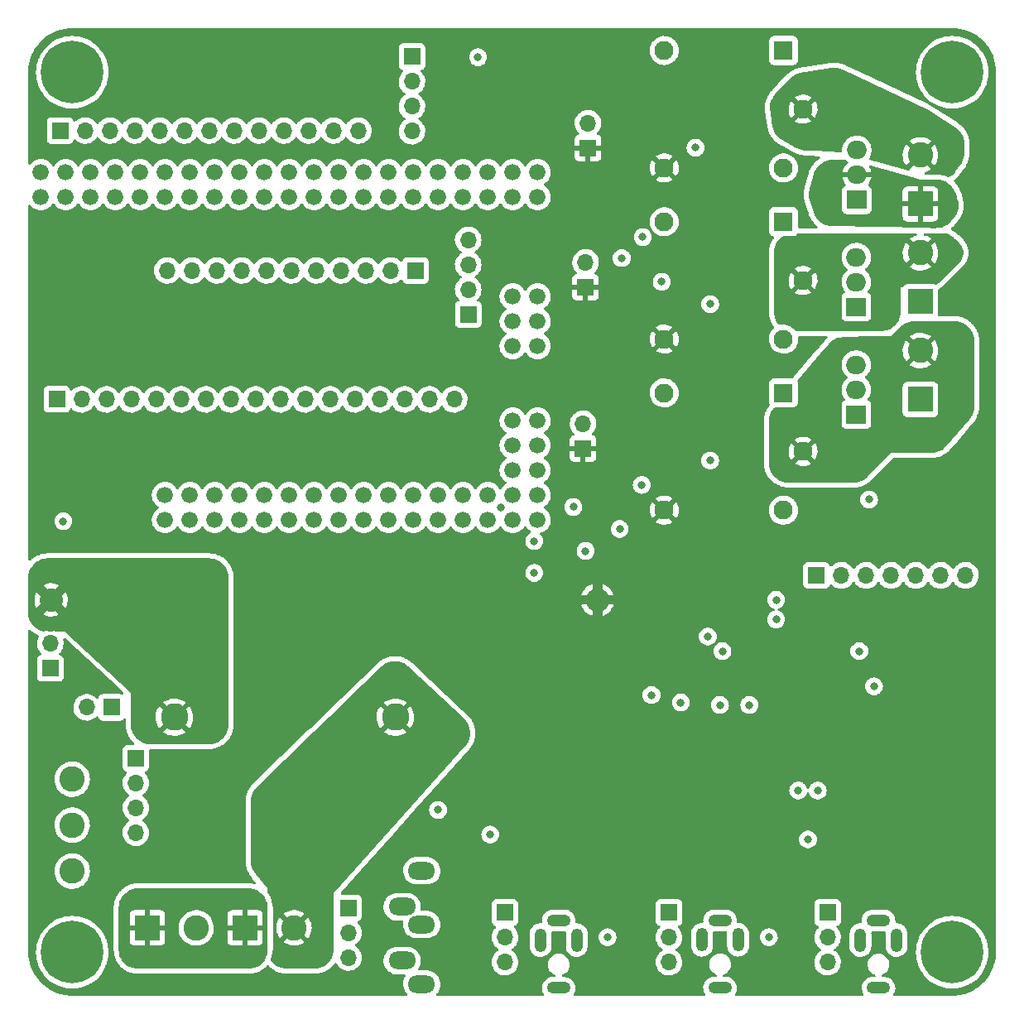
<source format=gbr>
%TF.GenerationSoftware,KiCad,Pcbnew,6.0.11-2627ca5db0~126~ubuntu22.04.1*%
%TF.CreationDate,2023-02-25T17:34:07+01:00*%
%TF.ProjectId,pyroDirector,7079726f-4469-4726-9563-746f722e6b69,rev?*%
%TF.SameCoordinates,Original*%
%TF.FileFunction,Copper,L3,Inr*%
%TF.FilePolarity,Positive*%
%FSLAX46Y46*%
G04 Gerber Fmt 4.6, Leading zero omitted, Abs format (unit mm)*
G04 Created by KiCad (PCBNEW 6.0.11-2627ca5db0~126~ubuntu22.04.1) date 2023-02-25 17:34:07*
%MOMM*%
%LPD*%
G01*
G04 APERTURE LIST*
%TA.AperFunction,ComponentPad*%
%ADD10C,2.400000*%
%TD*%
%TA.AperFunction,ComponentPad*%
%ADD11O,2.400000X2.400000*%
%TD*%
%TA.AperFunction,ComponentPad*%
%ADD12O,2.416000X1.208000*%
%TD*%
%TA.AperFunction,ComponentPad*%
%ADD13O,1.208000X2.416000*%
%TD*%
%TA.AperFunction,ComponentPad*%
%ADD14O,2.800000X1.800000*%
%TD*%
%TA.AperFunction,ComponentPad*%
%ADD15R,2.600000X2.600000*%
%TD*%
%TA.AperFunction,ComponentPad*%
%ADD16C,2.600000*%
%TD*%
%TA.AperFunction,ComponentPad*%
%ADD17C,2.800000*%
%TD*%
%TA.AperFunction,ComponentPad*%
%ADD18R,1.700000X1.700000*%
%TD*%
%TA.AperFunction,ComponentPad*%
%ADD19O,1.700000X1.700000*%
%TD*%
%TA.AperFunction,ComponentPad*%
%ADD20R,2.000000X1.905000*%
%TD*%
%TA.AperFunction,ComponentPad*%
%ADD21O,2.000000X1.905000*%
%TD*%
%TA.AperFunction,ComponentPad*%
%ADD22C,0.800000*%
%TD*%
%TA.AperFunction,ComponentPad*%
%ADD23C,6.400000*%
%TD*%
%TA.AperFunction,ComponentPad*%
%ADD24R,1.950000X1.950000*%
%TD*%
%TA.AperFunction,ComponentPad*%
%ADD25C,1.950000*%
%TD*%
%TA.AperFunction,ComponentPad*%
%ADD26C,1.676400*%
%TD*%
%TA.AperFunction,ViaPad*%
%ADD27C,0.800000*%
%TD*%
G04 APERTURE END LIST*
D10*
%TO.N,+12V*%
%TO.C,R6*%
X99585000Y-101500000D03*
D11*
%TO.N,12V_LTD*%
X155465000Y-101500000D03*
%TD*%
D12*
%TO.N,GND*%
%TO.C,J19*%
X184215300Y-141200000D03*
D13*
%TO.N,Net-(J18-Pad3)*%
X186065300Y-136300000D03*
X182365300Y-136300000D03*
D12*
%TO.N,Net-(J18-Pad2)*%
X184215300Y-134300000D03*
%TD*%
%TO.N,GND*%
%TO.C,J17*%
X168004100Y-141173600D03*
D13*
%TO.N,Net-(J16-Pad3)*%
X169854100Y-136273600D03*
X166154100Y-136273600D03*
D12*
%TO.N,Net-(J16-Pad2)*%
X168004100Y-134273600D03*
%TD*%
%TO.N,GND*%
%TO.C,J15*%
X151500000Y-141200000D03*
D13*
%TO.N,Net-(J14-Pad3)*%
X153350000Y-136300000D03*
X149650000Y-136300000D03*
D12*
%TO.N,Net-(J14-Pad2)*%
X151500000Y-134300000D03*
%TD*%
D14*
%TO.N,Net-(J1-Pad2)*%
%TO.C,J2*%
X135500000Y-132900000D03*
%TO.N,N/C*%
X137500000Y-134700000D03*
%TO.N,GND*%
X137500000Y-140800000D03*
%TO.N,Net-(J1-Pad3)*%
X135500000Y-138400000D03*
%TO.N,N/C*%
X137500000Y-129200000D03*
%TD*%
D15*
%TO.N,Net-(J8-Pad1)*%
%TO.C,J8*%
X119430000Y-135050000D03*
D16*
%TO.N,Net-(F1-Pad1)*%
X124430000Y-135050000D03*
%TD*%
%TO.N,GND*%
%TO.C,J9*%
X114430000Y-135050000D03*
D15*
%TO.N,Net-(J8-Pad1)*%
X109430000Y-135050000D03*
%TD*%
%TO.N,Net-(J22-Pad2)*%
%TO.C,J23*%
X188500000Y-81000000D03*
D16*
%TO.N,Net-(J23-Pad2)*%
X188500000Y-76000000D03*
%TD*%
D15*
%TO.N,Net-(J20-Pad2)*%
%TO.C,J21*%
X188500000Y-71000000D03*
D16*
%TO.N,Net-(J21-Pad2)*%
X188500000Y-66000000D03*
%TD*%
D15*
%TO.N,Net-(J24-Pad2)*%
%TO.C,J25*%
X188500000Y-61000000D03*
D16*
%TO.N,Net-(J25-Pad2)*%
X188500000Y-56000000D03*
%TD*%
D17*
%TO.N,Net-(F1-Pad1)*%
%TO.C,F1*%
X134800000Y-113500000D03*
%TO.N,+12V*%
X112200000Y-113500000D03*
%TD*%
D18*
%TO.N,/LED_1*%
%TO.C,J12*%
X100525000Y-53500000D03*
D19*
%TO.N,/LED_2*%
X103065000Y-53500000D03*
%TO.N,/LED_3*%
X105605000Y-53500000D03*
%TO.N,/LED_4*%
X108145000Y-53500000D03*
%TO.N,/LED_5*%
X110685000Y-53500000D03*
%TO.N,/LED_6*%
X113225000Y-53500000D03*
%TO.N,/LED_7*%
X115765000Y-53500000D03*
%TO.N,/LED_8*%
X118305000Y-53500000D03*
%TO.N,/LED_9*%
X120845000Y-53500000D03*
%TO.N,/LED_10*%
X123385000Y-53500000D03*
%TO.N,/LED_G*%
X125925000Y-53500000D03*
%TO.N,+5V*%
X128465000Y-53500000D03*
%TO.N,GND*%
X131005000Y-53500000D03*
%TD*%
D18*
%TO.N,GND*%
%TO.C,J14*%
X146000000Y-133475000D03*
D19*
%TO.N,Net-(J14-Pad2)*%
X146000000Y-136015000D03*
%TO.N,Net-(J14-Pad3)*%
X146000000Y-138555000D03*
%TD*%
D18*
%TO.N,GND*%
%TO.C,J6*%
X99500000Y-108500000D03*
D19*
%TO.N,+12V*%
X99500000Y-105960000D03*
%TD*%
D18*
%TO.N,GND*%
%TO.C,J3*%
X100175000Y-81000000D03*
D19*
%TO.N,/A1*%
X102715000Y-81000000D03*
%TO.N,/A2*%
X105255000Y-81000000D03*
%TO.N,/A3*%
X107795000Y-81000000D03*
%TO.N,/A4*%
X110335000Y-81000000D03*
%TO.N,/A5*%
X112875000Y-81000000D03*
%TO.N,/A6*%
X115415000Y-81000000D03*
%TO.N,/A7*%
X117955000Y-81000000D03*
%TO.N,/A8*%
X120495000Y-81000000D03*
%TO.N,/A9*%
X123035000Y-81000000D03*
%TO.N,/A10*%
X125575000Y-81000000D03*
%TO.N,/A11*%
X128115000Y-81000000D03*
%TO.N,/A12*%
X130655000Y-81000000D03*
%TO.N,/A13*%
X133195000Y-81000000D03*
%TO.N,/A14*%
X135735000Y-81000000D03*
%TO.N,/A15*%
X138275000Y-81000000D03*
%TO.N,+5V*%
X140815000Y-81000000D03*
%TD*%
D18*
%TO.N,/MOSI*%
%TO.C,J7*%
X142250000Y-72300000D03*
D19*
%TO.N,/MISO*%
X142250000Y-69760000D03*
%TO.N,/SCK*%
X142250000Y-67220000D03*
%TO.N,/RST*%
X142250000Y-64680000D03*
%TD*%
D20*
%TO.N,Net-(Q11-Pad1)*%
%TO.C,Q11*%
X181945000Y-82540000D03*
D21*
%TO.N,Net-(J22-Pad2)*%
X181945000Y-80000000D03*
%TO.N,GND*%
X181945000Y-77460000D03*
%TD*%
D22*
%TO.N,GND*%
%TO.C,H3*%
X100052944Y-45852944D03*
X101750000Y-49950000D03*
X104150000Y-47550000D03*
D23*
X101750000Y-47550000D03*
D22*
X103447056Y-49247056D03*
X101750000Y-45150000D03*
X99350000Y-47550000D03*
X100052944Y-49247056D03*
X103447056Y-45852944D03*
%TD*%
D18*
%TO.N,12V_LTD*%
%TO.C,J22*%
X154000000Y-86025000D03*
D19*
%TO.N,Net-(J22-Pad2)*%
X154000000Y-83485000D03*
%TD*%
D20*
%TO.N,Net-(Q9-Pad1)*%
%TO.C,Q9*%
X181945000Y-71540000D03*
D21*
%TO.N,Net-(J20-Pad2)*%
X181945000Y-69000000D03*
%TO.N,GND*%
X181945000Y-66460000D03*
%TD*%
D22*
%TO.N,GND*%
%TO.C,H4*%
X190052944Y-49247056D03*
X191750000Y-49950000D03*
X194150000Y-47550000D03*
X193447056Y-45852944D03*
X190052944Y-45852944D03*
X191750000Y-45150000D03*
D23*
X191750000Y-47550000D03*
D22*
X189350000Y-47550000D03*
X193447056Y-49247056D03*
%TD*%
D18*
%TO.N,GND*%
%TO.C,J10*%
X177875000Y-99000000D03*
D19*
%TO.N,/BTN_CNCL*%
X180415000Y-99000000D03*
%TO.N,/BTN_DOWN*%
X182955000Y-99000000D03*
%TO.N,/BTN_UP*%
X185495000Y-99000000D03*
%TO.N,/BTN_LEFT*%
X188035000Y-99000000D03*
%TO.N,/BTN_RIGHT*%
X190575000Y-99000000D03*
%TO.N,/BTN_OK*%
X193115000Y-99000000D03*
%TD*%
D18*
%TO.N,GND*%
%TO.C,J16*%
X162788800Y-133475000D03*
D19*
%TO.N,Net-(J16-Pad2)*%
X162788800Y-136015000D03*
%TO.N,Net-(J16-Pad3)*%
X162788800Y-138555000D03*
%TD*%
D20*
%TO.N,Net-(Q13-Pad1)*%
%TO.C,Q13*%
X182000000Y-60580000D03*
D21*
%TO.N,Net-(J24-Pad2)*%
X182000000Y-58040000D03*
%TO.N,GND*%
X182000000Y-55500000D03*
%TD*%
D18*
%TO.N,GND*%
%TO.C,J13*%
X136500000Y-45950000D03*
D19*
%TO.N,+5V*%
X136500000Y-48490000D03*
%TO.N,/DISP_SDA*%
X136500000Y-51030000D03*
%TO.N,/DISP_SCL*%
X136500000Y-53570000D03*
%TD*%
D18*
%TO.N,+5V*%
%TO.C,J4*%
X136875000Y-67818000D03*
D19*
%TO.N,/D53*%
X134335000Y-67818000D03*
%TO.N,/D51*%
X131795000Y-67818000D03*
%TO.N,/D49*%
X129255000Y-67818000D03*
%TO.N,/D19*%
X126715000Y-67818000D03*
%TO.N,/D18*%
X124175000Y-67818000D03*
%TO.N,/D17*%
X121635000Y-67818000D03*
%TO.N,/D16*%
X119095000Y-67818000D03*
%TO.N,/D15*%
X116555000Y-67818000D03*
%TO.N,/D14*%
X114015000Y-67818000D03*
%TO.N,GND*%
X111475000Y-67818000D03*
%TD*%
D22*
%TO.N,GND*%
%TO.C,H1*%
X190052944Y-135852944D03*
D23*
X191750000Y-137550000D03*
D22*
X194150000Y-137550000D03*
X191750000Y-135150000D03*
X189350000Y-137550000D03*
X191750000Y-139950000D03*
X190052944Y-139247056D03*
X193447056Y-135852944D03*
X193447056Y-139247056D03*
%TD*%
%TO.N,GND*%
%TO.C,H2*%
X104150000Y-137550000D03*
X103447056Y-135852944D03*
X100052944Y-139247056D03*
X101750000Y-139950000D03*
X103447056Y-139247056D03*
D23*
X101750000Y-137550000D03*
D22*
X100052944Y-135852944D03*
X101750000Y-135150000D03*
X99350000Y-137550000D03*
%TD*%
D18*
%TO.N,GND*%
%TO.C,J1*%
X130000000Y-133000000D03*
D19*
%TO.N,Net-(J1-Pad2)*%
X130000000Y-135540000D03*
%TO.N,Net-(J1-Pad3)*%
X130000000Y-138080000D03*
%TD*%
D18*
%TO.N,12V_LTD*%
%TO.C,J20*%
X154250000Y-69525000D03*
D19*
%TO.N,Net-(J20-Pad2)*%
X154250000Y-66985000D03*
%TD*%
D18*
%TO.N,/VO+*%
%TO.C,JP2*%
X105775000Y-112500000D03*
D19*
%TO.N,+5V*%
X103235000Y-112500000D03*
%TD*%
D18*
%TO.N,GND*%
%TO.C,J18*%
X179000000Y-133475000D03*
D19*
%TO.N,Net-(J18-Pad2)*%
X179000000Y-136015000D03*
%TO.N,Net-(J18-Pad3)*%
X179000000Y-138555000D03*
%TD*%
D18*
%TO.N,12V_LTD*%
%TO.C,J24*%
X154500000Y-55275000D03*
D19*
%TO.N,Net-(J24-Pad2)*%
X154500000Y-52735000D03*
%TD*%
D16*
%TO.N,unconnected-(SW1-Pad1)*%
%TO.C,SW1*%
X101750000Y-119850000D03*
%TO.N,/EN*%
X101750000Y-124550000D03*
%TO.N,GND*%
X101750000Y-129250000D03*
%TD*%
D24*
%TO.N,+5V*%
%TO.C,K2*%
X174500000Y-80330000D03*
D25*
%TO.N,Net-(D2-Pad2)*%
X174500000Y-92330000D03*
%TO.N,Net-(J23-Pad2)*%
X176500000Y-86330000D03*
%TO.N,Net-(J22-Pad2)*%
X162300000Y-80330000D03*
%TO.N,12V_LTD*%
X162300000Y-92330000D03*
%TD*%
D26*
%TO.N,unconnected-(U1-Pad3V3_1)*%
%TO.C,U1*%
X106170000Y-57770000D03*
X106170000Y-60310000D03*
%TO.N,+5V*%
X103630000Y-57770000D03*
X103630000Y-60310000D03*
X149350000Y-75550000D03*
%TO.N,/BATT_SENSE*%
X111250000Y-93330000D03*
%TO.N,/A1*%
X111250000Y-90790000D03*
%TO.N,/A2*%
X113790000Y-93330000D03*
%TO.N,/A3*%
X113790000Y-90790000D03*
%TO.N,/A4*%
X116330000Y-93330000D03*
%TO.N,/A5*%
X116330000Y-90790000D03*
%TO.N,/A6*%
X118870000Y-93330000D03*
%TO.N,/A7*%
X118870000Y-90790000D03*
%TO.N,/A8*%
X121410000Y-93330000D03*
%TO.N,/A9*%
X121410000Y-90790000D03*
%TO.N,/A10*%
X123950000Y-93330000D03*
%TO.N,/A11*%
X123950000Y-90790000D03*
%TO.N,/A12*%
X126490000Y-93330000D03*
%TO.N,/A13*%
X126490000Y-90790000D03*
%TO.N,/A14*%
X129030000Y-93330000D03*
%TO.N,/A15*%
X129030000Y-90790000D03*
%TO.N,unconnected-(U1-PadAREF)*%
X108710000Y-60310000D03*
%TO.N,/LED_1*%
X113790000Y-60310000D03*
%TO.N,/LED_2*%
X113790000Y-57770000D03*
%TO.N,/LED_3*%
X116330000Y-60310000D03*
%TO.N,/LED_4*%
X116330000Y-57770000D03*
%TO.N,/LED_5*%
X118870000Y-60310000D03*
%TO.N,/LED_6*%
X118870000Y-57770000D03*
%TO.N,/LED_7*%
X121410000Y-60310000D03*
%TO.N,/LED_8*%
X121410000Y-57770000D03*
%TO.N,/LED_9*%
X123950000Y-60310000D03*
%TO.N,/LED_10*%
X123950000Y-57770000D03*
%TO.N,/LED_G*%
X126490000Y-60310000D03*
%TO.N,unconnected-(U1-PadD13)*%
X126490000Y-57770000D03*
%TO.N,/D14*%
X129030000Y-60310000D03*
%TO.N,/D15*%
X129030000Y-57770000D03*
%TO.N,/D16*%
X131570000Y-60310000D03*
%TO.N,/D17*%
X131570000Y-57770000D03*
%TO.N,/D18*%
X134110000Y-60310000D03*
%TO.N,/D19*%
X134110000Y-57770000D03*
%TO.N,/DISP_SDA*%
X136650000Y-60310000D03*
%TO.N,/DISP_SCL*%
X136650000Y-57770000D03*
%TO.N,unconnected-(U1-PadD22)*%
X139190000Y-60310000D03*
%TO.N,/SENSE_0*%
X139190000Y-57770000D03*
%TO.N,unconnected-(U1-PadD24)*%
X141730000Y-60310000D03*
%TO.N,unconnected-(U1-PadD25)*%
X141730000Y-57770000D03*
%TO.N,/SENSE_1*%
X144270000Y-60310000D03*
%TO.N,unconnected-(U1-PadD27)*%
X144270000Y-57770000D03*
%TO.N,/PRIME_1*%
X146810000Y-60310000D03*
%TO.N,unconnected-(U1-PadD29)*%
X146810000Y-57770000D03*
%TO.N,/FIRE_0*%
X149350000Y-60310000D03*
%TO.N,/PRIME_0*%
X149350000Y-57770000D03*
%TO.N,/TRIGGER_LED*%
X131570000Y-93330000D03*
%TO.N,/TRIGGER*%
X131570000Y-90790000D03*
%TO.N,/PRE_CAM_0*%
X134110000Y-93330000D03*
%TO.N,/SHUTTER_CAM_0*%
X134110000Y-90790000D03*
%TO.N,/PRE_CAM_1*%
X136650000Y-93330000D03*
%TO.N,/SHUTTER_CAM_1*%
X136650000Y-90790000D03*
%TO.N,/PRE_CAM_2*%
X139190000Y-93330000D03*
%TO.N,/SHUTTER_CAM_2*%
X139190000Y-90790000D03*
%TO.N,/BTN_OK*%
X141730000Y-93330000D03*
%TO.N,/BTN_UP*%
X141730000Y-90790000D03*
%TO.N,/BTN_DOWN*%
X144270000Y-93330000D03*
%TO.N,unconnected-(U1-PadD43)*%
X144270000Y-90790000D03*
%TO.N,/BTN_LEFT*%
X146810000Y-93330000D03*
%TO.N,/BTN_CNCL*%
X146810000Y-90790000D03*
%TO.N,/BTN_RIGHT*%
X149350000Y-93330000D03*
%TO.N,/FIRE_2*%
X149350000Y-90790000D03*
%TO.N,/SENSE_2*%
X149350000Y-88250000D03*
%TO.N,/D49*%
X146810000Y-88250000D03*
%TO.N,/PRIME_2*%
X149350000Y-85710000D03*
%TO.N,/D51*%
X146810000Y-85710000D03*
%TO.N,/FIRE_1*%
X149350000Y-83170000D03*
%TO.N,/D53*%
X146810000Y-83170000D03*
%TO.N,GND*%
X101090000Y-57770000D03*
X101090000Y-60310000D03*
X149350000Y-70470000D03*
%TO.N,/MISO*%
X146810000Y-75550000D03*
%TO.N,/MOSI*%
X149350000Y-73010000D03*
%TO.N,/RST*%
X146810000Y-70470000D03*
%TO.N,unconnected-(U1-PadRST)*%
X108710000Y-57770000D03*
%TO.N,unconnected-(U1-PadRX)*%
X111250000Y-60310000D03*
%TO.N,/SCK*%
X146810000Y-73010000D03*
%TO.N,unconnected-(U1-PadTX)*%
X111250000Y-57770000D03*
%TO.N,unconnected-(U1-PadVIN_1)*%
X98550000Y-57770000D03*
X98550000Y-60310000D03*
%TD*%
D18*
%TO.N,/VO+*%
%TO.C,J11*%
X108250000Y-117700000D03*
D19*
%TO.N,GND*%
X108250000Y-120240000D03*
%TO.N,+12V*%
X108250000Y-122780000D03*
%TO.N,/EN*%
X108250000Y-125320000D03*
%TD*%
D24*
%TO.N,+5V*%
%TO.C,K3*%
X174500000Y-45320000D03*
D25*
%TO.N,Net-(D3-Pad2)*%
X174500000Y-57320000D03*
%TO.N,Net-(J25-Pad2)*%
X176500000Y-51320000D03*
%TO.N,Net-(J24-Pad2)*%
X162300000Y-45320000D03*
%TO.N,12V_LTD*%
X162300000Y-57320000D03*
%TD*%
D24*
%TO.N,+5V*%
%TO.C,K1*%
X174500000Y-62830000D03*
D25*
%TO.N,Net-(D1-Pad2)*%
X174500000Y-74830000D03*
%TO.N,Net-(J21-Pad2)*%
X176500000Y-68830000D03*
%TO.N,Net-(J20-Pad2)*%
X162300000Y-62830000D03*
%TO.N,12V_LTD*%
X162300000Y-74830000D03*
%TD*%
D27*
%TO.N,GND*%
X183250000Y-91250000D03*
X167000000Y-71250000D03*
X177000000Y-126000000D03*
X144500000Y-125500000D03*
X156500000Y-136000000D03*
X162037500Y-68962500D03*
X165500000Y-55250000D03*
X167000000Y-87250000D03*
X160000000Y-89750000D03*
X143250000Y-46000000D03*
X100838000Y-93472000D03*
X173000000Y-136000000D03*
%TO.N,+5V*%
X139162500Y-123000000D03*
%TO.N,/BTN_DOWN*%
X157750000Y-94250000D03*
X154250000Y-96500000D03*
%TO.N,/BTN_UP*%
X173750000Y-103500000D03*
X173750000Y-101500000D03*
X145550000Y-92050000D03*
X153000000Y-92000000D03*
%TO.N,/BTN_LEFT*%
X168000000Y-112250000D03*
X171000000Y-112250000D03*
X161000000Y-111250000D03*
X149000000Y-98750000D03*
X164000000Y-112000000D03*
X149000000Y-95500000D03*
%TO.N,/BTN_RIGHT*%
X166750000Y-105250000D03*
X168250000Y-106750000D03*
X183750000Y-110349500D03*
X182250000Y-106750000D03*
%TO.N,/BTN_OK*%
X178000000Y-121000000D03*
X176000000Y-121000000D03*
%TO.N,Net-(J20-Pad2)*%
X160100688Y-64399312D03*
X157951812Y-66548188D03*
%TD*%
%TA.AperFunction,Conductor*%
%TO.N,12V_LTD*%
G36*
X191720018Y-43010000D02*
G01*
X191734851Y-43012310D01*
X191734855Y-43012310D01*
X191743724Y-43013691D01*
X191764183Y-43011016D01*
X191786007Y-43010072D01*
X192135965Y-43025352D01*
X192146913Y-43026310D01*
X192524498Y-43076019D01*
X192535307Y-43077926D01*
X192907114Y-43160353D01*
X192917731Y-43163198D01*
X193280939Y-43277718D01*
X193291254Y-43281471D01*
X193643123Y-43427220D01*
X193653067Y-43431858D01*
X193990867Y-43607705D01*
X194000387Y-43613201D01*
X194321574Y-43817820D01*
X194330578Y-43824124D01*
X194632716Y-44055962D01*
X194641137Y-44063028D01*
X194921914Y-44320314D01*
X194929686Y-44328086D01*
X195186972Y-44608863D01*
X195194038Y-44617284D01*
X195425876Y-44919422D01*
X195432180Y-44928426D01*
X195636799Y-45249613D01*
X195642294Y-45259132D01*
X195784457Y-45532223D01*
X195818138Y-45596924D01*
X195822780Y-45606877D01*
X195928882Y-45863030D01*
X195968526Y-45958739D01*
X195972282Y-45969061D01*
X196086802Y-46332268D01*
X196089647Y-46342885D01*
X196170467Y-46707440D01*
X196172073Y-46714685D01*
X196173981Y-46725502D01*
X196216006Y-47044723D01*
X196223690Y-47103086D01*
X196224648Y-47114035D01*
X196234749Y-47345369D01*
X196239603Y-47456552D01*
X196238223Y-47481429D01*
X196236309Y-47493724D01*
X196237473Y-47502626D01*
X196237473Y-47502628D01*
X196240436Y-47525283D01*
X196241500Y-47541621D01*
X196241500Y-137450633D01*
X196240000Y-137470018D01*
X196237690Y-137484851D01*
X196237690Y-137484855D01*
X196236309Y-137493724D01*
X196238984Y-137514183D01*
X196239928Y-137536007D01*
X196225653Y-137862942D01*
X196224648Y-137885964D01*
X196223690Y-137896913D01*
X196177103Y-138250786D01*
X196173982Y-138274490D01*
X196172074Y-138285307D01*
X196107299Y-138577492D01*
X196089647Y-138657114D01*
X196086802Y-138667731D01*
X195992309Y-138967425D01*
X195972285Y-139030932D01*
X195968529Y-139041254D01*
X195822963Y-139392682D01*
X195822784Y-139393114D01*
X195818142Y-139403067D01*
X195644828Y-139736001D01*
X195642295Y-139740867D01*
X195636800Y-139750385D01*
X195611013Y-139790863D01*
X195432180Y-140071574D01*
X195425876Y-140080578D01*
X195194038Y-140382716D01*
X195186972Y-140391137D01*
X194929686Y-140671914D01*
X194921914Y-140679686D01*
X194641137Y-140936972D01*
X194632716Y-140944038D01*
X194330578Y-141175876D01*
X194321574Y-141182180D01*
X194037286Y-141363292D01*
X194000387Y-141386799D01*
X193990868Y-141392294D01*
X193653067Y-141568142D01*
X193643123Y-141572780D01*
X193291254Y-141718529D01*
X193280939Y-141722282D01*
X192991893Y-141813419D01*
X192917732Y-141836802D01*
X192907115Y-141839647D01*
X192535307Y-141922074D01*
X192524498Y-141923981D01*
X192213089Y-141964978D01*
X192146914Y-141973690D01*
X192135965Y-141974648D01*
X191793446Y-141989603D01*
X191768571Y-141988223D01*
X191756276Y-141986309D01*
X191747374Y-141987473D01*
X191747372Y-141987473D01*
X191732323Y-141989441D01*
X191724714Y-141990436D01*
X191708379Y-141991500D01*
X185865126Y-141991500D01*
X185797005Y-141971498D01*
X185750512Y-141917842D01*
X185740408Y-141847568D01*
X185756062Y-141802405D01*
X185832420Y-141670415D01*
X185835426Y-141665219D01*
X185875721Y-141549182D01*
X185903097Y-141470346D01*
X185903097Y-141470344D01*
X185905064Y-141464681D01*
X185905925Y-141458744D01*
X185934665Y-141260533D01*
X185934665Y-141260530D01*
X185935526Y-141254593D01*
X185925711Y-141042534D01*
X185892144Y-140903254D01*
X185877380Y-140841991D01*
X185877379Y-140841989D01*
X185875974Y-140836158D01*
X185829881Y-140734781D01*
X185817877Y-140708381D01*
X185788109Y-140642910D01*
X185665287Y-140469763D01*
X185511940Y-140322965D01*
X185378595Y-140236865D01*
X185338638Y-140211065D01*
X185338635Y-140211064D01*
X185333601Y-140207813D01*
X185276164Y-140184665D01*
X185142263Y-140130701D01*
X185142260Y-140130700D01*
X185136704Y-140128461D01*
X185130825Y-140127313D01*
X185130822Y-140127312D01*
X185012986Y-140104301D01*
X184928355Y-140087774D01*
X184922753Y-140087500D01*
X184641509Y-140087500D01*
X184573388Y-140067498D01*
X184526895Y-140013842D01*
X184516791Y-139943568D01*
X184546285Y-139878988D01*
X184606040Y-139840595D01*
X184606369Y-139840498D01*
X184628834Y-139833908D01*
X184634162Y-139831164D01*
X184811549Y-139739804D01*
X184811552Y-139739802D01*
X184816880Y-139737058D01*
X184983220Y-139606396D01*
X184987152Y-139601865D01*
X184987155Y-139601862D01*
X185117921Y-139451167D01*
X185121852Y-139446637D01*
X185124852Y-139441451D01*
X185124855Y-139441447D01*
X185224767Y-139268742D01*
X185227773Y-139263546D01*
X185297161Y-139063729D01*
X185298581Y-139053938D01*
X185326652Y-138860336D01*
X185326652Y-138860333D01*
X185327513Y-138854396D01*
X185317733Y-138643101D01*
X185275194Y-138466589D01*
X185269581Y-138443299D01*
X185269580Y-138443297D01*
X185268175Y-138437466D01*
X185254526Y-138407445D01*
X185203212Y-138294588D01*
X185180626Y-138244913D01*
X185058246Y-138072389D01*
X184905450Y-137926119D01*
X184727752Y-137811380D01*
X184656679Y-137782737D01*
X184537132Y-137734558D01*
X184537129Y-137734557D01*
X184531563Y-137732314D01*
X184323963Y-137691772D01*
X184318401Y-137691500D01*
X184162454Y-137691500D01*
X184004734Y-137706548D01*
X183801766Y-137766092D01*
X183796439Y-137768836D01*
X183796438Y-137768836D01*
X183619051Y-137860196D01*
X183619048Y-137860198D01*
X183613720Y-137862942D01*
X183447380Y-137993604D01*
X183443448Y-137998135D01*
X183443445Y-137998138D01*
X183364342Y-138089297D01*
X183308748Y-138153363D01*
X183305748Y-138158549D01*
X183305745Y-138158553D01*
X183267902Y-138223968D01*
X183202827Y-138336454D01*
X183133439Y-138536271D01*
X183132578Y-138542206D01*
X183132578Y-138542208D01*
X183110516Y-138694370D01*
X183103087Y-138745604D01*
X183112867Y-138956899D01*
X183114271Y-138962724D01*
X183114271Y-138962725D01*
X183157764Y-139143192D01*
X183162425Y-139162534D01*
X183164907Y-139167992D01*
X183164908Y-139167996D01*
X183207321Y-139261277D01*
X183249974Y-139355087D01*
X183372354Y-139527611D01*
X183399435Y-139553535D01*
X183514088Y-139663291D01*
X183525150Y-139673881D01*
X183702848Y-139788620D01*
X183749728Y-139807513D01*
X183841837Y-139844634D01*
X183897543Y-139888649D01*
X183920610Y-139955794D01*
X183903713Y-140024751D01*
X183852218Y-140073626D01*
X183794739Y-140087500D01*
X183558264Y-140087500D01*
X183399974Y-140102602D01*
X183196274Y-140162361D01*
X183190947Y-140165105D01*
X183190946Y-140165105D01*
X183012880Y-140256815D01*
X183012877Y-140256817D01*
X183007549Y-140259561D01*
X182960441Y-140296565D01*
X182845326Y-140386988D01*
X182845322Y-140386992D01*
X182840609Y-140390694D01*
X182836678Y-140395224D01*
X182836677Y-140395225D01*
X182794905Y-140443363D01*
X182701477Y-140551030D01*
X182595174Y-140734781D01*
X182583791Y-140767561D01*
X182534704Y-140908919D01*
X182525536Y-140935319D01*
X182524675Y-140941254D01*
X182524675Y-140941256D01*
X182501911Y-141098256D01*
X182495074Y-141145407D01*
X182504889Y-141357466D01*
X182506293Y-141363291D01*
X182506293Y-141363292D01*
X182548264Y-141537442D01*
X182554626Y-141563842D01*
X182557108Y-141569300D01*
X182557109Y-141569304D01*
X182603082Y-141670415D01*
X182642491Y-141757090D01*
X182645958Y-141761977D01*
X182667680Y-141792600D01*
X182690778Y-141859734D01*
X182673914Y-141928699D01*
X182622442Y-141977598D01*
X182564910Y-141991500D01*
X169638653Y-141991500D01*
X169570532Y-141971498D01*
X169524039Y-141917842D01*
X169513935Y-141847568D01*
X169529589Y-141802405D01*
X169621220Y-141644015D01*
X169624226Y-141638819D01*
X169682729Y-141470346D01*
X169691897Y-141443946D01*
X169691897Y-141443944D01*
X169693864Y-141438281D01*
X169694725Y-141432344D01*
X169723465Y-141234133D01*
X169723465Y-141234130D01*
X169724326Y-141228193D01*
X169714511Y-141016134D01*
X169672542Y-140841991D01*
X169666180Y-140815591D01*
X169666179Y-140815589D01*
X169664774Y-140809758D01*
X169632485Y-140738741D01*
X169586690Y-140638023D01*
X169576909Y-140616510D01*
X169454087Y-140443363D01*
X169316664Y-140311809D01*
X169305070Y-140300710D01*
X169300740Y-140296565D01*
X169168324Y-140211065D01*
X169127438Y-140184665D01*
X169127435Y-140184664D01*
X169122401Y-140181413D01*
X169070944Y-140160675D01*
X168931063Y-140104301D01*
X168931060Y-140104300D01*
X168925504Y-140102061D01*
X168919625Y-140100913D01*
X168919622Y-140100912D01*
X168815494Y-140080578D01*
X168717155Y-140061374D01*
X168711553Y-140061100D01*
X168430309Y-140061100D01*
X168362188Y-140041098D01*
X168315695Y-139987442D01*
X168305591Y-139917168D01*
X168335085Y-139852588D01*
X168394840Y-139814195D01*
X168395169Y-139814098D01*
X168417634Y-139807508D01*
X168422962Y-139804764D01*
X168600349Y-139713404D01*
X168600352Y-139713402D01*
X168605680Y-139710658D01*
X168772020Y-139579996D01*
X168775952Y-139575465D01*
X168775955Y-139575462D01*
X168906721Y-139424767D01*
X168910652Y-139420237D01*
X168913652Y-139415051D01*
X168913655Y-139415047D01*
X169013567Y-139242342D01*
X169016573Y-139237146D01*
X169085961Y-139037329D01*
X169086889Y-139030932D01*
X169115452Y-138833936D01*
X169115452Y-138833933D01*
X169116313Y-138827996D01*
X169106533Y-138616701D01*
X169083636Y-138521695D01*
X177637251Y-138521695D01*
X177637548Y-138526848D01*
X177637548Y-138526851D01*
X177647017Y-138691071D01*
X177650110Y-138744715D01*
X177651247Y-138749761D01*
X177651248Y-138749767D01*
X177674828Y-138854396D01*
X177699222Y-138962639D01*
X177783266Y-139169616D01*
X177801421Y-139199242D01*
X177893580Y-139349632D01*
X177899987Y-139360088D01*
X178046250Y-139528938D01*
X178218126Y-139671632D01*
X178411000Y-139784338D01*
X178415825Y-139786180D01*
X178415826Y-139786181D01*
X178422213Y-139788620D01*
X178619692Y-139864030D01*
X178624760Y-139865061D01*
X178624763Y-139865062D01*
X178693212Y-139878988D01*
X178838597Y-139908567D01*
X178843772Y-139908757D01*
X178843774Y-139908757D01*
X179056673Y-139916564D01*
X179056677Y-139916564D01*
X179061837Y-139916753D01*
X179066957Y-139916097D01*
X179066959Y-139916097D01*
X179278288Y-139889025D01*
X179278289Y-139889025D01*
X179283416Y-139888368D01*
X179304115Y-139882158D01*
X179492429Y-139825661D01*
X179492434Y-139825659D01*
X179497384Y-139824174D01*
X179697994Y-139725896D01*
X179879860Y-139596173D01*
X180038096Y-139438489D01*
X180071012Y-139392682D01*
X180165435Y-139261277D01*
X180168453Y-139257077D01*
X180172993Y-139247892D01*
X180265136Y-139061453D01*
X180265137Y-139061451D01*
X180267430Y-139056811D01*
X180314098Y-138903209D01*
X180330865Y-138848023D01*
X180330865Y-138848021D01*
X180332370Y-138843069D01*
X180361529Y-138621590D01*
X180361611Y-138618240D01*
X180363074Y-138558365D01*
X180363074Y-138558361D01*
X180363156Y-138555000D01*
X180344852Y-138332361D01*
X180290431Y-138115702D01*
X180201354Y-137910840D01*
X180138591Y-137813823D01*
X180082822Y-137727617D01*
X180082820Y-137727614D01*
X180080014Y-137723277D01*
X179929670Y-137558051D01*
X179925619Y-137554852D01*
X179925615Y-137554848D01*
X179758414Y-137422800D01*
X179758410Y-137422798D01*
X179754359Y-137419598D01*
X179713053Y-137396796D01*
X179663084Y-137346364D01*
X179648312Y-137276921D01*
X179673428Y-137210516D01*
X179700780Y-137183909D01*
X179754090Y-137145883D01*
X179879860Y-137056173D01*
X179900891Y-137035216D01*
X179979344Y-136957036D01*
X181252800Y-136957036D01*
X181267902Y-137115326D01*
X181327661Y-137319026D01*
X181330405Y-137324353D01*
X181330405Y-137324354D01*
X181417637Y-137493724D01*
X181424861Y-137507751D01*
X181455455Y-137546699D01*
X181552288Y-137669974D01*
X181552292Y-137669978D01*
X181555994Y-137674691D01*
X181560524Y-137678622D01*
X181560525Y-137678623D01*
X181564229Y-137681837D01*
X181716330Y-137813823D01*
X181900081Y-137920126D01*
X181981036Y-137948238D01*
X182094954Y-137987797D01*
X182094956Y-137987797D01*
X182100619Y-137989764D01*
X182106554Y-137990625D01*
X182106556Y-137990625D01*
X182304767Y-138019365D01*
X182304770Y-138019365D01*
X182310707Y-138020226D01*
X182522766Y-138010411D01*
X182683234Y-137971738D01*
X182723309Y-137962080D01*
X182723311Y-137962079D01*
X182729142Y-137960674D01*
X182734600Y-137958192D01*
X182734604Y-137958191D01*
X182872057Y-137895694D01*
X182922390Y-137872809D01*
X183068965Y-137768836D01*
X183090651Y-137753453D01*
X183090652Y-137753452D01*
X183095537Y-137749987D01*
X183242335Y-137596640D01*
X183274253Y-137547208D01*
X183354235Y-137423338D01*
X183354236Y-137423335D01*
X183357487Y-137418301D01*
X183370271Y-137386581D01*
X183434599Y-137226963D01*
X183434600Y-137226960D01*
X183436839Y-137221404D01*
X183438966Y-137210516D01*
X183469817Y-137052529D01*
X183477526Y-137013055D01*
X183477800Y-137007453D01*
X183477800Y-135642964D01*
X183468975Y-135550467D01*
X183482416Y-135480755D01*
X183531414Y-135429376D01*
X183594405Y-135412500D01*
X184834154Y-135412500D01*
X184902275Y-135432502D01*
X184948768Y-135486158D01*
X184957818Y-135562648D01*
X184953943Y-135582492D01*
X184953942Y-135582500D01*
X184953074Y-135586945D01*
X184952800Y-135592547D01*
X184952800Y-136957036D01*
X184967902Y-137115326D01*
X185027661Y-137319026D01*
X185030405Y-137324353D01*
X185030405Y-137324354D01*
X185117637Y-137493724D01*
X185124861Y-137507751D01*
X185155455Y-137546699D01*
X185252288Y-137669974D01*
X185252292Y-137669978D01*
X185255994Y-137674691D01*
X185260524Y-137678622D01*
X185260525Y-137678623D01*
X185264229Y-137681837D01*
X185416330Y-137813823D01*
X185600081Y-137920126D01*
X185681036Y-137948238D01*
X185794954Y-137987797D01*
X185794956Y-137987797D01*
X185800619Y-137989764D01*
X185806554Y-137990625D01*
X185806556Y-137990625D01*
X186004767Y-138019365D01*
X186004770Y-138019365D01*
X186010707Y-138020226D01*
X186222766Y-138010411D01*
X186383234Y-137971738D01*
X186423309Y-137962080D01*
X186423311Y-137962079D01*
X186429142Y-137960674D01*
X186434600Y-137958192D01*
X186434604Y-137958191D01*
X186572057Y-137895694D01*
X186622390Y-137872809D01*
X186768965Y-137768836D01*
X186790651Y-137753453D01*
X186790652Y-137753452D01*
X186795537Y-137749987D01*
X186942335Y-137596640D01*
X186972450Y-137550000D01*
X188036411Y-137550000D01*
X188056754Y-137938176D01*
X188057267Y-137941416D01*
X188057268Y-137941424D01*
X188073174Y-138041847D01*
X188117562Y-138322099D01*
X188218167Y-138697562D01*
X188219352Y-138700650D01*
X188219353Y-138700652D01*
X188261781Y-138811181D01*
X188357468Y-139060453D01*
X188358966Y-139063393D01*
X188532044Y-139403076D01*
X188533938Y-139406794D01*
X188535734Y-139409560D01*
X188535736Y-139409563D01*
X188739213Y-139722892D01*
X188745643Y-139732793D01*
X188850423Y-139862185D01*
X188960689Y-139998351D01*
X188990266Y-140034876D01*
X189265124Y-140309734D01*
X189267682Y-140311806D01*
X189267686Y-140311809D01*
X189338095Y-140368825D01*
X189567207Y-140554357D01*
X189569970Y-140556152D01*
X189569971Y-140556152D01*
X189842927Y-140733411D01*
X189893205Y-140766062D01*
X189896139Y-140767557D01*
X189896146Y-140767561D01*
X190173578Y-140908919D01*
X190239547Y-140942532D01*
X190602438Y-141081833D01*
X190977901Y-141182438D01*
X191181793Y-141214732D01*
X191358576Y-141242732D01*
X191358584Y-141242733D01*
X191361824Y-141243246D01*
X191750000Y-141263589D01*
X192138176Y-141243246D01*
X192141416Y-141242733D01*
X192141424Y-141242732D01*
X192318207Y-141214732D01*
X192522099Y-141182438D01*
X192897562Y-141081833D01*
X193260453Y-140942532D01*
X193326422Y-140908919D01*
X193603854Y-140767561D01*
X193603861Y-140767557D01*
X193606795Y-140766062D01*
X193657074Y-140733411D01*
X193930029Y-140556152D01*
X193930030Y-140556152D01*
X193932793Y-140554357D01*
X194161905Y-140368825D01*
X194232314Y-140311809D01*
X194232318Y-140311806D01*
X194234876Y-140309734D01*
X194509734Y-140034876D01*
X194539312Y-139998351D01*
X194649577Y-139862185D01*
X194754357Y-139732793D01*
X194760787Y-139722892D01*
X194964264Y-139409563D01*
X194964266Y-139409560D01*
X194966062Y-139406794D01*
X194967957Y-139403076D01*
X195141034Y-139063393D01*
X195142532Y-139060453D01*
X195238219Y-138811181D01*
X195280647Y-138700652D01*
X195280648Y-138700650D01*
X195281833Y-138697562D01*
X195382438Y-138322099D01*
X195426826Y-138041847D01*
X195442732Y-137941424D01*
X195442733Y-137941416D01*
X195443246Y-137938176D01*
X195463589Y-137550000D01*
X195443246Y-137161824D01*
X195440722Y-137145883D01*
X195401537Y-136898489D01*
X195382438Y-136777901D01*
X195281833Y-136402438D01*
X195269979Y-136371556D01*
X195197739Y-136183365D01*
X195142532Y-136039547D01*
X195114764Y-135985049D01*
X194967561Y-135696147D01*
X194967557Y-135696140D01*
X194966062Y-135693206D01*
X194916291Y-135616564D01*
X194756152Y-135369971D01*
X194756152Y-135369970D01*
X194754357Y-135367207D01*
X194587706Y-135161411D01*
X194511809Y-135067686D01*
X194511806Y-135067682D01*
X194509734Y-135065124D01*
X194234876Y-134790266D01*
X194220678Y-134778768D01*
X193990770Y-134592592D01*
X193932793Y-134545643D01*
X193923489Y-134539601D01*
X193609564Y-134335736D01*
X193609561Y-134335734D01*
X193606795Y-134333938D01*
X193603861Y-134332443D01*
X193603854Y-134332439D01*
X193263393Y-134158966D01*
X193260453Y-134157468D01*
X193019509Y-134064978D01*
X192900652Y-134019353D01*
X192900650Y-134019352D01*
X192897562Y-134018167D01*
X192522099Y-133917562D01*
X192318207Y-133885268D01*
X192141424Y-133857268D01*
X192141416Y-133857267D01*
X192138176Y-133856754D01*
X191750000Y-133836411D01*
X191361824Y-133856754D01*
X191358584Y-133857267D01*
X191358576Y-133857268D01*
X191181793Y-133885268D01*
X190977901Y-133917562D01*
X190602438Y-134018167D01*
X190599350Y-134019352D01*
X190599348Y-134019353D01*
X190480491Y-134064978D01*
X190239547Y-134157468D01*
X190236607Y-134158966D01*
X189896147Y-134332439D01*
X189896140Y-134332443D01*
X189893206Y-134333938D01*
X189890440Y-134335734D01*
X189890437Y-134335736D01*
X189576511Y-134539601D01*
X189567207Y-134545643D01*
X189509230Y-134592592D01*
X189279323Y-134778768D01*
X189265124Y-134790266D01*
X188990266Y-135065124D01*
X188988194Y-135067682D01*
X188988191Y-135067686D01*
X188912294Y-135161411D01*
X188745643Y-135367207D01*
X188743848Y-135369970D01*
X188743848Y-135369971D01*
X188583710Y-135616564D01*
X188533938Y-135693206D01*
X188532443Y-135696140D01*
X188532439Y-135696147D01*
X188385236Y-135985049D01*
X188357468Y-136039547D01*
X188302261Y-136183365D01*
X188230022Y-136371556D01*
X188218167Y-136402438D01*
X188117562Y-136777901D01*
X188098463Y-136898489D01*
X188059279Y-137145883D01*
X188056754Y-137161824D01*
X188036411Y-137550000D01*
X186972450Y-137550000D01*
X186974253Y-137547208D01*
X187054235Y-137423338D01*
X187054236Y-137423335D01*
X187057487Y-137418301D01*
X187070271Y-137386581D01*
X187134599Y-137226963D01*
X187134600Y-137226960D01*
X187136839Y-137221404D01*
X187138966Y-137210516D01*
X187169817Y-137052529D01*
X187177526Y-137013055D01*
X187177800Y-137007453D01*
X187177800Y-135642964D01*
X187162698Y-135484674D01*
X187102939Y-135280974D01*
X187100195Y-135275646D01*
X187008485Y-135097580D01*
X187008483Y-135097577D01*
X187005739Y-135092249D01*
X186939871Y-135008395D01*
X186878312Y-134930026D01*
X186878308Y-134930022D01*
X186874606Y-134925309D01*
X186849619Y-134903626D01*
X186787835Y-134850013D01*
X186714270Y-134786177D01*
X186530519Y-134679874D01*
X186413752Y-134639326D01*
X186335646Y-134612203D01*
X186335644Y-134612203D01*
X186329981Y-134610236D01*
X186324046Y-134609375D01*
X186324044Y-134609375D01*
X186125833Y-134580635D01*
X186125830Y-134580635D01*
X186119893Y-134579774D01*
X186053826Y-134582832D01*
X185984853Y-134566001D01*
X185935929Y-134514553D01*
X185923304Y-134438887D01*
X185934665Y-134360533D01*
X185934665Y-134360530D01*
X185935526Y-134354593D01*
X185925711Y-134142534D01*
X185875974Y-133936158D01*
X185867285Y-133917046D01*
X185817877Y-133808381D01*
X185788109Y-133742910D01*
X185665287Y-133569763D01*
X185511940Y-133422965D01*
X185376041Y-133335216D01*
X185338638Y-133311065D01*
X185338635Y-133311064D01*
X185333601Y-133307813D01*
X185316656Y-133300984D01*
X185142263Y-133230701D01*
X185142260Y-133230700D01*
X185136704Y-133228461D01*
X185130825Y-133227313D01*
X185130822Y-133227312D01*
X185012986Y-133204301D01*
X184928355Y-133187774D01*
X184922753Y-133187500D01*
X183558264Y-133187500D01*
X183399974Y-133202602D01*
X183196274Y-133262361D01*
X183190947Y-133265105D01*
X183190946Y-133265105D01*
X183012880Y-133356815D01*
X183012877Y-133356817D01*
X183007549Y-133359561D01*
X182960441Y-133396565D01*
X182845326Y-133486988D01*
X182845322Y-133486992D01*
X182840609Y-133490694D01*
X182836678Y-133495224D01*
X182836677Y-133495225D01*
X182794905Y-133543363D01*
X182701477Y-133651030D01*
X182595174Y-133834781D01*
X182567112Y-133915591D01*
X182534704Y-134008919D01*
X182525536Y-134035319D01*
X182524675Y-134041254D01*
X182524675Y-134041256D01*
X182503826Y-134185049D01*
X182495074Y-134245407D01*
X182504531Y-134449722D01*
X182487700Y-134518695D01*
X182436252Y-134567619D01*
X182384493Y-134581412D01*
X182207834Y-134589589D01*
X182116835Y-134611520D01*
X182007291Y-134637920D01*
X182007289Y-134637921D01*
X182001458Y-134639326D01*
X181996000Y-134641808D01*
X181995996Y-134641809D01*
X181916606Y-134677906D01*
X181808210Y-134727191D01*
X181635063Y-134850013D01*
X181592019Y-134894977D01*
X181513538Y-134976960D01*
X181488265Y-135003360D01*
X181485014Y-135008395D01*
X181386213Y-135161411D01*
X181373113Y-135181699D01*
X181370871Y-135187262D01*
X181296887Y-135370840D01*
X181293761Y-135378596D01*
X181292613Y-135384475D01*
X181292612Y-135384478D01*
X181278226Y-135458148D01*
X181253074Y-135586945D01*
X181252800Y-135592547D01*
X181252800Y-136957036D01*
X179979344Y-136957036D01*
X180038096Y-136898489D01*
X180097594Y-136815689D01*
X180165435Y-136721277D01*
X180168453Y-136717077D01*
X180237422Y-136577529D01*
X180265136Y-136521453D01*
X180265137Y-136521451D01*
X180267430Y-136516811D01*
X180332370Y-136303069D01*
X180361529Y-136081590D01*
X180361611Y-136078240D01*
X180363074Y-136018365D01*
X180363074Y-136018361D01*
X180363156Y-136015000D01*
X180344852Y-135792361D01*
X180290431Y-135575702D01*
X180201354Y-135370840D01*
X180108122Y-135226725D01*
X180082822Y-135187617D01*
X180082820Y-135187614D01*
X180080014Y-135183277D01*
X180073995Y-135176662D01*
X179932798Y-135021488D01*
X179901746Y-134957642D01*
X179910141Y-134887143D01*
X179955317Y-134832375D01*
X179981761Y-134818706D01*
X180088297Y-134778767D01*
X180096705Y-134775615D01*
X180213261Y-134688261D01*
X180300615Y-134571705D01*
X180351745Y-134435316D01*
X180358500Y-134373134D01*
X180358500Y-132576866D01*
X180351745Y-132514684D01*
X180300615Y-132378295D01*
X180213261Y-132261739D01*
X180096705Y-132174385D01*
X179960316Y-132123255D01*
X179898134Y-132116500D01*
X178101866Y-132116500D01*
X178039684Y-132123255D01*
X177903295Y-132174385D01*
X177786739Y-132261739D01*
X177699385Y-132378295D01*
X177648255Y-132514684D01*
X177641500Y-132576866D01*
X177641500Y-134373134D01*
X177648255Y-134435316D01*
X177699385Y-134571705D01*
X177786739Y-134688261D01*
X177903295Y-134775615D01*
X177911704Y-134778767D01*
X177911705Y-134778768D01*
X178020451Y-134819535D01*
X178077216Y-134862176D01*
X178101916Y-134928738D01*
X178086709Y-134998087D01*
X178067316Y-135024568D01*
X177984547Y-135111181D01*
X177940629Y-135157138D01*
X177937715Y-135161410D01*
X177937714Y-135161411D01*
X177922798Y-135183277D01*
X177814743Y-135341680D01*
X177781997Y-135412226D01*
X177728107Y-135528323D01*
X177720688Y-135544305D01*
X177660989Y-135759570D01*
X177637251Y-135981695D01*
X177637548Y-135986848D01*
X177637548Y-135986851D01*
X177643011Y-136081590D01*
X177650110Y-136204715D01*
X177651247Y-136209761D01*
X177651248Y-136209767D01*
X177671119Y-136297939D01*
X177699222Y-136422639D01*
X177783266Y-136629616D01*
X177810437Y-136673955D01*
X177893281Y-136809144D01*
X177899987Y-136820088D01*
X178046250Y-136988938D01*
X178218126Y-137131632D01*
X178269794Y-137161824D01*
X178291445Y-137174476D01*
X178340169Y-137226114D01*
X178353240Y-137295897D01*
X178326509Y-137361669D01*
X178286055Y-137395027D01*
X178273607Y-137401507D01*
X178269474Y-137404610D01*
X178269471Y-137404612D01*
X178109056Y-137525055D01*
X178094965Y-137535635D01*
X178078083Y-137553301D01*
X177944925Y-137692643D01*
X177940629Y-137697138D01*
X177937715Y-137701410D01*
X177937714Y-137701411D01*
X177894742Y-137764406D01*
X177814743Y-137881680D01*
X177790330Y-137934274D01*
X177736206Y-138050875D01*
X177720688Y-138084305D01*
X177660989Y-138299570D01*
X177637251Y-138521695D01*
X169083636Y-138521695D01*
X169074919Y-138485523D01*
X169058381Y-138416899D01*
X169058380Y-138416897D01*
X169056975Y-138411066D01*
X169037426Y-138368069D01*
X168971906Y-138223968D01*
X168969426Y-138218513D01*
X168847046Y-138045989D01*
X168717623Y-137922094D01*
X168698580Y-137903864D01*
X168694250Y-137899719D01*
X168516552Y-137784980D01*
X168418986Y-137745660D01*
X168325932Y-137708158D01*
X168325929Y-137708157D01*
X168320363Y-137705914D01*
X168112763Y-137665372D01*
X168107201Y-137665100D01*
X167951254Y-137665100D01*
X167793534Y-137680148D01*
X167590566Y-137739692D01*
X167585239Y-137742436D01*
X167585238Y-137742436D01*
X167407851Y-137833796D01*
X167407848Y-137833798D01*
X167402520Y-137836542D01*
X167236180Y-137967204D01*
X167232248Y-137971735D01*
X167232245Y-137971738D01*
X167163574Y-138050875D01*
X167097548Y-138126963D01*
X167094548Y-138132149D01*
X167094545Y-138132153D01*
X167047412Y-138213626D01*
X166991627Y-138310054D01*
X166922239Y-138509871D01*
X166921378Y-138515806D01*
X166921378Y-138515808D01*
X166900890Y-138657114D01*
X166891887Y-138719204D01*
X166901667Y-138930499D01*
X166903071Y-138936324D01*
X166903071Y-138936325D01*
X166932345Y-139057792D01*
X166951225Y-139136134D01*
X166953707Y-139141592D01*
X166953708Y-139141596D01*
X166995214Y-139232883D01*
X167038774Y-139328687D01*
X167161154Y-139501211D01*
X167313950Y-139647481D01*
X167491648Y-139762220D01*
X167546530Y-139784338D01*
X167630637Y-139818234D01*
X167686343Y-139862249D01*
X167709410Y-139929394D01*
X167692513Y-139998351D01*
X167641018Y-140047226D01*
X167583539Y-140061100D01*
X167347064Y-140061100D01*
X167188774Y-140076202D01*
X166985074Y-140135961D01*
X166979747Y-140138705D01*
X166979746Y-140138705D01*
X166801680Y-140230415D01*
X166801677Y-140230417D01*
X166796349Y-140233161D01*
X166791634Y-140236865D01*
X166634126Y-140360588D01*
X166634122Y-140360592D01*
X166629409Y-140364294D01*
X166625478Y-140368824D01*
X166625477Y-140368825D01*
X166599279Y-140399016D01*
X166490277Y-140524630D01*
X166383974Y-140708381D01*
X166314336Y-140908919D01*
X166313475Y-140914854D01*
X166313475Y-140914856D01*
X166285376Y-141108651D01*
X166283874Y-141119007D01*
X166293689Y-141331066D01*
X166295093Y-141336891D01*
X166295093Y-141336892D01*
X166324460Y-141458744D01*
X166343426Y-141537442D01*
X166345908Y-141542900D01*
X166345909Y-141542904D01*
X166391882Y-141644015D01*
X166431291Y-141730690D01*
X166468389Y-141782988D01*
X166475207Y-141792600D01*
X166498305Y-141859734D01*
X166481441Y-141928699D01*
X166429969Y-141977598D01*
X166372437Y-141991500D01*
X153149826Y-141991500D01*
X153081705Y-141971498D01*
X153035212Y-141917842D01*
X153025108Y-141847568D01*
X153040762Y-141802405D01*
X153117120Y-141670415D01*
X153120126Y-141665219D01*
X153160421Y-141549182D01*
X153187797Y-141470346D01*
X153187797Y-141470344D01*
X153189764Y-141464681D01*
X153190625Y-141458744D01*
X153219365Y-141260533D01*
X153219365Y-141260530D01*
X153220226Y-141254593D01*
X153210411Y-141042534D01*
X153176844Y-140903254D01*
X153162080Y-140841991D01*
X153162079Y-140841989D01*
X153160674Y-140836158D01*
X153114581Y-140734781D01*
X153102577Y-140708381D01*
X153072809Y-140642910D01*
X152949987Y-140469763D01*
X152796640Y-140322965D01*
X152663295Y-140236865D01*
X152623338Y-140211065D01*
X152623335Y-140211064D01*
X152618301Y-140207813D01*
X152560864Y-140184665D01*
X152426963Y-140130701D01*
X152426960Y-140130700D01*
X152421404Y-140128461D01*
X152415525Y-140127313D01*
X152415522Y-140127312D01*
X152297686Y-140104301D01*
X152213055Y-140087774D01*
X152207453Y-140087500D01*
X151926209Y-140087500D01*
X151858088Y-140067498D01*
X151811595Y-140013842D01*
X151801491Y-139943568D01*
X151830985Y-139878988D01*
X151890740Y-139840595D01*
X151891069Y-139840498D01*
X151913534Y-139833908D01*
X151918862Y-139831164D01*
X152096249Y-139739804D01*
X152096252Y-139739802D01*
X152101580Y-139737058D01*
X152267920Y-139606396D01*
X152271852Y-139601865D01*
X152271855Y-139601862D01*
X152402621Y-139451167D01*
X152406552Y-139446637D01*
X152409552Y-139441451D01*
X152409555Y-139441447D01*
X152509467Y-139268742D01*
X152512473Y-139263546D01*
X152581861Y-139063729D01*
X152583281Y-139053938D01*
X152611352Y-138860336D01*
X152611352Y-138860333D01*
X152612213Y-138854396D01*
X152602433Y-138643101D01*
X152573174Y-138521695D01*
X161426051Y-138521695D01*
X161426348Y-138526848D01*
X161426348Y-138526851D01*
X161435817Y-138691071D01*
X161438910Y-138744715D01*
X161440047Y-138749761D01*
X161440048Y-138749767D01*
X161463628Y-138854396D01*
X161488022Y-138962639D01*
X161572066Y-139169616D01*
X161590221Y-139199242D01*
X161682380Y-139349632D01*
X161688787Y-139360088D01*
X161835050Y-139528938D01*
X162006926Y-139671632D01*
X162199800Y-139784338D01*
X162204625Y-139786180D01*
X162204626Y-139786181D01*
X162211013Y-139788620D01*
X162408492Y-139864030D01*
X162413560Y-139865061D01*
X162413563Y-139865062D01*
X162482012Y-139878988D01*
X162627397Y-139908567D01*
X162632572Y-139908757D01*
X162632574Y-139908757D01*
X162845473Y-139916564D01*
X162845477Y-139916564D01*
X162850637Y-139916753D01*
X162855757Y-139916097D01*
X162855759Y-139916097D01*
X163067088Y-139889025D01*
X163067089Y-139889025D01*
X163072216Y-139888368D01*
X163092915Y-139882158D01*
X163281229Y-139825661D01*
X163281234Y-139825659D01*
X163286184Y-139824174D01*
X163486794Y-139725896D01*
X163668660Y-139596173D01*
X163826896Y-139438489D01*
X163859812Y-139392682D01*
X163954235Y-139261277D01*
X163957253Y-139257077D01*
X163961793Y-139247892D01*
X164053936Y-139061453D01*
X164053937Y-139061451D01*
X164056230Y-139056811D01*
X164102898Y-138903209D01*
X164119665Y-138848023D01*
X164119665Y-138848021D01*
X164121170Y-138843069D01*
X164150329Y-138621590D01*
X164150411Y-138618240D01*
X164151874Y-138558365D01*
X164151874Y-138558361D01*
X164151956Y-138555000D01*
X164133652Y-138332361D01*
X164079231Y-138115702D01*
X163990154Y-137910840D01*
X163927391Y-137813823D01*
X163871622Y-137727617D01*
X163871620Y-137727614D01*
X163868814Y-137723277D01*
X163718470Y-137558051D01*
X163714419Y-137554852D01*
X163714415Y-137554848D01*
X163547214Y-137422800D01*
X163547210Y-137422798D01*
X163543159Y-137419598D01*
X163501853Y-137396796D01*
X163451884Y-137346364D01*
X163437112Y-137276921D01*
X163462228Y-137210516D01*
X163489580Y-137183909D01*
X163542890Y-137145883D01*
X163668660Y-137056173D01*
X163689691Y-137035216D01*
X163768144Y-136957036D01*
X163794636Y-136930636D01*
X165041600Y-136930636D01*
X165056702Y-137088926D01*
X165116461Y-137292626D01*
X165119205Y-137297953D01*
X165119205Y-137297954D01*
X165209039Y-137472376D01*
X165213661Y-137481351D01*
X165238102Y-137512466D01*
X165341088Y-137643574D01*
X165341092Y-137643578D01*
X165344794Y-137648291D01*
X165349324Y-137652222D01*
X165349325Y-137652223D01*
X165395905Y-137692643D01*
X165505130Y-137787423D01*
X165688881Y-137893726D01*
X165756249Y-137917120D01*
X165883754Y-137961397D01*
X165883756Y-137961397D01*
X165889419Y-137963364D01*
X165895354Y-137964225D01*
X165895356Y-137964225D01*
X166093567Y-137992965D01*
X166093570Y-137992965D01*
X166099507Y-137993826D01*
X166311566Y-137984011D01*
X166460001Y-137948238D01*
X166512109Y-137935680D01*
X166512111Y-137935679D01*
X166517942Y-137934274D01*
X166523400Y-137931792D01*
X166523404Y-137931791D01*
X166652102Y-137873275D01*
X166711190Y-137846409D01*
X166872034Y-137732314D01*
X166879451Y-137727053D01*
X166879452Y-137727052D01*
X166884337Y-137723587D01*
X167004921Y-137597623D01*
X167026990Y-137574570D01*
X167031135Y-137570240D01*
X167080541Y-137493724D01*
X167143035Y-137396938D01*
X167143036Y-137396935D01*
X167146287Y-137391901D01*
X167182512Y-137302015D01*
X167223399Y-137200563D01*
X167223400Y-137200560D01*
X167225639Y-137195004D01*
X167232119Y-137161824D01*
X167246756Y-137086870D01*
X167266326Y-136986655D01*
X167266600Y-136981053D01*
X167266600Y-135616564D01*
X167257775Y-135524067D01*
X167271216Y-135454355D01*
X167320214Y-135402976D01*
X167383205Y-135386100D01*
X168622954Y-135386100D01*
X168691075Y-135406102D01*
X168737568Y-135459758D01*
X168746618Y-135536248D01*
X168742743Y-135556092D01*
X168742742Y-135556100D01*
X168741874Y-135560545D01*
X168741600Y-135566147D01*
X168741600Y-136930636D01*
X168756702Y-137088926D01*
X168816461Y-137292626D01*
X168819205Y-137297953D01*
X168819205Y-137297954D01*
X168909039Y-137472376D01*
X168913661Y-137481351D01*
X168938102Y-137512466D01*
X169041088Y-137643574D01*
X169041092Y-137643578D01*
X169044794Y-137648291D01*
X169049324Y-137652222D01*
X169049325Y-137652223D01*
X169095905Y-137692643D01*
X169205130Y-137787423D01*
X169388881Y-137893726D01*
X169456249Y-137917120D01*
X169583754Y-137961397D01*
X169583756Y-137961397D01*
X169589419Y-137963364D01*
X169595354Y-137964225D01*
X169595356Y-137964225D01*
X169793567Y-137992965D01*
X169793570Y-137992965D01*
X169799507Y-137993826D01*
X170011566Y-137984011D01*
X170160001Y-137948238D01*
X170212109Y-137935680D01*
X170212111Y-137935679D01*
X170217942Y-137934274D01*
X170223400Y-137931792D01*
X170223404Y-137931791D01*
X170352102Y-137873275D01*
X170411190Y-137846409D01*
X170572034Y-137732314D01*
X170579451Y-137727053D01*
X170579452Y-137727052D01*
X170584337Y-137723587D01*
X170704921Y-137597623D01*
X170726990Y-137574570D01*
X170731135Y-137570240D01*
X170780541Y-137493724D01*
X170843035Y-137396938D01*
X170843036Y-137396935D01*
X170846287Y-137391901D01*
X170882512Y-137302015D01*
X170923399Y-137200563D01*
X170923400Y-137200560D01*
X170925639Y-137195004D01*
X170932119Y-137161824D01*
X170946756Y-137086870D01*
X170966326Y-136986655D01*
X170966600Y-136981053D01*
X170966600Y-136000000D01*
X172086496Y-136000000D01*
X172087186Y-136006565D01*
X172090653Y-136039547D01*
X172106458Y-136189928D01*
X172165473Y-136371556D01*
X172260960Y-136536944D01*
X172265378Y-136541851D01*
X172265379Y-136541852D01*
X172368727Y-136656632D01*
X172388747Y-136678866D01*
X172466719Y-136735516D01*
X172513271Y-136769338D01*
X172543248Y-136791118D01*
X172549276Y-136793802D01*
X172549278Y-136793803D01*
X172615658Y-136823357D01*
X172717712Y-136868794D01*
X172811113Y-136888647D01*
X172898056Y-136907128D01*
X172898061Y-136907128D01*
X172904513Y-136908500D01*
X173095487Y-136908500D01*
X173101939Y-136907128D01*
X173101944Y-136907128D01*
X173188887Y-136888647D01*
X173282288Y-136868794D01*
X173384342Y-136823357D01*
X173450722Y-136793803D01*
X173450724Y-136793802D01*
X173456752Y-136791118D01*
X173486730Y-136769338D01*
X173533281Y-136735516D01*
X173611253Y-136678866D01*
X173631273Y-136656632D01*
X173734621Y-136541852D01*
X173734622Y-136541851D01*
X173739040Y-136536944D01*
X173834527Y-136371556D01*
X173893542Y-136189928D01*
X173909348Y-136039547D01*
X173912814Y-136006565D01*
X173913504Y-136000000D01*
X173906376Y-135932178D01*
X173894232Y-135816635D01*
X173894232Y-135816633D01*
X173893542Y-135810072D01*
X173834527Y-135628444D01*
X173819976Y-135603240D01*
X173785949Y-135544305D01*
X173739040Y-135463056D01*
X173708715Y-135429376D01*
X173615675Y-135326045D01*
X173615674Y-135326044D01*
X173611253Y-135321134D01*
X173456752Y-135208882D01*
X173450724Y-135206198D01*
X173450722Y-135206197D01*
X173288319Y-135133891D01*
X173288318Y-135133891D01*
X173282288Y-135131206D01*
X173188078Y-135111181D01*
X173101944Y-135092872D01*
X173101939Y-135092872D01*
X173095487Y-135091500D01*
X172904513Y-135091500D01*
X172898061Y-135092872D01*
X172898056Y-135092872D01*
X172811922Y-135111181D01*
X172717712Y-135131206D01*
X172711682Y-135133891D01*
X172711681Y-135133891D01*
X172549278Y-135206197D01*
X172549276Y-135206198D01*
X172543248Y-135208882D01*
X172388747Y-135321134D01*
X172384326Y-135326044D01*
X172384325Y-135326045D01*
X172291286Y-135429376D01*
X172260960Y-135463056D01*
X172214051Y-135544305D01*
X172180025Y-135603240D01*
X172165473Y-135628444D01*
X172106458Y-135810072D01*
X172105768Y-135816633D01*
X172105768Y-135816635D01*
X172093624Y-135932178D01*
X172086496Y-136000000D01*
X170966600Y-136000000D01*
X170966600Y-135616564D01*
X170951498Y-135458274D01*
X170891739Y-135254574D01*
X170840609Y-135155299D01*
X170797285Y-135071180D01*
X170797283Y-135071177D01*
X170794539Y-135065849D01*
X170721315Y-134972630D01*
X170667112Y-134903626D01*
X170667108Y-134903622D01*
X170663406Y-134898909D01*
X170503070Y-134759777D01*
X170319319Y-134653474D01*
X170143996Y-134592592D01*
X170124446Y-134585803D01*
X170124444Y-134585803D01*
X170118781Y-134583836D01*
X170112846Y-134582975D01*
X170112844Y-134582975D01*
X169914633Y-134554235D01*
X169914630Y-134554235D01*
X169908693Y-134553374D01*
X169842626Y-134556432D01*
X169773653Y-134539601D01*
X169724729Y-134488153D01*
X169712104Y-134412487D01*
X169723465Y-134334133D01*
X169723465Y-134334130D01*
X169724326Y-134328193D01*
X169714511Y-134116134D01*
X169672542Y-133941991D01*
X169666180Y-133915591D01*
X169666179Y-133915589D01*
X169664774Y-133909758D01*
X169661034Y-133901531D01*
X169579389Y-133721965D01*
X169576909Y-133716510D01*
X169454087Y-133543363D01*
X169300740Y-133396565D01*
X169239178Y-133356815D01*
X169127438Y-133284665D01*
X169127435Y-133284664D01*
X169122401Y-133281413D01*
X169070944Y-133260675D01*
X168931063Y-133204301D01*
X168931060Y-133204300D01*
X168925504Y-133202061D01*
X168919625Y-133200913D01*
X168919622Y-133200912D01*
X168825471Y-133182526D01*
X168717155Y-133161374D01*
X168711553Y-133161100D01*
X167347064Y-133161100D01*
X167188774Y-133176202D01*
X166985074Y-133235961D01*
X166979747Y-133238705D01*
X166979746Y-133238705D01*
X166801680Y-133330415D01*
X166801677Y-133330417D01*
X166796349Y-133333161D01*
X166791634Y-133336865D01*
X166634126Y-133460588D01*
X166634122Y-133460592D01*
X166629409Y-133464294D01*
X166625478Y-133468824D01*
X166625477Y-133468825D01*
X166577977Y-133523564D01*
X166490277Y-133624630D01*
X166383974Y-133808381D01*
X166314336Y-134008919D01*
X166313475Y-134014854D01*
X166313475Y-134014856D01*
X166292580Y-134158966D01*
X166283874Y-134219007D01*
X166293331Y-134423322D01*
X166276500Y-134492295D01*
X166225052Y-134541219D01*
X166173293Y-134555012D01*
X165996634Y-134563189D01*
X165874631Y-134592592D01*
X165796091Y-134611520D01*
X165796089Y-134611521D01*
X165790258Y-134612926D01*
X165784800Y-134615408D01*
X165784796Y-134615409D01*
X165726733Y-134641809D01*
X165597010Y-134700791D01*
X165513855Y-134759777D01*
X165430781Y-134818706D01*
X165423863Y-134823613D01*
X165277065Y-134976960D01*
X165273814Y-134981995D01*
X165177470Y-135131206D01*
X165161913Y-135155299D01*
X165159671Y-135160862D01*
X165088524Y-135337401D01*
X165082561Y-135352196D01*
X165081413Y-135358075D01*
X165081412Y-135358078D01*
X165072034Y-135406102D01*
X165041874Y-135560545D01*
X165041600Y-135566147D01*
X165041600Y-136930636D01*
X163794636Y-136930636D01*
X163826896Y-136898489D01*
X163886394Y-136815689D01*
X163954235Y-136721277D01*
X163957253Y-136717077D01*
X164026222Y-136577529D01*
X164053936Y-136521453D01*
X164053937Y-136521451D01*
X164056230Y-136516811D01*
X164121170Y-136303069D01*
X164150329Y-136081590D01*
X164150411Y-136078240D01*
X164151874Y-136018365D01*
X164151874Y-136018361D01*
X164151956Y-136015000D01*
X164133652Y-135792361D01*
X164079231Y-135575702D01*
X163990154Y-135370840D01*
X163896922Y-135226725D01*
X163871622Y-135187617D01*
X163871620Y-135187614D01*
X163868814Y-135183277D01*
X163862795Y-135176662D01*
X163721598Y-135021488D01*
X163690546Y-134957642D01*
X163698941Y-134887143D01*
X163744117Y-134832375D01*
X163770561Y-134818706D01*
X163877097Y-134778767D01*
X163885505Y-134775615D01*
X164002061Y-134688261D01*
X164089415Y-134571705D01*
X164140545Y-134435316D01*
X164147300Y-134373134D01*
X164147300Y-132576866D01*
X164140545Y-132514684D01*
X164089415Y-132378295D01*
X164002061Y-132261739D01*
X163885505Y-132174385D01*
X163749116Y-132123255D01*
X163686934Y-132116500D01*
X161890666Y-132116500D01*
X161828484Y-132123255D01*
X161692095Y-132174385D01*
X161575539Y-132261739D01*
X161488185Y-132378295D01*
X161437055Y-132514684D01*
X161430300Y-132576866D01*
X161430300Y-134373134D01*
X161437055Y-134435316D01*
X161488185Y-134571705D01*
X161575539Y-134688261D01*
X161692095Y-134775615D01*
X161700504Y-134778767D01*
X161700505Y-134778768D01*
X161809251Y-134819535D01*
X161866016Y-134862176D01*
X161890716Y-134928738D01*
X161875509Y-134998087D01*
X161856116Y-135024568D01*
X161773347Y-135111181D01*
X161729429Y-135157138D01*
X161726515Y-135161410D01*
X161726514Y-135161411D01*
X161711598Y-135183277D01*
X161603543Y-135341680D01*
X161570797Y-135412226D01*
X161516907Y-135528323D01*
X161509488Y-135544305D01*
X161449789Y-135759570D01*
X161426051Y-135981695D01*
X161426348Y-135986848D01*
X161426348Y-135986851D01*
X161431811Y-136081590D01*
X161438910Y-136204715D01*
X161440047Y-136209761D01*
X161440048Y-136209767D01*
X161459919Y-136297939D01*
X161488022Y-136422639D01*
X161572066Y-136629616D01*
X161599237Y-136673955D01*
X161682081Y-136809144D01*
X161688787Y-136820088D01*
X161835050Y-136988938D01*
X162006926Y-137131632D01*
X162058594Y-137161824D01*
X162080245Y-137174476D01*
X162128969Y-137226114D01*
X162142040Y-137295897D01*
X162115309Y-137361669D01*
X162074855Y-137395027D01*
X162062407Y-137401507D01*
X162058274Y-137404610D01*
X162058271Y-137404612D01*
X161897856Y-137525055D01*
X161883765Y-137535635D01*
X161866883Y-137553301D01*
X161733725Y-137692643D01*
X161729429Y-137697138D01*
X161726515Y-137701410D01*
X161726514Y-137701411D01*
X161683542Y-137764406D01*
X161603543Y-137881680D01*
X161579130Y-137934274D01*
X161525006Y-138050875D01*
X161509488Y-138084305D01*
X161449789Y-138299570D01*
X161426051Y-138521695D01*
X152573174Y-138521695D01*
X152559894Y-138466589D01*
X152554281Y-138443299D01*
X152554280Y-138443297D01*
X152552875Y-138437466D01*
X152539226Y-138407445D01*
X152487912Y-138294588D01*
X152465326Y-138244913D01*
X152342946Y-138072389D01*
X152190150Y-137926119D01*
X152012452Y-137811380D01*
X151941379Y-137782737D01*
X151821832Y-137734558D01*
X151821829Y-137734557D01*
X151816263Y-137732314D01*
X151608663Y-137691772D01*
X151603101Y-137691500D01*
X151447154Y-137691500D01*
X151289434Y-137706548D01*
X151086466Y-137766092D01*
X151081139Y-137768836D01*
X151081138Y-137768836D01*
X150903751Y-137860196D01*
X150903748Y-137860198D01*
X150898420Y-137862942D01*
X150732080Y-137993604D01*
X150728148Y-137998135D01*
X150728145Y-137998138D01*
X150649042Y-138089297D01*
X150593448Y-138153363D01*
X150590448Y-138158549D01*
X150590445Y-138158553D01*
X150552602Y-138223968D01*
X150487527Y-138336454D01*
X150418139Y-138536271D01*
X150417278Y-138542206D01*
X150417278Y-138542208D01*
X150395216Y-138694370D01*
X150387787Y-138745604D01*
X150397567Y-138956899D01*
X150398971Y-138962724D01*
X150398971Y-138962725D01*
X150442464Y-139143192D01*
X150447125Y-139162534D01*
X150449607Y-139167992D01*
X150449608Y-139167996D01*
X150492021Y-139261277D01*
X150534674Y-139355087D01*
X150657054Y-139527611D01*
X150684135Y-139553535D01*
X150798788Y-139663291D01*
X150809850Y-139673881D01*
X150987548Y-139788620D01*
X151034428Y-139807513D01*
X151126537Y-139844634D01*
X151182243Y-139888649D01*
X151205310Y-139955794D01*
X151188413Y-140024751D01*
X151136918Y-140073626D01*
X151079439Y-140087500D01*
X150842964Y-140087500D01*
X150684674Y-140102602D01*
X150480974Y-140162361D01*
X150475647Y-140165105D01*
X150475646Y-140165105D01*
X150297580Y-140256815D01*
X150297577Y-140256817D01*
X150292249Y-140259561D01*
X150245141Y-140296565D01*
X150130026Y-140386988D01*
X150130022Y-140386992D01*
X150125309Y-140390694D01*
X150121378Y-140395224D01*
X150121377Y-140395225D01*
X150079605Y-140443363D01*
X149986177Y-140551030D01*
X149879874Y-140734781D01*
X149868491Y-140767561D01*
X149819404Y-140908919D01*
X149810236Y-140935319D01*
X149809375Y-140941254D01*
X149809375Y-140941256D01*
X149786611Y-141098256D01*
X149779774Y-141145407D01*
X149789589Y-141357466D01*
X149790993Y-141363291D01*
X149790993Y-141363292D01*
X149832964Y-141537442D01*
X149839326Y-141563842D01*
X149841808Y-141569300D01*
X149841809Y-141569304D01*
X149887782Y-141670415D01*
X149927191Y-141757090D01*
X149930658Y-141761977D01*
X149952380Y-141792600D01*
X149975478Y-141859734D01*
X149958614Y-141928699D01*
X149907142Y-141977598D01*
X149849610Y-141991500D01*
X139106216Y-141991500D01*
X139038095Y-141971498D01*
X138991602Y-141917842D01*
X138981498Y-141847568D01*
X139010992Y-141782988D01*
X139019245Y-141774330D01*
X139054856Y-141740359D01*
X139054861Y-141740354D01*
X139058718Y-141736674D01*
X139201402Y-141544900D01*
X139208160Y-141531609D01*
X139307314Y-141336586D01*
X139307314Y-141336585D01*
X139309733Y-141331828D01*
X139356200Y-141182180D01*
X139379032Y-141108651D01*
X139379033Y-141108645D01*
X139380616Y-141103548D01*
X139401758Y-140944038D01*
X139411323Y-140871873D01*
X139411323Y-140871869D01*
X139412023Y-140866589D01*
X139411100Y-140841991D01*
X139406879Y-140729585D01*
X139403055Y-140627726D01*
X139353970Y-140393789D01*
X139266171Y-140171467D01*
X139142168Y-139967117D01*
X139098825Y-139917168D01*
X138989007Y-139790614D01*
X138989005Y-139790612D01*
X138985507Y-139786581D01*
X138981381Y-139783198D01*
X138981377Y-139783194D01*
X138846860Y-139672898D01*
X138800667Y-139635022D01*
X138796031Y-139632383D01*
X138796028Y-139632381D01*
X138597577Y-139519416D01*
X138592934Y-139516773D01*
X138368247Y-139435216D01*
X138362998Y-139434267D01*
X138362995Y-139434266D01*
X138137115Y-139393420D01*
X138137107Y-139393419D01*
X138133031Y-139392682D01*
X138114641Y-139391815D01*
X138109456Y-139391570D01*
X138109449Y-139391570D01*
X138107968Y-139391500D01*
X137268722Y-139391500D01*
X137200601Y-139371498D01*
X137154108Y-139317842D01*
X137144004Y-139247568D01*
X137167633Y-139190287D01*
X137176794Y-139177974D01*
X137201402Y-139144900D01*
X137208825Y-139130301D01*
X137307314Y-138936586D01*
X137307314Y-138936585D01*
X137309733Y-138931828D01*
X137356232Y-138782077D01*
X137379032Y-138708651D01*
X137379033Y-138708645D01*
X137380616Y-138703548D01*
X137404719Y-138521695D01*
X144637251Y-138521695D01*
X144637548Y-138526848D01*
X144637548Y-138526851D01*
X144647017Y-138691071D01*
X144650110Y-138744715D01*
X144651247Y-138749761D01*
X144651248Y-138749767D01*
X144674828Y-138854396D01*
X144699222Y-138962639D01*
X144783266Y-139169616D01*
X144801421Y-139199242D01*
X144893580Y-139349632D01*
X144899987Y-139360088D01*
X145046250Y-139528938D01*
X145218126Y-139671632D01*
X145411000Y-139784338D01*
X145415825Y-139786180D01*
X145415826Y-139786181D01*
X145422213Y-139788620D01*
X145619692Y-139864030D01*
X145624760Y-139865061D01*
X145624763Y-139865062D01*
X145693212Y-139878988D01*
X145838597Y-139908567D01*
X145843772Y-139908757D01*
X145843774Y-139908757D01*
X146056673Y-139916564D01*
X146056677Y-139916564D01*
X146061837Y-139916753D01*
X146066957Y-139916097D01*
X146066959Y-139916097D01*
X146278288Y-139889025D01*
X146278289Y-139889025D01*
X146283416Y-139888368D01*
X146304115Y-139882158D01*
X146492429Y-139825661D01*
X146492434Y-139825659D01*
X146497384Y-139824174D01*
X146697994Y-139725896D01*
X146879860Y-139596173D01*
X147038096Y-139438489D01*
X147071012Y-139392682D01*
X147165435Y-139261277D01*
X147168453Y-139257077D01*
X147172993Y-139247892D01*
X147265136Y-139061453D01*
X147265137Y-139061451D01*
X147267430Y-139056811D01*
X147314098Y-138903209D01*
X147330865Y-138848023D01*
X147330865Y-138848021D01*
X147332370Y-138843069D01*
X147361529Y-138621590D01*
X147361611Y-138618240D01*
X147363074Y-138558365D01*
X147363074Y-138558361D01*
X147363156Y-138555000D01*
X147344852Y-138332361D01*
X147290431Y-138115702D01*
X147201354Y-137910840D01*
X147138591Y-137813823D01*
X147082822Y-137727617D01*
X147082820Y-137727614D01*
X147080014Y-137723277D01*
X146929670Y-137558051D01*
X146925619Y-137554852D01*
X146925615Y-137554848D01*
X146758414Y-137422800D01*
X146758410Y-137422798D01*
X146754359Y-137419598D01*
X146713053Y-137396796D01*
X146663084Y-137346364D01*
X146648312Y-137276921D01*
X146673428Y-137210516D01*
X146700780Y-137183909D01*
X146754090Y-137145883D01*
X146879860Y-137056173D01*
X146900891Y-137035216D01*
X146979344Y-136957036D01*
X148537500Y-136957036D01*
X148552602Y-137115326D01*
X148612361Y-137319026D01*
X148615105Y-137324353D01*
X148615105Y-137324354D01*
X148702337Y-137493724D01*
X148709561Y-137507751D01*
X148740155Y-137546699D01*
X148836988Y-137669974D01*
X148836992Y-137669978D01*
X148840694Y-137674691D01*
X148845224Y-137678622D01*
X148845225Y-137678623D01*
X148848929Y-137681837D01*
X149001030Y-137813823D01*
X149184781Y-137920126D01*
X149265736Y-137948238D01*
X149379654Y-137987797D01*
X149379656Y-137987797D01*
X149385319Y-137989764D01*
X149391254Y-137990625D01*
X149391256Y-137990625D01*
X149589467Y-138019365D01*
X149589470Y-138019365D01*
X149595407Y-138020226D01*
X149807466Y-138010411D01*
X149967934Y-137971738D01*
X150008009Y-137962080D01*
X150008011Y-137962079D01*
X150013842Y-137960674D01*
X150019300Y-137958192D01*
X150019304Y-137958191D01*
X150156757Y-137895694D01*
X150207090Y-137872809D01*
X150353665Y-137768836D01*
X150375351Y-137753453D01*
X150375352Y-137753452D01*
X150380237Y-137749987D01*
X150527035Y-137596640D01*
X150558953Y-137547208D01*
X150638935Y-137423338D01*
X150638936Y-137423335D01*
X150642187Y-137418301D01*
X150654971Y-137386581D01*
X150719299Y-137226963D01*
X150719300Y-137226960D01*
X150721539Y-137221404D01*
X150723666Y-137210516D01*
X150754517Y-137052529D01*
X150762226Y-137013055D01*
X150762500Y-137007453D01*
X150762500Y-135642964D01*
X150753675Y-135550467D01*
X150767116Y-135480755D01*
X150816114Y-135429376D01*
X150879105Y-135412500D01*
X152118854Y-135412500D01*
X152186975Y-135432502D01*
X152233468Y-135486158D01*
X152242518Y-135562648D01*
X152238643Y-135582492D01*
X152238642Y-135582500D01*
X152237774Y-135586945D01*
X152237500Y-135592547D01*
X152237500Y-136957036D01*
X152252602Y-137115326D01*
X152312361Y-137319026D01*
X152315105Y-137324353D01*
X152315105Y-137324354D01*
X152402337Y-137493724D01*
X152409561Y-137507751D01*
X152440155Y-137546699D01*
X152536988Y-137669974D01*
X152536992Y-137669978D01*
X152540694Y-137674691D01*
X152545224Y-137678622D01*
X152545225Y-137678623D01*
X152548929Y-137681837D01*
X152701030Y-137813823D01*
X152884781Y-137920126D01*
X152965736Y-137948238D01*
X153079654Y-137987797D01*
X153079656Y-137987797D01*
X153085319Y-137989764D01*
X153091254Y-137990625D01*
X153091256Y-137990625D01*
X153289467Y-138019365D01*
X153289470Y-138019365D01*
X153295407Y-138020226D01*
X153507466Y-138010411D01*
X153667934Y-137971738D01*
X153708009Y-137962080D01*
X153708011Y-137962079D01*
X153713842Y-137960674D01*
X153719300Y-137958192D01*
X153719304Y-137958191D01*
X153856757Y-137895694D01*
X153907090Y-137872809D01*
X154053665Y-137768836D01*
X154075351Y-137753453D01*
X154075352Y-137753452D01*
X154080237Y-137749987D01*
X154227035Y-137596640D01*
X154258953Y-137547208D01*
X154338935Y-137423338D01*
X154338936Y-137423335D01*
X154342187Y-137418301D01*
X154354971Y-137386581D01*
X154419299Y-137226963D01*
X154419300Y-137226960D01*
X154421539Y-137221404D01*
X154423666Y-137210516D01*
X154454517Y-137052529D01*
X154462226Y-137013055D01*
X154462500Y-137007453D01*
X154462500Y-136000000D01*
X155586496Y-136000000D01*
X155587186Y-136006565D01*
X155590653Y-136039547D01*
X155606458Y-136189928D01*
X155665473Y-136371556D01*
X155760960Y-136536944D01*
X155765378Y-136541851D01*
X155765379Y-136541852D01*
X155868727Y-136656632D01*
X155888747Y-136678866D01*
X155966719Y-136735516D01*
X156013271Y-136769338D01*
X156043248Y-136791118D01*
X156049276Y-136793802D01*
X156049278Y-136793803D01*
X156115658Y-136823357D01*
X156217712Y-136868794D01*
X156311113Y-136888647D01*
X156398056Y-136907128D01*
X156398061Y-136907128D01*
X156404513Y-136908500D01*
X156595487Y-136908500D01*
X156601939Y-136907128D01*
X156601944Y-136907128D01*
X156688887Y-136888647D01*
X156782288Y-136868794D01*
X156884342Y-136823357D01*
X156950722Y-136793803D01*
X156950724Y-136793802D01*
X156956752Y-136791118D01*
X156986730Y-136769338D01*
X157033281Y-136735516D01*
X157111253Y-136678866D01*
X157131273Y-136656632D01*
X157234621Y-136541852D01*
X157234622Y-136541851D01*
X157239040Y-136536944D01*
X157334527Y-136371556D01*
X157393542Y-136189928D01*
X157409348Y-136039547D01*
X157412814Y-136006565D01*
X157413504Y-136000000D01*
X157406376Y-135932178D01*
X157394232Y-135816635D01*
X157394232Y-135816633D01*
X157393542Y-135810072D01*
X157334527Y-135628444D01*
X157319976Y-135603240D01*
X157285949Y-135544305D01*
X157239040Y-135463056D01*
X157208715Y-135429376D01*
X157115675Y-135326045D01*
X157115674Y-135326044D01*
X157111253Y-135321134D01*
X156956752Y-135208882D01*
X156950724Y-135206198D01*
X156950722Y-135206197D01*
X156788319Y-135133891D01*
X156788318Y-135133891D01*
X156782288Y-135131206D01*
X156688078Y-135111181D01*
X156601944Y-135092872D01*
X156601939Y-135092872D01*
X156595487Y-135091500D01*
X156404513Y-135091500D01*
X156398061Y-135092872D01*
X156398056Y-135092872D01*
X156311922Y-135111181D01*
X156217712Y-135131206D01*
X156211682Y-135133891D01*
X156211681Y-135133891D01*
X156049278Y-135206197D01*
X156049276Y-135206198D01*
X156043248Y-135208882D01*
X155888747Y-135321134D01*
X155884326Y-135326044D01*
X155884325Y-135326045D01*
X155791286Y-135429376D01*
X155760960Y-135463056D01*
X155714051Y-135544305D01*
X155680025Y-135603240D01*
X155665473Y-135628444D01*
X155606458Y-135810072D01*
X155605768Y-135816633D01*
X155605768Y-135816635D01*
X155593624Y-135932178D01*
X155586496Y-136000000D01*
X154462500Y-136000000D01*
X154462500Y-135642964D01*
X154447398Y-135484674D01*
X154387639Y-135280974D01*
X154384895Y-135275646D01*
X154293185Y-135097580D01*
X154293183Y-135097577D01*
X154290439Y-135092249D01*
X154224571Y-135008395D01*
X154163012Y-134930026D01*
X154163008Y-134930022D01*
X154159306Y-134925309D01*
X154134319Y-134903626D01*
X154072535Y-134850013D01*
X153998970Y-134786177D01*
X153815219Y-134679874D01*
X153698452Y-134639326D01*
X153620346Y-134612203D01*
X153620344Y-134612203D01*
X153614681Y-134610236D01*
X153608746Y-134609375D01*
X153608744Y-134609375D01*
X153410533Y-134580635D01*
X153410530Y-134580635D01*
X153404593Y-134579774D01*
X153338526Y-134582832D01*
X153269553Y-134566001D01*
X153220629Y-134514553D01*
X153208004Y-134438887D01*
X153219365Y-134360533D01*
X153219365Y-134360530D01*
X153220226Y-134354593D01*
X153210411Y-134142534D01*
X153160674Y-133936158D01*
X153151985Y-133917046D01*
X153102577Y-133808381D01*
X153072809Y-133742910D01*
X152949987Y-133569763D01*
X152796640Y-133422965D01*
X152660741Y-133335216D01*
X152623338Y-133311065D01*
X152623335Y-133311064D01*
X152618301Y-133307813D01*
X152601356Y-133300984D01*
X152426963Y-133230701D01*
X152426960Y-133230700D01*
X152421404Y-133228461D01*
X152415525Y-133227313D01*
X152415522Y-133227312D01*
X152297686Y-133204301D01*
X152213055Y-133187774D01*
X152207453Y-133187500D01*
X150842964Y-133187500D01*
X150684674Y-133202602D01*
X150480974Y-133262361D01*
X150475647Y-133265105D01*
X150475646Y-133265105D01*
X150297580Y-133356815D01*
X150297577Y-133356817D01*
X150292249Y-133359561D01*
X150245141Y-133396565D01*
X150130026Y-133486988D01*
X150130022Y-133486992D01*
X150125309Y-133490694D01*
X150121378Y-133495224D01*
X150121377Y-133495225D01*
X150079605Y-133543363D01*
X149986177Y-133651030D01*
X149879874Y-133834781D01*
X149851812Y-133915591D01*
X149819404Y-134008919D01*
X149810236Y-134035319D01*
X149809375Y-134041254D01*
X149809375Y-134041256D01*
X149788526Y-134185049D01*
X149779774Y-134245407D01*
X149789231Y-134449722D01*
X149772400Y-134518695D01*
X149720952Y-134567619D01*
X149669193Y-134581412D01*
X149492534Y-134589589D01*
X149401535Y-134611520D01*
X149291991Y-134637920D01*
X149291989Y-134637921D01*
X149286158Y-134639326D01*
X149280700Y-134641808D01*
X149280696Y-134641809D01*
X149201306Y-134677906D01*
X149092910Y-134727191D01*
X148919763Y-134850013D01*
X148876719Y-134894977D01*
X148798238Y-134976960D01*
X148772965Y-135003360D01*
X148769714Y-135008395D01*
X148670913Y-135161411D01*
X148657813Y-135181699D01*
X148655571Y-135187262D01*
X148581587Y-135370840D01*
X148578461Y-135378596D01*
X148577313Y-135384475D01*
X148577312Y-135384478D01*
X148562926Y-135458148D01*
X148537774Y-135586945D01*
X148537500Y-135592547D01*
X148537500Y-136957036D01*
X146979344Y-136957036D01*
X147038096Y-136898489D01*
X147097594Y-136815689D01*
X147165435Y-136721277D01*
X147168453Y-136717077D01*
X147237422Y-136577529D01*
X147265136Y-136521453D01*
X147265137Y-136521451D01*
X147267430Y-136516811D01*
X147332370Y-136303069D01*
X147361529Y-136081590D01*
X147361611Y-136078240D01*
X147363074Y-136018365D01*
X147363074Y-136018361D01*
X147363156Y-136015000D01*
X147344852Y-135792361D01*
X147290431Y-135575702D01*
X147201354Y-135370840D01*
X147108122Y-135226725D01*
X147082822Y-135187617D01*
X147082820Y-135187614D01*
X147080014Y-135183277D01*
X147073995Y-135176662D01*
X146932798Y-135021488D01*
X146901746Y-134957642D01*
X146910141Y-134887143D01*
X146955317Y-134832375D01*
X146981761Y-134818706D01*
X147088297Y-134778767D01*
X147096705Y-134775615D01*
X147213261Y-134688261D01*
X147300615Y-134571705D01*
X147351745Y-134435316D01*
X147358500Y-134373134D01*
X147358500Y-132576866D01*
X147351745Y-132514684D01*
X147300615Y-132378295D01*
X147213261Y-132261739D01*
X147096705Y-132174385D01*
X146960316Y-132123255D01*
X146898134Y-132116500D01*
X145101866Y-132116500D01*
X145039684Y-132123255D01*
X144903295Y-132174385D01*
X144786739Y-132261739D01*
X144699385Y-132378295D01*
X144648255Y-132514684D01*
X144641500Y-132576866D01*
X144641500Y-134373134D01*
X144648255Y-134435316D01*
X144699385Y-134571705D01*
X144786739Y-134688261D01*
X144903295Y-134775615D01*
X144911704Y-134778767D01*
X144911705Y-134778768D01*
X145020451Y-134819535D01*
X145077216Y-134862176D01*
X145101916Y-134928738D01*
X145086709Y-134998087D01*
X145067316Y-135024568D01*
X144984547Y-135111181D01*
X144940629Y-135157138D01*
X144937715Y-135161410D01*
X144937714Y-135161411D01*
X144922798Y-135183277D01*
X144814743Y-135341680D01*
X144781997Y-135412226D01*
X144728107Y-135528323D01*
X144720688Y-135544305D01*
X144660989Y-135759570D01*
X144637251Y-135981695D01*
X144637548Y-135986848D01*
X144637548Y-135986851D01*
X144643011Y-136081590D01*
X144650110Y-136204715D01*
X144651247Y-136209761D01*
X144651248Y-136209767D01*
X144671119Y-136297939D01*
X144699222Y-136422639D01*
X144783266Y-136629616D01*
X144810437Y-136673955D01*
X144893281Y-136809144D01*
X144899987Y-136820088D01*
X145046250Y-136988938D01*
X145218126Y-137131632D01*
X145269794Y-137161824D01*
X145291445Y-137174476D01*
X145340169Y-137226114D01*
X145353240Y-137295897D01*
X145326509Y-137361669D01*
X145286055Y-137395027D01*
X145273607Y-137401507D01*
X145269474Y-137404610D01*
X145269471Y-137404612D01*
X145109056Y-137525055D01*
X145094965Y-137535635D01*
X145078083Y-137553301D01*
X144944925Y-137692643D01*
X144940629Y-137697138D01*
X144937715Y-137701410D01*
X144937714Y-137701411D01*
X144894742Y-137764406D01*
X144814743Y-137881680D01*
X144790330Y-137934274D01*
X144736206Y-138050875D01*
X144720688Y-138084305D01*
X144660989Y-138299570D01*
X144637251Y-138521695D01*
X137404719Y-138521695D01*
X137411323Y-138471873D01*
X137411323Y-138471869D01*
X137412023Y-138466589D01*
X137409803Y-138407445D01*
X137406942Y-138331258D01*
X137403055Y-138227726D01*
X137359459Y-138019948D01*
X137355067Y-137999016D01*
X137355066Y-137999013D01*
X137353970Y-137993789D01*
X137266171Y-137771467D01*
X137142168Y-137567117D01*
X137112155Y-137532530D01*
X136989007Y-137390614D01*
X136989005Y-137390612D01*
X136985507Y-137386581D01*
X136981381Y-137383198D01*
X136981377Y-137383194D01*
X136835153Y-137263299D01*
X136800667Y-137235022D01*
X136796031Y-137232383D01*
X136796028Y-137232381D01*
X136613231Y-137128327D01*
X136592934Y-137116773D01*
X136368247Y-137035216D01*
X136362998Y-137034267D01*
X136362995Y-137034266D01*
X136137115Y-136993420D01*
X136137107Y-136993419D01*
X136133031Y-136992682D01*
X136114641Y-136991815D01*
X136109456Y-136991570D01*
X136109449Y-136991570D01*
X136107968Y-136991500D01*
X134939988Y-136991500D01*
X134761825Y-137006617D01*
X134756661Y-137007957D01*
X134756657Y-137007958D01*
X134535625Y-137065327D01*
X134535620Y-137065329D01*
X134530460Y-137066668D01*
X134525594Y-137068860D01*
X134317381Y-137162653D01*
X134317378Y-137162654D01*
X134312520Y-137164843D01*
X134308096Y-137167822D01*
X134308095Y-137167822D01*
X134284200Y-137183909D01*
X134114238Y-137298334D01*
X134110381Y-137302013D01*
X134110379Y-137302015D01*
X134092547Y-137319026D01*
X133941282Y-137463326D01*
X133938099Y-137467603D01*
X133938099Y-137467604D01*
X133901085Y-137517352D01*
X133798598Y-137655100D01*
X133796182Y-137659851D01*
X133796180Y-137659855D01*
X133694322Y-137860196D01*
X133690267Y-137868172D01*
X133660442Y-137964225D01*
X133620968Y-138091349D01*
X133620967Y-138091355D01*
X133619384Y-138096452D01*
X133612299Y-138149908D01*
X133589054Y-138325288D01*
X133587977Y-138333411D01*
X133588177Y-138338740D01*
X133588177Y-138338741D01*
X133591679Y-138432004D01*
X133596945Y-138572274D01*
X133598040Y-138577492D01*
X133634572Y-138751601D01*
X133646030Y-138806211D01*
X133733829Y-139028533D01*
X133857832Y-139232883D01*
X133861329Y-139236913D01*
X134005518Y-139403076D01*
X134014493Y-139413419D01*
X134018619Y-139416802D01*
X134018623Y-139416806D01*
X134140543Y-139516773D01*
X134199333Y-139564978D01*
X134203969Y-139567617D01*
X134203972Y-139567619D01*
X134372044Y-139663291D01*
X134407066Y-139683227D01*
X134631753Y-139764784D01*
X134637002Y-139765733D01*
X134637005Y-139765734D01*
X134862885Y-139806580D01*
X134862893Y-139806581D01*
X134866969Y-139807318D01*
X134885359Y-139808185D01*
X134890544Y-139808430D01*
X134890551Y-139808430D01*
X134892032Y-139808500D01*
X135731278Y-139808500D01*
X135799399Y-139828502D01*
X135845892Y-139882158D01*
X135855996Y-139952432D01*
X135832367Y-140009713D01*
X135798598Y-140055100D01*
X135796182Y-140059851D01*
X135796180Y-140059855D01*
X135708067Y-140233161D01*
X135690267Y-140268172D01*
X135671966Y-140327110D01*
X135620968Y-140491349D01*
X135620967Y-140491355D01*
X135619384Y-140496452D01*
X135614961Y-140529825D01*
X135591295Y-140708381D01*
X135587977Y-140733411D01*
X135596945Y-140972274D01*
X135598040Y-140977492D01*
X135640863Y-141181583D01*
X135646030Y-141206211D01*
X135733829Y-141428533D01*
X135857832Y-141632883D01*
X135861329Y-141636913D01*
X135988027Y-141782920D01*
X136017566Y-141847480D01*
X136007512Y-141917761D01*
X135961057Y-141971449D01*
X135892861Y-141991500D01*
X101799367Y-141991500D01*
X101779982Y-141990000D01*
X101765149Y-141987690D01*
X101765145Y-141987690D01*
X101756276Y-141986309D01*
X101735817Y-141988984D01*
X101713993Y-141989928D01*
X101364035Y-141974648D01*
X101353086Y-141973690D01*
X101286911Y-141964978D01*
X100975502Y-141923981D01*
X100964693Y-141922074D01*
X100592885Y-141839647D01*
X100582268Y-141836802D01*
X100508107Y-141813419D01*
X100219061Y-141722282D01*
X100208746Y-141718529D01*
X99856877Y-141572780D01*
X99846933Y-141568142D01*
X99509132Y-141392294D01*
X99499613Y-141386799D01*
X99462715Y-141363292D01*
X99178426Y-141182180D01*
X99169422Y-141175876D01*
X98867284Y-140944038D01*
X98858863Y-140936972D01*
X98578086Y-140679686D01*
X98570314Y-140671914D01*
X98313028Y-140391137D01*
X98305962Y-140382716D01*
X98074124Y-140080578D01*
X98067820Y-140071574D01*
X97888987Y-139790863D01*
X97863200Y-139750385D01*
X97857705Y-139740867D01*
X97855172Y-139736001D01*
X97681858Y-139403067D01*
X97677216Y-139393114D01*
X97677038Y-139392682D01*
X97531471Y-139041254D01*
X97527715Y-139030932D01*
X97507692Y-138967425D01*
X97413198Y-138667731D01*
X97410353Y-138657114D01*
X97392701Y-138577492D01*
X97327926Y-138285307D01*
X97326018Y-138274490D01*
X97322898Y-138250786D01*
X97276310Y-137896913D01*
X97275352Y-137885964D01*
X97274347Y-137862942D01*
X97260683Y-137550000D01*
X98036411Y-137550000D01*
X98056754Y-137938176D01*
X98057267Y-137941416D01*
X98057268Y-137941424D01*
X98073174Y-138041847D01*
X98117562Y-138322099D01*
X98218167Y-138697562D01*
X98219352Y-138700650D01*
X98219353Y-138700652D01*
X98261781Y-138811181D01*
X98357468Y-139060453D01*
X98358966Y-139063393D01*
X98532044Y-139403076D01*
X98533938Y-139406794D01*
X98535734Y-139409560D01*
X98535736Y-139409563D01*
X98739213Y-139722892D01*
X98745643Y-139732793D01*
X98850423Y-139862185D01*
X98960689Y-139998351D01*
X98990266Y-140034876D01*
X99265124Y-140309734D01*
X99267682Y-140311806D01*
X99267686Y-140311809D01*
X99338095Y-140368825D01*
X99567207Y-140554357D01*
X99569970Y-140556152D01*
X99569971Y-140556152D01*
X99842927Y-140733411D01*
X99893205Y-140766062D01*
X99896139Y-140767557D01*
X99896146Y-140767561D01*
X100173578Y-140908919D01*
X100239547Y-140942532D01*
X100602438Y-141081833D01*
X100977901Y-141182438D01*
X101181793Y-141214732D01*
X101358576Y-141242732D01*
X101358584Y-141242733D01*
X101361824Y-141243246D01*
X101750000Y-141263589D01*
X102138176Y-141243246D01*
X102141416Y-141242733D01*
X102141424Y-141242732D01*
X102318207Y-141214732D01*
X102522099Y-141182438D01*
X102897562Y-141081833D01*
X103260453Y-140942532D01*
X103326422Y-140908919D01*
X103603854Y-140767561D01*
X103603861Y-140767557D01*
X103606795Y-140766062D01*
X103657074Y-140733411D01*
X103930029Y-140556152D01*
X103930030Y-140556152D01*
X103932793Y-140554357D01*
X104161905Y-140368825D01*
X104232314Y-140311809D01*
X104232318Y-140311806D01*
X104234876Y-140309734D01*
X104509734Y-140034876D01*
X104539312Y-139998351D01*
X104649577Y-139862185D01*
X104754357Y-139732793D01*
X104760787Y-139722892D01*
X104964264Y-139409563D01*
X104964266Y-139409560D01*
X104966062Y-139406794D01*
X104967957Y-139403076D01*
X105141034Y-139063393D01*
X105142532Y-139060453D01*
X105238219Y-138811181D01*
X105280647Y-138700652D01*
X105280648Y-138700650D01*
X105281833Y-138697562D01*
X105382438Y-138322099D01*
X105426826Y-138041847D01*
X105442732Y-137941424D01*
X105442733Y-137941416D01*
X105443246Y-137938176D01*
X105463589Y-137550000D01*
X105447631Y-137245499D01*
X105986500Y-137245499D01*
X105986827Y-137263827D01*
X105987148Y-137272815D01*
X105988129Y-137291119D01*
X105988171Y-137291701D01*
X105988172Y-137291723D01*
X106007220Y-137558051D01*
X106007522Y-137562277D01*
X106011443Y-137598737D01*
X106014001Y-137616525D01*
X106020507Y-137652585D01*
X106077332Y-137913806D01*
X106077613Y-137914909D01*
X106077618Y-137914928D01*
X106081922Y-137931791D01*
X106086391Y-137949300D01*
X106086689Y-137950315D01*
X106086695Y-137950337D01*
X106091133Y-137965453D01*
X106091454Y-137966546D01*
X106091810Y-137967615D01*
X106091816Y-137967635D01*
X106096798Y-137982606D01*
X106103036Y-138001350D01*
X106196465Y-138251843D01*
X106196884Y-138252853D01*
X106196894Y-138252880D01*
X106205846Y-138274490D01*
X106210499Y-138285722D01*
X106217965Y-138302069D01*
X106218453Y-138303043D01*
X106218465Y-138303069D01*
X106229588Y-138325288D01*
X106234367Y-138334835D01*
X106362488Y-138569470D01*
X106381193Y-138600995D01*
X106390912Y-138616118D01*
X106411818Y-138646228D01*
X106572026Y-138860240D01*
X106595035Y-138888792D01*
X106606808Y-138902378D01*
X106631777Y-138929195D01*
X106820805Y-139118223D01*
X106847622Y-139143192D01*
X106861208Y-139154965D01*
X106889760Y-139177974D01*
X107103772Y-139338182D01*
X107133882Y-139359088D01*
X107134813Y-139359686D01*
X107134817Y-139359689D01*
X107141510Y-139363990D01*
X107149005Y-139368807D01*
X107180530Y-139387512D01*
X107415165Y-139515633D01*
X107416168Y-139516135D01*
X107446931Y-139531535D01*
X107446957Y-139531547D01*
X107447931Y-139532035D01*
X107464278Y-139539501D01*
X107465298Y-139539924D01*
X107465306Y-139539927D01*
X107497120Y-139553106D01*
X107497147Y-139553116D01*
X107498157Y-139553535D01*
X107748650Y-139646964D01*
X107783449Y-139658545D01*
X107784530Y-139658862D01*
X107784548Y-139658868D01*
X107799614Y-139663291D01*
X107799624Y-139663294D01*
X107800691Y-139663607D01*
X107801746Y-139663876D01*
X107801756Y-139663879D01*
X107832135Y-139671632D01*
X107836190Y-139672667D01*
X108097415Y-139729493D01*
X108133483Y-139736001D01*
X108151266Y-139738558D01*
X108152403Y-139738680D01*
X108152409Y-139738681D01*
X108159685Y-139739463D01*
X108187717Y-139742477D01*
X108188819Y-139742556D01*
X108188821Y-139742556D01*
X108458301Y-139761830D01*
X108458346Y-139761833D01*
X108458880Y-139761871D01*
X108459440Y-139761901D01*
X108459488Y-139761904D01*
X108473408Y-139762650D01*
X108477185Y-139762852D01*
X108481865Y-139763019D01*
X108485657Y-139763155D01*
X108485700Y-139763156D01*
X108486173Y-139763173D01*
X108504501Y-139763500D01*
X119745499Y-139763500D01*
X119763827Y-139763173D01*
X119764300Y-139763156D01*
X119764343Y-139763155D01*
X119768135Y-139763019D01*
X119772815Y-139762852D01*
X119776592Y-139762650D01*
X119790512Y-139761904D01*
X119790560Y-139761901D01*
X119791120Y-139761871D01*
X119791654Y-139761833D01*
X119791699Y-139761830D01*
X120061179Y-139742556D01*
X120061181Y-139742556D01*
X120062283Y-139742477D01*
X120090315Y-139739463D01*
X120097591Y-139738681D01*
X120097597Y-139738680D01*
X120098734Y-139738558D01*
X120116517Y-139736001D01*
X120152585Y-139729493D01*
X120413810Y-139672667D01*
X120417865Y-139671632D01*
X120448244Y-139663879D01*
X120448254Y-139663876D01*
X120449309Y-139663607D01*
X120450376Y-139663294D01*
X120450386Y-139663291D01*
X120465452Y-139658868D01*
X120465470Y-139658862D01*
X120466551Y-139658545D01*
X120501350Y-139646964D01*
X120751843Y-139553535D01*
X120752853Y-139553116D01*
X120752880Y-139553106D01*
X120784694Y-139539927D01*
X120784702Y-139539924D01*
X120785722Y-139539501D01*
X120802069Y-139532035D01*
X120803043Y-139531547D01*
X120803069Y-139531535D01*
X120833832Y-139516135D01*
X120834835Y-139515633D01*
X121069470Y-139387512D01*
X121100995Y-139368807D01*
X121108491Y-139363990D01*
X121115183Y-139359689D01*
X121115187Y-139359686D01*
X121116118Y-139359088D01*
X121146228Y-139338182D01*
X121360240Y-139177974D01*
X121388792Y-139154965D01*
X121402378Y-139143192D01*
X121429195Y-139118223D01*
X121618223Y-138929195D01*
X121643192Y-138902378D01*
X121654780Y-138889006D01*
X121714506Y-138850626D01*
X121785503Y-138850628D01*
X121845220Y-138889006D01*
X121856808Y-138902378D01*
X121881777Y-138929195D01*
X122070805Y-139118223D01*
X122097622Y-139143192D01*
X122111208Y-139154965D01*
X122139760Y-139177974D01*
X122353772Y-139338182D01*
X122383882Y-139359088D01*
X122384813Y-139359686D01*
X122384817Y-139359689D01*
X122391510Y-139363990D01*
X122399005Y-139368807D01*
X122430530Y-139387512D01*
X122665165Y-139515633D01*
X122666168Y-139516135D01*
X122696931Y-139531535D01*
X122696957Y-139531547D01*
X122697931Y-139532035D01*
X122714278Y-139539501D01*
X122715298Y-139539924D01*
X122715306Y-139539927D01*
X122747120Y-139553106D01*
X122747147Y-139553116D01*
X122748157Y-139553535D01*
X122998650Y-139646964D01*
X123033449Y-139658545D01*
X123034530Y-139658862D01*
X123034548Y-139658868D01*
X123049614Y-139663291D01*
X123049624Y-139663294D01*
X123050691Y-139663607D01*
X123051746Y-139663876D01*
X123051756Y-139663879D01*
X123082135Y-139671632D01*
X123086190Y-139672667D01*
X123347415Y-139729493D01*
X123383483Y-139736001D01*
X123401266Y-139738558D01*
X123402403Y-139738680D01*
X123402409Y-139738681D01*
X123409685Y-139739463D01*
X123437717Y-139742477D01*
X123438819Y-139742556D01*
X123438821Y-139742556D01*
X123708301Y-139761830D01*
X123708346Y-139761833D01*
X123708880Y-139761871D01*
X123709440Y-139761901D01*
X123709488Y-139761904D01*
X123723408Y-139762650D01*
X123727185Y-139762852D01*
X123731865Y-139763019D01*
X123735657Y-139763155D01*
X123735700Y-139763156D01*
X123736173Y-139763173D01*
X123754501Y-139763500D01*
X126495499Y-139763500D01*
X126513827Y-139763173D01*
X126514300Y-139763156D01*
X126514343Y-139763155D01*
X126518135Y-139763019D01*
X126522815Y-139762852D01*
X126526592Y-139762650D01*
X126540512Y-139761904D01*
X126540560Y-139761901D01*
X126541120Y-139761871D01*
X126541654Y-139761833D01*
X126541699Y-139761830D01*
X126811179Y-139742556D01*
X126811181Y-139742556D01*
X126812283Y-139742477D01*
X126840315Y-139739463D01*
X126847591Y-139738681D01*
X126847597Y-139738680D01*
X126848734Y-139738558D01*
X126866517Y-139736001D01*
X126902585Y-139729493D01*
X127163810Y-139672667D01*
X127167865Y-139671632D01*
X127198244Y-139663879D01*
X127198254Y-139663876D01*
X127199309Y-139663607D01*
X127200376Y-139663294D01*
X127200386Y-139663291D01*
X127215452Y-139658868D01*
X127215470Y-139658862D01*
X127216551Y-139658545D01*
X127251350Y-139646964D01*
X127501843Y-139553535D01*
X127502853Y-139553116D01*
X127502880Y-139553106D01*
X127534694Y-139539927D01*
X127534702Y-139539924D01*
X127535722Y-139539501D01*
X127552069Y-139532035D01*
X127553043Y-139531547D01*
X127553069Y-139531535D01*
X127583832Y-139516135D01*
X127584835Y-139515633D01*
X127819470Y-139387512D01*
X127850995Y-139368807D01*
X127858491Y-139363990D01*
X127865183Y-139359689D01*
X127865187Y-139359686D01*
X127866118Y-139359088D01*
X127896228Y-139338182D01*
X128110240Y-139177974D01*
X128138792Y-139154965D01*
X128152378Y-139143192D01*
X128179195Y-139118223D01*
X128368223Y-138929195D01*
X128393192Y-138902378D01*
X128404965Y-138888792D01*
X128427974Y-138860240D01*
X128568613Y-138672368D01*
X128625450Y-138629821D01*
X128696266Y-138624757D01*
X128758578Y-138658782D01*
X128781669Y-138690682D01*
X128783266Y-138694616D01*
X128785966Y-138699022D01*
X128884214Y-138859348D01*
X128899987Y-138885088D01*
X129046250Y-139053938D01*
X129218126Y-139196632D01*
X129411000Y-139309338D01*
X129415825Y-139311180D01*
X129415826Y-139311181D01*
X129461670Y-139328687D01*
X129619692Y-139389030D01*
X129624760Y-139390061D01*
X129624763Y-139390062D01*
X129707004Y-139406794D01*
X129838597Y-139433567D01*
X129843772Y-139433757D01*
X129843774Y-139433757D01*
X130056673Y-139441564D01*
X130056677Y-139441564D01*
X130061837Y-139441753D01*
X130066957Y-139441097D01*
X130066959Y-139441097D01*
X130278288Y-139414025D01*
X130278289Y-139414025D01*
X130283416Y-139413368D01*
X130317721Y-139403076D01*
X130492429Y-139350661D01*
X130492434Y-139350659D01*
X130497384Y-139349174D01*
X130697994Y-139250896D01*
X130879860Y-139121173D01*
X131038096Y-138963489D01*
X131042832Y-138956899D01*
X131165435Y-138786277D01*
X131168453Y-138782077D01*
X131184422Y-138749767D01*
X131265136Y-138586453D01*
X131265137Y-138586451D01*
X131267430Y-138581811D01*
X131317534Y-138416899D01*
X131330865Y-138373023D01*
X131330865Y-138373021D01*
X131332370Y-138368069D01*
X131361529Y-138146590D01*
X131363156Y-138080000D01*
X131344852Y-137857361D01*
X131290431Y-137640702D01*
X131201354Y-137435840D01*
X131143469Y-137346364D01*
X131082822Y-137252617D01*
X131082820Y-137252614D01*
X131080014Y-137248277D01*
X130929670Y-137083051D01*
X130925619Y-137079852D01*
X130925615Y-137079848D01*
X130758414Y-136947800D01*
X130758410Y-136947798D01*
X130754359Y-136944598D01*
X130713053Y-136921796D01*
X130663084Y-136871364D01*
X130648312Y-136801921D01*
X130673428Y-136735516D01*
X130700780Y-136708909D01*
X130774070Y-136656632D01*
X130879860Y-136581173D01*
X131038096Y-136423489D01*
X131075414Y-136371556D01*
X131165435Y-136246277D01*
X131168453Y-136242077D01*
X131184422Y-136209767D01*
X131265136Y-136046453D01*
X131265137Y-136046451D01*
X131267430Y-136041811D01*
X131332370Y-135828069D01*
X131361529Y-135606590D01*
X131362517Y-135566147D01*
X131363074Y-135543365D01*
X131363074Y-135543361D01*
X131363156Y-135540000D01*
X131344852Y-135317361D01*
X131290431Y-135100702D01*
X131201354Y-134895840D01*
X131080014Y-134708277D01*
X131076357Y-134704258D01*
X130932798Y-134546488D01*
X130901746Y-134482642D01*
X130910141Y-134412143D01*
X130955317Y-134357375D01*
X130981761Y-134343706D01*
X131088297Y-134303767D01*
X131096705Y-134300615D01*
X131213261Y-134213261D01*
X131300615Y-134096705D01*
X131351745Y-133960316D01*
X131358500Y-133898134D01*
X131358500Y-132833411D01*
X133587977Y-132833411D01*
X133596945Y-133072274D01*
X133598040Y-133077492D01*
X133636476Y-133260675D01*
X133646030Y-133306211D01*
X133733829Y-133528533D01*
X133857832Y-133732883D01*
X133861329Y-133736913D01*
X133965768Y-133857268D01*
X134014493Y-133913419D01*
X134018619Y-133916802D01*
X134018623Y-133916806D01*
X134042225Y-133936158D01*
X134199333Y-134064978D01*
X134203969Y-134067617D01*
X134203972Y-134067619D01*
X134335579Y-134142534D01*
X134407066Y-134183227D01*
X134631753Y-134264784D01*
X134637002Y-134265733D01*
X134637005Y-134265734D01*
X134862885Y-134306580D01*
X134862893Y-134306581D01*
X134866969Y-134307318D01*
X134885359Y-134308185D01*
X134890544Y-134308430D01*
X134890551Y-134308430D01*
X134892032Y-134308500D01*
X135487239Y-134308500D01*
X135555360Y-134328502D01*
X135601853Y-134382158D01*
X135612147Y-134451055D01*
X135599848Y-134543848D01*
X135591049Y-134610236D01*
X135587977Y-134633411D01*
X135588177Y-134638740D01*
X135588177Y-134638741D01*
X135589721Y-134679874D01*
X135596945Y-134872274D01*
X135598040Y-134877492D01*
X135637947Y-135067686D01*
X135646030Y-135106211D01*
X135733829Y-135328533D01*
X135857832Y-135532883D01*
X135861329Y-135536913D01*
X135955953Y-135645957D01*
X136014493Y-135713419D01*
X136018619Y-135716802D01*
X136018623Y-135716806D01*
X136125753Y-135804646D01*
X136199333Y-135864978D01*
X136203969Y-135867617D01*
X136203972Y-135867619D01*
X136317386Y-135932178D01*
X136407066Y-135983227D01*
X136631753Y-136064784D01*
X136637002Y-136065733D01*
X136637005Y-136065734D01*
X136862885Y-136106580D01*
X136862893Y-136106581D01*
X136866969Y-136107318D01*
X136885359Y-136108185D01*
X136890544Y-136108430D01*
X136890551Y-136108430D01*
X136892032Y-136108500D01*
X138060012Y-136108500D01*
X138238175Y-136093383D01*
X138243339Y-136092043D01*
X138243343Y-136092042D01*
X138464375Y-136034673D01*
X138464380Y-136034671D01*
X138469540Y-136033332D01*
X138502765Y-136018365D01*
X138682619Y-135937347D01*
X138682622Y-135937346D01*
X138687480Y-135935157D01*
X138885762Y-135801666D01*
X138900778Y-135787342D01*
X139054861Y-135640353D01*
X139058718Y-135636674D01*
X139078633Y-135609908D01*
X139187004Y-135464251D01*
X139201402Y-135444900D01*
X139207706Y-135432502D01*
X139307314Y-135236586D01*
X139307314Y-135236585D01*
X139309733Y-135231828D01*
X139362735Y-135061134D01*
X139379032Y-135008651D01*
X139379033Y-135008645D01*
X139380616Y-135003548D01*
X139401425Y-134846547D01*
X139411323Y-134771873D01*
X139411323Y-134771869D01*
X139412023Y-134766589D01*
X139411655Y-134756772D01*
X139405041Y-134580635D01*
X139403055Y-134527726D01*
X139366728Y-134354593D01*
X139355067Y-134299016D01*
X139355066Y-134299013D01*
X139353970Y-134293789D01*
X139266171Y-134071467D01*
X139142168Y-133867117D01*
X139138671Y-133863087D01*
X138989007Y-133690614D01*
X138989005Y-133690612D01*
X138985507Y-133686581D01*
X138981381Y-133683198D01*
X138981377Y-133683194D01*
X138837985Y-133565621D01*
X138800667Y-133535022D01*
X138796031Y-133532383D01*
X138796028Y-133532381D01*
X138597577Y-133419416D01*
X138592934Y-133416773D01*
X138368247Y-133335216D01*
X138362998Y-133334267D01*
X138362995Y-133334266D01*
X138137115Y-133293420D01*
X138137107Y-133293419D01*
X138133031Y-133292682D01*
X138114641Y-133291815D01*
X138109456Y-133291570D01*
X138109449Y-133291570D01*
X138107968Y-133291500D01*
X137512761Y-133291500D01*
X137444640Y-133271498D01*
X137398147Y-133217842D01*
X137387853Y-133148944D01*
X137411323Y-132971872D01*
X137411323Y-132971869D01*
X137412023Y-132966589D01*
X137403055Y-132727726D01*
X137353970Y-132493789D01*
X137266171Y-132271467D01*
X137142168Y-132067117D01*
X137052044Y-131963258D01*
X136989007Y-131890614D01*
X136989005Y-131890612D01*
X136985507Y-131886581D01*
X136981381Y-131883198D01*
X136981377Y-131883194D01*
X136804795Y-131738407D01*
X136800667Y-131735022D01*
X136796031Y-131732383D01*
X136796028Y-131732381D01*
X136597577Y-131619416D01*
X136592934Y-131616773D01*
X136368247Y-131535216D01*
X136362998Y-131534267D01*
X136362995Y-131534266D01*
X136137115Y-131493420D01*
X136137107Y-131493419D01*
X136133031Y-131492682D01*
X136114641Y-131491815D01*
X136109456Y-131491570D01*
X136109449Y-131491570D01*
X136107968Y-131491500D01*
X134939988Y-131491500D01*
X134761825Y-131506617D01*
X134756661Y-131507957D01*
X134756657Y-131507958D01*
X134535625Y-131565327D01*
X134535620Y-131565329D01*
X134530460Y-131566668D01*
X134525594Y-131568860D01*
X134317381Y-131662653D01*
X134317378Y-131662654D01*
X134312520Y-131664843D01*
X134114238Y-131798334D01*
X133941282Y-131963326D01*
X133798598Y-132155100D01*
X133796182Y-132159851D01*
X133796180Y-132159855D01*
X133692686Y-132363414D01*
X133690267Y-132368172D01*
X133687124Y-132378295D01*
X133620968Y-132591349D01*
X133620967Y-132591355D01*
X133619384Y-132596452D01*
X133587977Y-132833411D01*
X131358500Y-132833411D01*
X131358500Y-132101866D01*
X131351745Y-132039684D01*
X131300615Y-131903295D01*
X131213261Y-131786739D01*
X131096705Y-131699385D01*
X130960316Y-131648255D01*
X130898134Y-131641500D01*
X129343917Y-131641500D01*
X129275796Y-131621498D01*
X129229303Y-131567842D01*
X129219199Y-131497568D01*
X129249979Y-131431525D01*
X131304353Y-129133411D01*
X135587977Y-129133411D01*
X135596945Y-129372274D01*
X135598040Y-129377492D01*
X135639483Y-129575006D01*
X135646030Y-129606211D01*
X135733829Y-129828533D01*
X135857832Y-130032883D01*
X135861329Y-130036913D01*
X135951090Y-130140353D01*
X136014493Y-130213419D01*
X136018619Y-130216802D01*
X136018623Y-130216806D01*
X136032489Y-130228175D01*
X136199333Y-130364978D01*
X136203969Y-130367617D01*
X136203972Y-130367619D01*
X136336566Y-130443096D01*
X136407066Y-130483227D01*
X136631753Y-130564784D01*
X136637002Y-130565733D01*
X136637005Y-130565734D01*
X136862885Y-130606580D01*
X136862893Y-130606581D01*
X136866969Y-130607318D01*
X136885359Y-130608185D01*
X136890544Y-130608430D01*
X136890551Y-130608430D01*
X136892032Y-130608500D01*
X138060012Y-130608500D01*
X138238175Y-130593383D01*
X138243339Y-130592043D01*
X138243343Y-130592042D01*
X138464375Y-130534673D01*
X138464380Y-130534671D01*
X138469540Y-130533332D01*
X138571991Y-130487181D01*
X138682619Y-130437347D01*
X138682622Y-130437346D01*
X138687480Y-130435157D01*
X138885762Y-130301666D01*
X139058718Y-130136674D01*
X139201402Y-129944900D01*
X139220886Y-129906579D01*
X139307314Y-129736586D01*
X139307314Y-129736585D01*
X139309733Y-129731828D01*
X139357829Y-129576934D01*
X139379032Y-129508651D01*
X139379033Y-129508645D01*
X139380616Y-129503548D01*
X139402139Y-129341160D01*
X139411323Y-129271873D01*
X139411323Y-129271869D01*
X139412023Y-129266589D01*
X139411654Y-129256745D01*
X139407023Y-129133411D01*
X139403055Y-129027726D01*
X139353970Y-128793789D01*
X139266171Y-128571467D01*
X139142168Y-128367117D01*
X139138671Y-128363087D01*
X138989007Y-128190614D01*
X138989005Y-128190612D01*
X138985507Y-128186581D01*
X138981381Y-128183198D01*
X138981377Y-128183194D01*
X138804795Y-128038407D01*
X138800667Y-128035022D01*
X138796031Y-128032383D01*
X138796028Y-128032381D01*
X138597577Y-127919416D01*
X138592934Y-127916773D01*
X138368247Y-127835216D01*
X138362998Y-127834267D01*
X138362995Y-127834266D01*
X138137115Y-127793420D01*
X138137107Y-127793419D01*
X138133031Y-127792682D01*
X138114641Y-127791815D01*
X138109456Y-127791570D01*
X138109449Y-127791570D01*
X138107968Y-127791500D01*
X136939988Y-127791500D01*
X136761825Y-127806617D01*
X136756661Y-127807957D01*
X136756657Y-127807958D01*
X136535625Y-127865327D01*
X136535620Y-127865329D01*
X136530460Y-127866668D01*
X136525594Y-127868860D01*
X136317381Y-127962653D01*
X136317378Y-127962654D01*
X136312520Y-127964843D01*
X136114238Y-128098334D01*
X135941282Y-128263326D01*
X135798598Y-128455100D01*
X135796182Y-128459851D01*
X135796180Y-128459855D01*
X135724563Y-128600716D01*
X135690267Y-128668172D01*
X135686881Y-128679077D01*
X135620968Y-128891349D01*
X135620967Y-128891355D01*
X135619384Y-128896452D01*
X135587977Y-129133411D01*
X131304353Y-129133411D01*
X133666601Y-126490896D01*
X134552402Y-125500000D01*
X143586496Y-125500000D01*
X143606458Y-125689928D01*
X143665473Y-125871556D01*
X143760960Y-126036944D01*
X143765378Y-126041851D01*
X143765379Y-126041852D01*
X143836364Y-126120689D01*
X143888747Y-126178866D01*
X143916861Y-126199292D01*
X144004436Y-126262919D01*
X144043248Y-126291118D01*
X144049276Y-126293802D01*
X144049278Y-126293803D01*
X144209799Y-126365271D01*
X144217712Y-126368794D01*
X144311113Y-126388647D01*
X144398056Y-126407128D01*
X144398061Y-126407128D01*
X144404513Y-126408500D01*
X144595487Y-126408500D01*
X144601939Y-126407128D01*
X144601944Y-126407128D01*
X144688887Y-126388647D01*
X144782288Y-126368794D01*
X144790201Y-126365271D01*
X144950722Y-126293803D01*
X144950724Y-126293802D01*
X144956752Y-126291118D01*
X144995565Y-126262919D01*
X145083139Y-126199292D01*
X145111253Y-126178866D01*
X145163636Y-126120689D01*
X145234621Y-126041852D01*
X145234622Y-126041851D01*
X145239040Y-126036944D01*
X145260370Y-126000000D01*
X176086496Y-126000000D01*
X176087186Y-126006565D01*
X176102913Y-126156195D01*
X176106458Y-126189928D01*
X176165473Y-126371556D01*
X176168776Y-126377278D01*
X176168777Y-126377279D01*
X176186803Y-126408500D01*
X176260960Y-126536944D01*
X176265378Y-126541851D01*
X176265379Y-126541852D01*
X176366380Y-126654025D01*
X176388747Y-126678866D01*
X176543248Y-126791118D01*
X176549276Y-126793802D01*
X176549278Y-126793803D01*
X176711681Y-126866109D01*
X176717712Y-126868794D01*
X176811112Y-126888647D01*
X176898056Y-126907128D01*
X176898061Y-126907128D01*
X176904513Y-126908500D01*
X177095487Y-126908500D01*
X177101939Y-126907128D01*
X177101944Y-126907128D01*
X177188888Y-126888647D01*
X177282288Y-126868794D01*
X177288319Y-126866109D01*
X177450722Y-126793803D01*
X177450724Y-126793802D01*
X177456752Y-126791118D01*
X177611253Y-126678866D01*
X177633620Y-126654025D01*
X177734621Y-126541852D01*
X177734622Y-126541851D01*
X177739040Y-126536944D01*
X177813197Y-126408500D01*
X177831223Y-126377279D01*
X177831224Y-126377278D01*
X177834527Y-126371556D01*
X177893542Y-126189928D01*
X177897088Y-126156195D01*
X177912814Y-126006565D01*
X177913504Y-126000000D01*
X177893542Y-125810072D01*
X177834527Y-125628444D01*
X177822764Y-125608069D01*
X177797314Y-125563990D01*
X177739040Y-125463056D01*
X177667174Y-125383240D01*
X177615675Y-125326045D01*
X177615674Y-125326044D01*
X177611253Y-125321134D01*
X177456752Y-125208882D01*
X177450724Y-125206198D01*
X177450722Y-125206197D01*
X177288319Y-125133891D01*
X177288318Y-125133891D01*
X177282288Y-125131206D01*
X177188888Y-125111353D01*
X177101944Y-125092872D01*
X177101939Y-125092872D01*
X177095487Y-125091500D01*
X176904513Y-125091500D01*
X176898061Y-125092872D01*
X176898056Y-125092872D01*
X176811112Y-125111353D01*
X176717712Y-125131206D01*
X176711682Y-125133891D01*
X176711681Y-125133891D01*
X176549278Y-125206197D01*
X176549276Y-125206198D01*
X176543248Y-125208882D01*
X176388747Y-125321134D01*
X176384326Y-125326044D01*
X176384325Y-125326045D01*
X176332827Y-125383240D01*
X176260960Y-125463056D01*
X176202686Y-125563990D01*
X176177237Y-125608069D01*
X176165473Y-125628444D01*
X176106458Y-125810072D01*
X176086496Y-126000000D01*
X145260370Y-126000000D01*
X145334527Y-125871556D01*
X145393542Y-125689928D01*
X145413504Y-125500000D01*
X145394705Y-125321134D01*
X145394232Y-125316635D01*
X145394232Y-125316633D01*
X145393542Y-125310072D01*
X145334527Y-125128444D01*
X145313990Y-125092872D01*
X145242341Y-124968774D01*
X145239040Y-124963056D01*
X145196736Y-124916072D01*
X145115675Y-124826045D01*
X145115674Y-124826044D01*
X145111253Y-124821134D01*
X144956752Y-124708882D01*
X144950724Y-124706198D01*
X144950722Y-124706197D01*
X144788319Y-124633891D01*
X144788318Y-124633891D01*
X144782288Y-124631206D01*
X144688887Y-124611353D01*
X144601944Y-124592872D01*
X144601939Y-124592872D01*
X144595487Y-124591500D01*
X144404513Y-124591500D01*
X144398061Y-124592872D01*
X144398056Y-124592872D01*
X144311113Y-124611353D01*
X144217712Y-124631206D01*
X144211682Y-124633891D01*
X144211681Y-124633891D01*
X144049278Y-124706197D01*
X144049276Y-124706198D01*
X144043248Y-124708882D01*
X143888747Y-124821134D01*
X143884326Y-124826044D01*
X143884325Y-124826045D01*
X143803265Y-124916072D01*
X143760960Y-124963056D01*
X143757659Y-124968774D01*
X143686011Y-125092872D01*
X143665473Y-125128444D01*
X143606458Y-125310072D01*
X143605768Y-125316633D01*
X143605768Y-125316635D01*
X143605295Y-125321134D01*
X143586496Y-125500000D01*
X134552402Y-125500000D01*
X136787250Y-123000000D01*
X138248996Y-123000000D01*
X138249686Y-123006565D01*
X138263773Y-123140591D01*
X138268958Y-123189928D01*
X138327973Y-123371556D01*
X138423460Y-123536944D01*
X138427878Y-123541851D01*
X138427879Y-123541852D01*
X138540686Y-123667137D01*
X138551247Y-123678866D01*
X138611521Y-123722658D01*
X138681626Y-123773592D01*
X138705748Y-123791118D01*
X138711776Y-123793802D01*
X138711778Y-123793803D01*
X138874181Y-123866109D01*
X138880212Y-123868794D01*
X138973612Y-123888647D01*
X139060556Y-123907128D01*
X139060561Y-123907128D01*
X139067013Y-123908500D01*
X139257987Y-123908500D01*
X139264439Y-123907128D01*
X139264444Y-123907128D01*
X139351388Y-123888647D01*
X139444788Y-123868794D01*
X139450819Y-123866109D01*
X139613222Y-123793803D01*
X139613224Y-123793802D01*
X139619252Y-123791118D01*
X139643375Y-123773592D01*
X139713479Y-123722658D01*
X139773753Y-123678866D01*
X139784314Y-123667137D01*
X139897121Y-123541852D01*
X139897122Y-123541851D01*
X139901540Y-123536944D01*
X139997027Y-123371556D01*
X140056042Y-123189928D01*
X140061228Y-123140591D01*
X140075314Y-123006565D01*
X140076004Y-123000000D01*
X140062399Y-122870551D01*
X140056732Y-122816635D01*
X140056732Y-122816633D01*
X140056042Y-122810072D01*
X139997027Y-122628444D01*
X139901540Y-122463056D01*
X139773753Y-122321134D01*
X139619252Y-122208882D01*
X139613224Y-122206198D01*
X139613222Y-122206197D01*
X139450819Y-122133891D01*
X139450818Y-122133891D01*
X139444788Y-122131206D01*
X139329403Y-122106680D01*
X139264444Y-122092872D01*
X139264439Y-122092872D01*
X139257987Y-122091500D01*
X139067013Y-122091500D01*
X139060561Y-122092872D01*
X139060556Y-122092872D01*
X138995597Y-122106680D01*
X138880212Y-122131206D01*
X138874182Y-122133891D01*
X138874181Y-122133891D01*
X138711778Y-122206197D01*
X138711776Y-122206198D01*
X138705748Y-122208882D01*
X138551247Y-122321134D01*
X138423460Y-122463056D01*
X138327973Y-122628444D01*
X138268958Y-122810072D01*
X138268268Y-122816633D01*
X138268268Y-122816635D01*
X138262601Y-122870551D01*
X138248996Y-123000000D01*
X136787250Y-123000000D01*
X138575129Y-121000000D01*
X175086496Y-121000000D01*
X175087186Y-121006565D01*
X175103090Y-121157879D01*
X175106458Y-121189928D01*
X175165473Y-121371556D01*
X175168776Y-121377278D01*
X175168777Y-121377279D01*
X175181593Y-121399476D01*
X175260960Y-121536944D01*
X175265378Y-121541851D01*
X175265379Y-121541852D01*
X175373980Y-121662466D01*
X175388747Y-121678866D01*
X175543248Y-121791118D01*
X175549276Y-121793802D01*
X175549278Y-121793803D01*
X175711681Y-121866109D01*
X175717712Y-121868794D01*
X175811112Y-121888647D01*
X175898056Y-121907128D01*
X175898061Y-121907128D01*
X175904513Y-121908500D01*
X176095487Y-121908500D01*
X176101939Y-121907128D01*
X176101944Y-121907128D01*
X176188888Y-121888647D01*
X176282288Y-121868794D01*
X176288319Y-121866109D01*
X176450722Y-121793803D01*
X176450724Y-121793802D01*
X176456752Y-121791118D01*
X176611253Y-121678866D01*
X176626020Y-121662466D01*
X176734621Y-121541852D01*
X176734622Y-121541851D01*
X176739040Y-121536944D01*
X176818407Y-121399476D01*
X176831223Y-121377279D01*
X176831224Y-121377278D01*
X176834527Y-121371556D01*
X176880167Y-121231090D01*
X176920241Y-121172486D01*
X176985637Y-121144849D01*
X177055594Y-121156956D01*
X177107900Y-121204962D01*
X177119832Y-121231089D01*
X177165473Y-121371556D01*
X177168776Y-121377278D01*
X177168777Y-121377279D01*
X177181593Y-121399476D01*
X177260960Y-121536944D01*
X177265378Y-121541851D01*
X177265379Y-121541852D01*
X177373980Y-121662466D01*
X177388747Y-121678866D01*
X177543248Y-121791118D01*
X177549276Y-121793802D01*
X177549278Y-121793803D01*
X177711681Y-121866109D01*
X177717712Y-121868794D01*
X177811112Y-121888647D01*
X177898056Y-121907128D01*
X177898061Y-121907128D01*
X177904513Y-121908500D01*
X178095487Y-121908500D01*
X178101939Y-121907128D01*
X178101944Y-121907128D01*
X178188888Y-121888647D01*
X178282288Y-121868794D01*
X178288319Y-121866109D01*
X178450722Y-121793803D01*
X178450724Y-121793802D01*
X178456752Y-121791118D01*
X178611253Y-121678866D01*
X178626020Y-121662466D01*
X178734621Y-121541852D01*
X178734622Y-121541851D01*
X178739040Y-121536944D01*
X178818407Y-121399476D01*
X178831223Y-121377279D01*
X178831224Y-121377278D01*
X178834527Y-121371556D01*
X178893542Y-121189928D01*
X178896911Y-121157879D01*
X178912814Y-121006565D01*
X178913504Y-121000000D01*
X178898687Y-120859020D01*
X178894232Y-120816635D01*
X178894232Y-120816633D01*
X178893542Y-120810072D01*
X178834527Y-120628444D01*
X178739040Y-120463056D01*
X178713569Y-120434767D01*
X178615675Y-120326045D01*
X178615674Y-120326044D01*
X178611253Y-120321134D01*
X178456752Y-120208882D01*
X178450724Y-120206198D01*
X178450722Y-120206197D01*
X178288319Y-120133891D01*
X178288318Y-120133891D01*
X178282288Y-120131206D01*
X178188887Y-120111353D01*
X178101944Y-120092872D01*
X178101939Y-120092872D01*
X178095487Y-120091500D01*
X177904513Y-120091500D01*
X177898061Y-120092872D01*
X177898056Y-120092872D01*
X177811113Y-120111353D01*
X177717712Y-120131206D01*
X177711682Y-120133891D01*
X177711681Y-120133891D01*
X177549278Y-120206197D01*
X177549276Y-120206198D01*
X177543248Y-120208882D01*
X177388747Y-120321134D01*
X177384326Y-120326044D01*
X177384325Y-120326045D01*
X177286432Y-120434767D01*
X177260960Y-120463056D01*
X177165473Y-120628444D01*
X177163432Y-120634726D01*
X177119833Y-120768909D01*
X177079759Y-120827514D01*
X177014363Y-120855151D01*
X176944406Y-120843044D01*
X176892100Y-120795038D01*
X176880167Y-120768909D01*
X176836568Y-120634726D01*
X176834527Y-120628444D01*
X176739040Y-120463056D01*
X176713569Y-120434767D01*
X176615675Y-120326045D01*
X176615674Y-120326044D01*
X176611253Y-120321134D01*
X176456752Y-120208882D01*
X176450724Y-120206198D01*
X176450722Y-120206197D01*
X176288319Y-120133891D01*
X176288318Y-120133891D01*
X176282288Y-120131206D01*
X176188887Y-120111353D01*
X176101944Y-120092872D01*
X176101939Y-120092872D01*
X176095487Y-120091500D01*
X175904513Y-120091500D01*
X175898061Y-120092872D01*
X175898056Y-120092872D01*
X175811113Y-120111353D01*
X175717712Y-120131206D01*
X175711682Y-120133891D01*
X175711681Y-120133891D01*
X175549278Y-120206197D01*
X175549276Y-120206198D01*
X175543248Y-120208882D01*
X175388747Y-120321134D01*
X175384326Y-120326044D01*
X175384325Y-120326045D01*
X175286432Y-120434767D01*
X175260960Y-120463056D01*
X175165473Y-120628444D01*
X175106458Y-120810072D01*
X175105768Y-120816633D01*
X175105768Y-120816635D01*
X175101313Y-120859020D01*
X175086496Y-121000000D01*
X138575129Y-121000000D01*
X142330728Y-116798821D01*
X142331068Y-116798428D01*
X142331097Y-116798394D01*
X142342154Y-116785579D01*
X142342501Y-116785177D01*
X142348140Y-116778405D01*
X142348451Y-116778018D01*
X142348482Y-116777980D01*
X142359142Y-116764710D01*
X142359175Y-116764668D01*
X142359441Y-116764337D01*
X142360098Y-116763490D01*
X142522548Y-116553837D01*
X142522556Y-116553826D01*
X142523235Y-116552950D01*
X142544300Y-116523699D01*
X142544907Y-116522790D01*
X142544924Y-116522766D01*
X142553516Y-116509905D01*
X142554124Y-116508995D01*
X142573095Y-116478321D01*
X142667131Y-116313608D01*
X142702927Y-116250909D01*
X142702939Y-116250888D01*
X142703478Y-116249943D01*
X142720249Y-116218010D01*
X142727917Y-116202075D01*
X142742397Y-116169067D01*
X142752387Y-116143932D01*
X142837413Y-115929992D01*
X142839525Y-115924678D01*
X142851653Y-115890739D01*
X142852273Y-115888792D01*
X142856677Y-115874953D01*
X142856685Y-115874925D01*
X142857016Y-115873886D01*
X142866741Y-115839144D01*
X142866997Y-115838089D01*
X142928436Y-115584633D01*
X142928441Y-115584611D01*
X142928694Y-115583567D01*
X142931802Y-115568446D01*
X142935737Y-115549296D01*
X142935738Y-115549292D01*
X142935956Y-115548230D01*
X142938905Y-115530794D01*
X142943665Y-115495071D01*
X142969225Y-115233347D01*
X142971467Y-115197374D01*
X142971947Y-115179696D01*
X142971659Y-115143623D01*
X142960323Y-114880888D01*
X142957506Y-114844949D01*
X142955506Y-114827378D01*
X142950171Y-114791711D01*
X142924135Y-114651487D01*
X142902367Y-114534246D01*
X142902363Y-114534229D01*
X142902163Y-114533149D01*
X142894337Y-114497939D01*
X142889896Y-114480821D01*
X142879624Y-114446267D01*
X142795889Y-114196978D01*
X142783212Y-114163214D01*
X142776418Y-114146886D01*
X142775973Y-114145915D01*
X142775962Y-114145889D01*
X142761870Y-114115116D01*
X142761408Y-114114107D01*
X142643596Y-113879000D01*
X142633824Y-113861097D01*
X142626843Y-113848307D01*
X142626834Y-113848292D01*
X142626317Y-113847344D01*
X142617305Y-113832130D01*
X142597857Y-113801781D01*
X142593327Y-113795229D01*
X142507353Y-113670896D01*
X142448288Y-113585478D01*
X142440626Y-113575189D01*
X142427419Y-113557453D01*
X142427400Y-113557428D01*
X142426763Y-113556573D01*
X142416833Y-113544171D01*
X142416406Y-113543638D01*
X142416396Y-113543625D01*
X142415709Y-113542768D01*
X142392182Y-113515414D01*
X142210790Y-113318922D01*
X142210450Y-113318567D01*
X142210413Y-113318527D01*
X142198677Y-113306254D01*
X142198657Y-113306234D01*
X142198319Y-113305880D01*
X142192093Y-113299594D01*
X142179192Y-113287017D01*
X141647865Y-112786944D01*
X140014862Y-111250000D01*
X160086496Y-111250000D01*
X160087186Y-111256565D01*
X160098541Y-111364598D01*
X160106458Y-111439928D01*
X160165473Y-111621556D01*
X160260960Y-111786944D01*
X160265378Y-111791851D01*
X160265379Y-111791852D01*
X160295361Y-111825150D01*
X160388747Y-111928866D01*
X160477618Y-111993435D01*
X160533860Y-112034297D01*
X160543248Y-112041118D01*
X160549276Y-112043802D01*
X160549278Y-112043803D01*
X160600560Y-112066635D01*
X160717712Y-112118794D01*
X160811112Y-112138647D01*
X160898056Y-112157128D01*
X160898061Y-112157128D01*
X160904513Y-112158500D01*
X161095487Y-112158500D01*
X161101939Y-112157128D01*
X161101944Y-112157128D01*
X161188888Y-112138647D01*
X161282288Y-112118794D01*
X161399440Y-112066635D01*
X161450722Y-112043803D01*
X161450724Y-112043802D01*
X161456752Y-112041118D01*
X161466141Y-112034297D01*
X161513346Y-112000000D01*
X163086496Y-112000000D01*
X163087186Y-112006565D01*
X163103011Y-112157128D01*
X163106458Y-112189928D01*
X163165473Y-112371556D01*
X163260960Y-112536944D01*
X163388747Y-112678866D01*
X163543248Y-112791118D01*
X163549276Y-112793802D01*
X163549278Y-112793803D01*
X163711681Y-112866109D01*
X163717712Y-112868794D01*
X163811113Y-112888647D01*
X163898056Y-112907128D01*
X163898061Y-112907128D01*
X163904513Y-112908500D01*
X164095487Y-112908500D01*
X164101939Y-112907128D01*
X164101944Y-112907128D01*
X164188887Y-112888647D01*
X164282288Y-112868794D01*
X164288319Y-112866109D01*
X164450722Y-112793803D01*
X164450724Y-112793802D01*
X164456752Y-112791118D01*
X164611253Y-112678866D01*
X164739040Y-112536944D01*
X164834527Y-112371556D01*
X164874023Y-112250000D01*
X167086496Y-112250000D01*
X167106458Y-112439928D01*
X167165473Y-112621556D01*
X167260960Y-112786944D01*
X167388747Y-112928866D01*
X167543248Y-113041118D01*
X167549276Y-113043802D01*
X167549278Y-113043803D01*
X167697576Y-113109829D01*
X167717712Y-113118794D01*
X167811112Y-113138647D01*
X167898056Y-113157128D01*
X167898061Y-113157128D01*
X167904513Y-113158500D01*
X168095487Y-113158500D01*
X168101939Y-113157128D01*
X168101944Y-113157128D01*
X168188887Y-113138647D01*
X168282288Y-113118794D01*
X168302424Y-113109829D01*
X168450722Y-113043803D01*
X168450724Y-113043802D01*
X168456752Y-113041118D01*
X168611253Y-112928866D01*
X168739040Y-112786944D01*
X168834527Y-112621556D01*
X168893542Y-112439928D01*
X168913504Y-112250000D01*
X170086496Y-112250000D01*
X170106458Y-112439928D01*
X170165473Y-112621556D01*
X170260960Y-112786944D01*
X170388747Y-112928866D01*
X170543248Y-113041118D01*
X170549276Y-113043802D01*
X170549278Y-113043803D01*
X170697576Y-113109829D01*
X170717712Y-113118794D01*
X170811112Y-113138647D01*
X170898056Y-113157128D01*
X170898061Y-113157128D01*
X170904513Y-113158500D01*
X171095487Y-113158500D01*
X171101939Y-113157128D01*
X171101944Y-113157128D01*
X171188887Y-113138647D01*
X171282288Y-113118794D01*
X171302424Y-113109829D01*
X171450722Y-113043803D01*
X171450724Y-113043802D01*
X171456752Y-113041118D01*
X171611253Y-112928866D01*
X171739040Y-112786944D01*
X171834527Y-112621556D01*
X171893542Y-112439928D01*
X171913504Y-112250000D01*
X171907190Y-112189928D01*
X171894232Y-112066635D01*
X171894232Y-112066633D01*
X171893542Y-112060072D01*
X171834527Y-111878444D01*
X171802171Y-111822401D01*
X171742341Y-111718774D01*
X171739040Y-111713056D01*
X171671821Y-111638401D01*
X171615675Y-111576045D01*
X171615674Y-111576044D01*
X171611253Y-111571134D01*
X171456752Y-111458882D01*
X171450724Y-111456198D01*
X171450722Y-111456197D01*
X171288319Y-111383891D01*
X171288318Y-111383891D01*
X171282288Y-111381206D01*
X171188888Y-111361353D01*
X171101944Y-111342872D01*
X171101939Y-111342872D01*
X171095487Y-111341500D01*
X170904513Y-111341500D01*
X170898061Y-111342872D01*
X170898056Y-111342872D01*
X170811112Y-111361353D01*
X170717712Y-111381206D01*
X170711682Y-111383891D01*
X170711681Y-111383891D01*
X170549278Y-111456197D01*
X170549276Y-111456198D01*
X170543248Y-111458882D01*
X170388747Y-111571134D01*
X170384326Y-111576044D01*
X170384325Y-111576045D01*
X170328180Y-111638401D01*
X170260960Y-111713056D01*
X170257659Y-111718774D01*
X170197830Y-111822401D01*
X170165473Y-111878444D01*
X170106458Y-112060072D01*
X170105768Y-112066633D01*
X170105768Y-112066635D01*
X170092810Y-112189928D01*
X170086496Y-112250000D01*
X168913504Y-112250000D01*
X168907190Y-112189928D01*
X168894232Y-112066635D01*
X168894232Y-112066633D01*
X168893542Y-112060072D01*
X168834527Y-111878444D01*
X168802171Y-111822401D01*
X168742341Y-111718774D01*
X168739040Y-111713056D01*
X168671821Y-111638401D01*
X168615675Y-111576045D01*
X168615674Y-111576044D01*
X168611253Y-111571134D01*
X168456752Y-111458882D01*
X168450724Y-111456198D01*
X168450722Y-111456197D01*
X168288319Y-111383891D01*
X168288318Y-111383891D01*
X168282288Y-111381206D01*
X168188888Y-111361353D01*
X168101944Y-111342872D01*
X168101939Y-111342872D01*
X168095487Y-111341500D01*
X167904513Y-111341500D01*
X167898061Y-111342872D01*
X167898056Y-111342872D01*
X167811112Y-111361353D01*
X167717712Y-111381206D01*
X167711682Y-111383891D01*
X167711681Y-111383891D01*
X167549278Y-111456197D01*
X167549276Y-111456198D01*
X167543248Y-111458882D01*
X167388747Y-111571134D01*
X167384326Y-111576044D01*
X167384325Y-111576045D01*
X167328180Y-111638401D01*
X167260960Y-111713056D01*
X167257659Y-111718774D01*
X167197830Y-111822401D01*
X167165473Y-111878444D01*
X167106458Y-112060072D01*
X167105768Y-112066633D01*
X167105768Y-112066635D01*
X167092810Y-112189928D01*
X167086496Y-112250000D01*
X164874023Y-112250000D01*
X164893542Y-112189928D01*
X164896990Y-112157128D01*
X164912814Y-112006565D01*
X164913504Y-112000000D01*
X164906028Y-111928866D01*
X164894232Y-111816635D01*
X164894232Y-111816633D01*
X164893542Y-111810072D01*
X164834527Y-111628444D01*
X164805791Y-111578671D01*
X164749189Y-111480635D01*
X164739040Y-111463056D01*
X164718216Y-111439928D01*
X164615675Y-111326045D01*
X164615674Y-111326044D01*
X164611253Y-111321134D01*
X164471595Y-111219666D01*
X164462094Y-111212763D01*
X164462093Y-111212762D01*
X164456752Y-111208882D01*
X164450724Y-111206198D01*
X164450722Y-111206197D01*
X164288319Y-111133891D01*
X164288318Y-111133891D01*
X164282288Y-111131206D01*
X164176505Y-111108721D01*
X164101944Y-111092872D01*
X164101939Y-111092872D01*
X164095487Y-111091500D01*
X163904513Y-111091500D01*
X163898061Y-111092872D01*
X163898056Y-111092872D01*
X163823495Y-111108721D01*
X163717712Y-111131206D01*
X163711682Y-111133891D01*
X163711681Y-111133891D01*
X163549278Y-111206197D01*
X163549276Y-111206198D01*
X163543248Y-111208882D01*
X163537907Y-111212762D01*
X163537906Y-111212763D01*
X163528405Y-111219666D01*
X163388747Y-111321134D01*
X163384326Y-111326044D01*
X163384325Y-111326045D01*
X163281785Y-111439928D01*
X163260960Y-111463056D01*
X163250811Y-111480635D01*
X163194210Y-111578671D01*
X163165473Y-111628444D01*
X163106458Y-111810072D01*
X163105768Y-111816633D01*
X163105768Y-111816635D01*
X163093972Y-111928866D01*
X163086496Y-112000000D01*
X161513346Y-112000000D01*
X161522382Y-111993435D01*
X161611253Y-111928866D01*
X161704639Y-111825150D01*
X161734621Y-111791852D01*
X161734622Y-111791851D01*
X161739040Y-111786944D01*
X161834527Y-111621556D01*
X161893542Y-111439928D01*
X161901460Y-111364598D01*
X161912814Y-111256565D01*
X161913504Y-111250000D01*
X161905680Y-111175562D01*
X161894232Y-111066635D01*
X161894232Y-111066633D01*
X161893542Y-111060072D01*
X161834527Y-110878444D01*
X161739040Y-110713056D01*
X161611253Y-110571134D01*
X161456752Y-110458882D01*
X161450724Y-110456198D01*
X161450722Y-110456197D01*
X161288319Y-110383891D01*
X161288318Y-110383891D01*
X161282288Y-110381206D01*
X161164010Y-110356065D01*
X161133125Y-110349500D01*
X182836496Y-110349500D01*
X182856458Y-110539428D01*
X182915473Y-110721056D01*
X183010960Y-110886444D01*
X183138747Y-111028366D01*
X183191420Y-111066635D01*
X183280294Y-111131206D01*
X183293248Y-111140618D01*
X183299276Y-111143302D01*
X183299278Y-111143303D01*
X183446572Y-111208882D01*
X183467712Y-111218294D01*
X183561113Y-111238147D01*
X183648056Y-111256628D01*
X183648061Y-111256628D01*
X183654513Y-111258000D01*
X183845487Y-111258000D01*
X183851939Y-111256628D01*
X183851944Y-111256628D01*
X183938887Y-111238147D01*
X184032288Y-111218294D01*
X184053428Y-111208882D01*
X184200722Y-111143303D01*
X184200724Y-111143302D01*
X184206752Y-111140618D01*
X184219707Y-111131206D01*
X184308580Y-111066635D01*
X184361253Y-111028366D01*
X184489040Y-110886444D01*
X184584527Y-110721056D01*
X184643542Y-110539428D01*
X184663504Y-110349500D01*
X184643542Y-110159572D01*
X184584527Y-109977944D01*
X184489040Y-109812556D01*
X184481127Y-109803767D01*
X184365675Y-109675545D01*
X184365674Y-109675544D01*
X184361253Y-109670634D01*
X184206752Y-109558382D01*
X184200724Y-109555698D01*
X184200722Y-109555697D01*
X184038319Y-109483391D01*
X184038318Y-109483391D01*
X184032288Y-109480706D01*
X183936361Y-109460316D01*
X183851944Y-109442372D01*
X183851939Y-109442372D01*
X183845487Y-109441000D01*
X183654513Y-109441000D01*
X183648061Y-109442372D01*
X183648056Y-109442372D01*
X183563639Y-109460316D01*
X183467712Y-109480706D01*
X183461682Y-109483391D01*
X183461681Y-109483391D01*
X183299278Y-109555697D01*
X183299276Y-109555698D01*
X183293248Y-109558382D01*
X183138747Y-109670634D01*
X183134326Y-109675544D01*
X183134325Y-109675545D01*
X183018874Y-109803767D01*
X183010960Y-109812556D01*
X182915473Y-109977944D01*
X182856458Y-110159572D01*
X182836496Y-110349500D01*
X161133125Y-110349500D01*
X161101944Y-110342872D01*
X161101939Y-110342872D01*
X161095487Y-110341500D01*
X160904513Y-110341500D01*
X160898061Y-110342872D01*
X160898056Y-110342872D01*
X160835990Y-110356065D01*
X160717712Y-110381206D01*
X160711682Y-110383891D01*
X160711681Y-110383891D01*
X160549278Y-110456197D01*
X160549276Y-110456198D01*
X160543248Y-110458882D01*
X160388747Y-110571134D01*
X160260960Y-110713056D01*
X160165473Y-110878444D01*
X160106458Y-111060072D01*
X160105768Y-111066633D01*
X160105768Y-111066635D01*
X160094320Y-111175562D01*
X160086496Y-111250000D01*
X140014862Y-111250000D01*
X138382076Y-109713261D01*
X136493881Y-107936136D01*
X136480734Y-107924185D01*
X136474179Y-107918430D01*
X136460613Y-107906929D01*
X136256588Y-107739953D01*
X136255770Y-107739329D01*
X136255744Y-107739309D01*
X136229210Y-107719086D01*
X136228327Y-107718413D01*
X136214117Y-107708340D01*
X136184410Y-107688791D01*
X136183468Y-107688217D01*
X136183443Y-107688201D01*
X135963947Y-107554416D01*
X135963017Y-107553849D01*
X135959362Y-107551791D01*
X135945670Y-107544083D01*
X135932030Y-107536404D01*
X135916556Y-107528385D01*
X135915615Y-107527938D01*
X135915595Y-107527928D01*
X135885436Y-107513600D01*
X135885428Y-107513597D01*
X135884459Y-107513136D01*
X135678655Y-107423955D01*
X135647589Y-107410493D01*
X135647570Y-107410485D01*
X135646575Y-107410054D01*
X135645575Y-107409661D01*
X135645560Y-107409655D01*
X135614501Y-107397455D01*
X135614488Y-107397450D01*
X135613510Y-107397066D01*
X135609573Y-107395675D01*
X135598115Y-107391625D01*
X135598102Y-107391621D01*
X135597073Y-107391257D01*
X135596041Y-107390932D01*
X135596020Y-107390925D01*
X135564177Y-107380898D01*
X135564175Y-107380897D01*
X135563148Y-107380574D01*
X135541127Y-107374469D01*
X135314339Y-107311598D01*
X135314314Y-107311591D01*
X135313302Y-107311311D01*
X135278749Y-107303008D01*
X135261683Y-107299527D01*
X135260629Y-107299350D01*
X135260614Y-107299347D01*
X135247975Y-107297222D01*
X135226616Y-107293631D01*
X135098106Y-107276575D01*
X134970669Y-107259661D01*
X134970646Y-107259658D01*
X134969596Y-107259519D01*
X134968522Y-107259414D01*
X134968512Y-107259413D01*
X134957754Y-107258363D01*
X134934203Y-107256064D01*
X134928595Y-107255712D01*
X134917864Y-107255038D01*
X134917838Y-107255037D01*
X134916805Y-107254972D01*
X134881285Y-107253974D01*
X134880178Y-107253981D01*
X134880158Y-107253981D01*
X134713940Y-107255067D01*
X134622038Y-107255667D01*
X134620959Y-107255711D01*
X134620934Y-107255712D01*
X134587647Y-107257082D01*
X134587624Y-107257083D01*
X134586539Y-107257128D01*
X134569156Y-107258447D01*
X134551412Y-107260413D01*
X134534925Y-107262240D01*
X134534906Y-107262242D01*
X134533809Y-107262364D01*
X134277263Y-107299827D01*
X134276254Y-107300010D01*
X134276237Y-107300013D01*
X134252857Y-107304259D01*
X134242294Y-107306177D01*
X134241280Y-107306398D01*
X134241263Y-107306401D01*
X134226308Y-107309655D01*
X134225265Y-107309882D01*
X134224259Y-107310138D01*
X134224232Y-107310144D01*
X134198489Y-107316686D01*
X134190805Y-107318639D01*
X134189759Y-107318944D01*
X134189747Y-107318947D01*
X134106402Y-107343228D01*
X133941883Y-107391158D01*
X133940875Y-107391490D01*
X133940865Y-107391493D01*
X133909147Y-107401937D01*
X133909138Y-107401940D01*
X133908118Y-107402276D01*
X133907144Y-107402635D01*
X133907114Y-107402645D01*
X133892788Y-107407919D01*
X133892773Y-107407925D01*
X133891762Y-107408297D01*
X133858850Y-107421724D01*
X133857881Y-107422159D01*
X133857867Y-107422165D01*
X133744225Y-107473183D01*
X133622334Y-107527903D01*
X133590437Y-107543570D01*
X133589500Y-107544071D01*
X133589477Y-107544083D01*
X133583015Y-107547540D01*
X133575068Y-107551791D01*
X133544313Y-107569638D01*
X133543400Y-107570211D01*
X133543390Y-107570217D01*
X133325647Y-107706865D01*
X133325628Y-107706877D01*
X133324706Y-107707456D01*
X133295287Y-107727370D01*
X133281199Y-107737634D01*
X133280337Y-107738309D01*
X133280325Y-107738318D01*
X133278237Y-107739953D01*
X133253193Y-107759562D01*
X133252360Y-107760262D01*
X133252349Y-107760271D01*
X133051798Y-107928823D01*
X133051761Y-107928855D01*
X133051362Y-107929190D01*
X133037924Y-107940887D01*
X133031460Y-107946714D01*
X133018494Y-107958815D01*
X133018099Y-107959197D01*
X133018087Y-107959208D01*
X129736211Y-111129834D01*
X129227317Y-111621477D01*
X128688887Y-112141655D01*
X127722469Y-113075313D01*
X127328072Y-113456341D01*
X126102596Y-114640275D01*
X125874996Y-114860160D01*
X120256610Y-120288092D01*
X120244440Y-120300250D01*
X120238603Y-120306280D01*
X120226888Y-120318794D01*
X120226587Y-120319127D01*
X120226581Y-120319133D01*
X120096284Y-120463056D01*
X120055943Y-120507615D01*
X120033765Y-120533822D01*
X120023321Y-120547035D01*
X120002935Y-120574678D01*
X120002378Y-120575489D01*
X120002355Y-120575521D01*
X119861709Y-120780232D01*
X119861102Y-120781116D01*
X119860544Y-120781990D01*
X119860527Y-120782015D01*
X119852207Y-120795038D01*
X119842616Y-120810049D01*
X119834027Y-120824538D01*
X119833506Y-120825488D01*
X119818026Y-120853713D01*
X119818013Y-120853737D01*
X119817511Y-120854653D01*
X119817033Y-120855598D01*
X119817031Y-120855602D01*
X119775646Y-120937438D01*
X119704477Y-121078168D01*
X119690008Y-121109327D01*
X119689579Y-121110337D01*
X119689575Y-121110347D01*
X119683999Y-121123489D01*
X119683429Y-121124832D01*
X119671084Y-121156862D01*
X119588876Y-121393445D01*
X119578700Y-121426225D01*
X119574247Y-121442468D01*
X119574007Y-121443473D01*
X119574005Y-121443482D01*
X119566513Y-121474894D01*
X119566506Y-121474927D01*
X119566277Y-121475886D01*
X119516354Y-121721333D01*
X119510637Y-121755204D01*
X119508391Y-121771896D01*
X119508286Y-121772942D01*
X119508285Y-121772948D01*
X119507591Y-121779848D01*
X119504953Y-121806051D01*
X119487930Y-122060166D01*
X119487070Y-122077304D01*
X119486788Y-122085726D01*
X119486779Y-122086279D01*
X119486509Y-122102401D01*
X119486500Y-122102910D01*
X119486500Y-128243994D01*
X119486831Y-128262425D01*
X119487156Y-128271474D01*
X119488151Y-128289922D01*
X119494038Y-128371677D01*
X119500771Y-128465179D01*
X119507807Y-128562900D01*
X119507926Y-128563996D01*
X119507928Y-128564022D01*
X119511663Y-128598518D01*
X119511782Y-128599614D01*
X119514376Y-128617527D01*
X119520969Y-128653815D01*
X119578562Y-128916726D01*
X119578832Y-128917778D01*
X119578835Y-128917789D01*
X119583279Y-128935077D01*
X119587746Y-128952458D01*
X119592878Y-128969813D01*
X119604611Y-129004811D01*
X119699271Y-129256745D01*
X119713479Y-129290791D01*
X119721045Y-129307233D01*
X119737672Y-129340193D01*
X119738198Y-129341148D01*
X119738204Y-129341160D01*
X119812207Y-129475604D01*
X119867456Y-129575976D01*
X119868026Y-129576929D01*
X119868029Y-129576934D01*
X119885814Y-129606663D01*
X119885832Y-129606692D01*
X119886404Y-129607648D01*
X119896248Y-129622836D01*
X119917419Y-129653061D01*
X119918090Y-129653949D01*
X120081505Y-129870278D01*
X120082378Y-129871434D01*
X120093757Y-129885949D01*
X120099468Y-129892970D01*
X120099836Y-129893406D01*
X120099869Y-129893446D01*
X120107754Y-129902790D01*
X120111376Y-129907083D01*
X120111753Y-129907514D01*
X120111772Y-129907536D01*
X120217461Y-130028323D01*
X120459244Y-130304646D01*
X120513304Y-130366429D01*
X120543108Y-130430867D01*
X120533344Y-130501189D01*
X120487111Y-130555069D01*
X120419088Y-130575400D01*
X120391696Y-130572522D01*
X120242257Y-130540014D01*
X120152585Y-130520507D01*
X120116517Y-130513999D01*
X120098734Y-130511442D01*
X120097597Y-130511320D01*
X120097591Y-130511319D01*
X120090315Y-130510537D01*
X120062283Y-130507523D01*
X120061181Y-130507444D01*
X120061179Y-130507444D01*
X119791699Y-130488170D01*
X119791654Y-130488167D01*
X119791120Y-130488129D01*
X119790560Y-130488099D01*
X119790512Y-130488096D01*
X119776592Y-130487350D01*
X119772815Y-130487148D01*
X119768135Y-130486981D01*
X119764343Y-130486845D01*
X119764300Y-130486844D01*
X119763827Y-130486827D01*
X119745499Y-130486500D01*
X108504501Y-130486500D01*
X108486173Y-130486827D01*
X108485700Y-130486844D01*
X108485657Y-130486845D01*
X108481865Y-130486981D01*
X108477185Y-130487148D01*
X108473408Y-130487350D01*
X108459488Y-130488096D01*
X108459440Y-130488099D01*
X108458880Y-130488129D01*
X108458346Y-130488167D01*
X108458301Y-130488170D01*
X108188821Y-130507444D01*
X108188819Y-130507444D01*
X108187717Y-130507523D01*
X108159685Y-130510537D01*
X108152409Y-130511319D01*
X108152403Y-130511320D01*
X108151266Y-130511442D01*
X108133483Y-130513999D01*
X108097415Y-130520507D01*
X107836190Y-130577333D01*
X107835136Y-130577602D01*
X107801756Y-130586121D01*
X107801746Y-130586124D01*
X107800691Y-130586393D01*
X107799624Y-130586706D01*
X107799614Y-130586709D01*
X107784548Y-130591132D01*
X107784530Y-130591138D01*
X107783449Y-130591455D01*
X107748650Y-130603036D01*
X107747576Y-130603437D01*
X107747572Y-130603438D01*
X107736647Y-130607513D01*
X107498157Y-130696465D01*
X107497147Y-130696884D01*
X107497120Y-130696894D01*
X107465306Y-130710073D01*
X107464278Y-130710499D01*
X107447931Y-130717965D01*
X107446957Y-130718453D01*
X107446931Y-130718465D01*
X107419963Y-130731965D01*
X107415165Y-130734367D01*
X107180530Y-130862488D01*
X107149005Y-130881193D01*
X107133882Y-130890912D01*
X107103772Y-130911818D01*
X106889760Y-131072026D01*
X106861208Y-131095035D01*
X106847622Y-131106808D01*
X106820805Y-131131777D01*
X106631777Y-131320805D01*
X106606808Y-131347622D01*
X106595035Y-131361208D01*
X106572026Y-131389760D01*
X106411818Y-131603772D01*
X106390912Y-131633882D01*
X106390314Y-131634813D01*
X106390311Y-131634817D01*
X106382955Y-131646264D01*
X106381193Y-131649005D01*
X106362488Y-131680530D01*
X106234367Y-131915165D01*
X106233865Y-131916168D01*
X106218465Y-131946931D01*
X106218453Y-131946957D01*
X106217965Y-131947931D01*
X106210499Y-131964278D01*
X106196465Y-131998157D01*
X106196086Y-131999173D01*
X106196077Y-131999196D01*
X106150124Y-132122402D01*
X106103037Y-132248647D01*
X106102674Y-132249738D01*
X106095443Y-132271467D01*
X106091457Y-132283443D01*
X106086394Y-132300688D01*
X106077333Y-132336190D01*
X106020507Y-132597415D01*
X106014001Y-132633475D01*
X106011443Y-132651263D01*
X106007522Y-132687723D01*
X106007445Y-132688795D01*
X106007443Y-132688821D01*
X105996721Y-132838741D01*
X105988129Y-132958881D01*
X105988096Y-132959491D01*
X105988095Y-132959512D01*
X105987716Y-132966589D01*
X105987148Y-132977185D01*
X105986827Y-132986173D01*
X105986500Y-133004501D01*
X105986500Y-137245499D01*
X105447631Y-137245499D01*
X105443246Y-137161824D01*
X105440722Y-137145883D01*
X105401537Y-136898489D01*
X105382438Y-136777901D01*
X105281833Y-136402438D01*
X105269979Y-136371556D01*
X105197739Y-136183365D01*
X105142532Y-136039547D01*
X105114764Y-135985049D01*
X104967561Y-135696147D01*
X104967557Y-135696140D01*
X104966062Y-135693206D01*
X104916291Y-135616564D01*
X104756152Y-135369971D01*
X104756152Y-135369970D01*
X104754357Y-135367207D01*
X104587706Y-135161411D01*
X104511809Y-135067686D01*
X104511806Y-135067682D01*
X104509734Y-135065124D01*
X104234876Y-134790266D01*
X104220678Y-134778768D01*
X103990770Y-134592592D01*
X103932793Y-134545643D01*
X103923489Y-134539601D01*
X103609564Y-134335736D01*
X103609561Y-134335734D01*
X103606795Y-134333938D01*
X103603861Y-134332443D01*
X103603854Y-134332439D01*
X103263393Y-134158966D01*
X103260453Y-134157468D01*
X103019509Y-134064978D01*
X102900652Y-134019353D01*
X102900650Y-134019352D01*
X102897562Y-134018167D01*
X102522099Y-133917562D01*
X102318207Y-133885268D01*
X102141424Y-133857268D01*
X102141416Y-133857267D01*
X102138176Y-133856754D01*
X101750000Y-133836411D01*
X101361824Y-133856754D01*
X101358584Y-133857267D01*
X101358576Y-133857268D01*
X101181793Y-133885268D01*
X100977901Y-133917562D01*
X100602438Y-134018167D01*
X100599350Y-134019352D01*
X100599348Y-134019353D01*
X100480491Y-134064978D01*
X100239547Y-134157468D01*
X100236607Y-134158966D01*
X99896147Y-134332439D01*
X99896140Y-134332443D01*
X99893206Y-134333938D01*
X99890440Y-134335734D01*
X99890437Y-134335736D01*
X99576511Y-134539601D01*
X99567207Y-134545643D01*
X99509230Y-134592592D01*
X99279323Y-134778768D01*
X99265124Y-134790266D01*
X98990266Y-135065124D01*
X98988194Y-135067682D01*
X98988191Y-135067686D01*
X98912294Y-135161411D01*
X98745643Y-135367207D01*
X98743848Y-135369970D01*
X98743848Y-135369971D01*
X98583710Y-135616564D01*
X98533938Y-135693206D01*
X98532443Y-135696140D01*
X98532439Y-135696147D01*
X98385236Y-135985049D01*
X98357468Y-136039547D01*
X98302261Y-136183365D01*
X98230022Y-136371556D01*
X98218167Y-136402438D01*
X98117562Y-136777901D01*
X98098463Y-136898489D01*
X98059279Y-137145883D01*
X98056754Y-137161824D01*
X98036411Y-137550000D01*
X97260683Y-137550000D01*
X97260561Y-137547206D01*
X97262188Y-137520805D01*
X97262769Y-137517352D01*
X97262770Y-137517345D01*
X97263576Y-137512552D01*
X97263729Y-137500000D01*
X97259773Y-137472376D01*
X97258500Y-137454514D01*
X97258500Y-129202526D01*
X99937050Y-129202526D01*
X99937274Y-129207192D01*
X99937274Y-129207197D01*
X99942128Y-129308250D01*
X99949947Y-129471019D01*
X100002388Y-129734656D01*
X100093220Y-129987646D01*
X100220450Y-130224431D01*
X100223241Y-130228168D01*
X100223245Y-130228175D01*
X100275375Y-130297985D01*
X100381281Y-130439810D01*
X100384590Y-130443090D01*
X100384595Y-130443096D01*
X100545938Y-130603036D01*
X100572180Y-130629050D01*
X100575942Y-130631808D01*
X100575945Y-130631811D01*
X100716405Y-130734800D01*
X100788954Y-130787995D01*
X100793089Y-130790171D01*
X100793093Y-130790173D01*
X100967250Y-130881802D01*
X101026840Y-130913154D01*
X101280613Y-131001775D01*
X101285206Y-131002647D01*
X101540109Y-131051042D01*
X101540112Y-131051042D01*
X101544698Y-131051913D01*
X101672370Y-131056929D01*
X101808625Y-131062283D01*
X101808630Y-131062283D01*
X101813293Y-131062466D01*
X101917607Y-131051042D01*
X102075844Y-131033713D01*
X102075850Y-131033712D01*
X102080497Y-131033203D01*
X102085021Y-131032012D01*
X102335918Y-130965956D01*
X102335920Y-130965955D01*
X102340441Y-130964765D01*
X102344738Y-130962919D01*
X102583120Y-130860502D01*
X102583122Y-130860501D01*
X102587414Y-130858657D01*
X102706071Y-130785230D01*
X102812017Y-130719669D01*
X102812021Y-130719666D01*
X102815990Y-130717210D01*
X103021149Y-130543530D01*
X103198382Y-130341434D01*
X103226330Y-130297985D01*
X103341269Y-130119291D01*
X103343797Y-130115361D01*
X103454199Y-129870278D01*
X103491904Y-129736586D01*
X103525893Y-129616072D01*
X103525894Y-129616069D01*
X103527163Y-129611568D01*
X103545043Y-129471019D01*
X103560688Y-129348045D01*
X103560688Y-129348041D01*
X103561086Y-129344915D01*
X103561185Y-129341160D01*
X103563488Y-129253160D01*
X103563571Y-129250000D01*
X103543650Y-128981937D01*
X103542619Y-128977379D01*
X103485361Y-128724331D01*
X103485360Y-128724326D01*
X103484327Y-128719763D01*
X103386902Y-128469238D01*
X103253518Y-128235864D01*
X103087105Y-128024769D01*
X102891317Y-127840591D01*
X102670457Y-127687374D01*
X102666264Y-127685306D01*
X102433564Y-127570551D01*
X102433561Y-127570550D01*
X102429376Y-127568486D01*
X102381745Y-127553239D01*
X102327621Y-127535914D01*
X102173370Y-127486538D01*
X102168763Y-127485788D01*
X102168760Y-127485787D01*
X101912674Y-127444081D01*
X101912675Y-127444081D01*
X101908063Y-127443330D01*
X101777719Y-127441624D01*
X101643961Y-127439873D01*
X101643958Y-127439873D01*
X101639284Y-127439812D01*
X101372937Y-127476060D01*
X101114874Y-127551278D01*
X100870763Y-127663815D01*
X100866854Y-127666378D01*
X100649881Y-127808631D01*
X100649876Y-127808635D01*
X100645968Y-127811197D01*
X100619057Y-127835216D01*
X100473823Y-127964843D01*
X100445426Y-127990188D01*
X100273544Y-128196854D01*
X100134096Y-128426656D01*
X100132287Y-128430970D01*
X100132285Y-128430974D01*
X100053588Y-128618646D01*
X100030148Y-128674545D01*
X99963981Y-128935077D01*
X99937050Y-129202526D01*
X97258500Y-129202526D01*
X97258500Y-124502526D01*
X99937050Y-124502526D01*
X99949947Y-124771019D01*
X100002388Y-125034656D01*
X100093220Y-125287646D01*
X100095432Y-125291762D01*
X100095433Y-125291765D01*
X100144585Y-125383240D01*
X100220450Y-125524431D01*
X100223241Y-125528168D01*
X100223245Y-125528175D01*
X100298120Y-125628444D01*
X100381281Y-125739810D01*
X100384590Y-125743090D01*
X100384595Y-125743096D01*
X100514182Y-125871556D01*
X100572180Y-125929050D01*
X100575942Y-125931808D01*
X100575945Y-125931811D01*
X100677897Y-126006565D01*
X100788954Y-126087995D01*
X100793089Y-126090171D01*
X100793093Y-126090173D01*
X101022698Y-126210975D01*
X101026840Y-126213154D01*
X101169346Y-126262919D01*
X101267627Y-126297240D01*
X101280613Y-126301775D01*
X101285206Y-126302647D01*
X101540109Y-126351042D01*
X101540112Y-126351042D01*
X101544698Y-126351913D01*
X101672370Y-126356929D01*
X101808625Y-126362283D01*
X101808630Y-126362283D01*
X101813293Y-126362466D01*
X101917607Y-126351042D01*
X102075844Y-126333713D01*
X102075850Y-126333712D01*
X102080497Y-126333203D01*
X102085021Y-126332012D01*
X102335918Y-126265956D01*
X102335920Y-126265955D01*
X102340441Y-126264765D01*
X102344738Y-126262919D01*
X102583120Y-126160502D01*
X102583122Y-126160501D01*
X102587414Y-126158657D01*
X102776169Y-126041852D01*
X102812017Y-126019669D01*
X102812021Y-126019666D01*
X102815990Y-126017210D01*
X103021149Y-125843530D01*
X103198382Y-125641434D01*
X103206738Y-125628444D01*
X103341269Y-125419291D01*
X103343797Y-125415361D01*
X103454199Y-125170278D01*
X103464461Y-125133891D01*
X103525893Y-124916072D01*
X103525894Y-124916069D01*
X103527163Y-124911568D01*
X103545043Y-124771019D01*
X103560688Y-124648045D01*
X103560688Y-124648041D01*
X103561086Y-124644915D01*
X103563571Y-124550000D01*
X103543650Y-124281937D01*
X103532020Y-124230538D01*
X103485361Y-124024331D01*
X103485360Y-124024326D01*
X103484327Y-124019763D01*
X103386902Y-123769238D01*
X103253518Y-123535864D01*
X103087105Y-123324769D01*
X102891317Y-123140591D01*
X102698121Y-123006565D01*
X102674299Y-122990039D01*
X102674296Y-122990037D01*
X102670457Y-122987374D01*
X102644893Y-122974767D01*
X102433564Y-122870551D01*
X102433561Y-122870550D01*
X102429376Y-122868486D01*
X102381745Y-122853239D01*
X102246890Y-122810072D01*
X102173370Y-122786538D01*
X102168763Y-122785788D01*
X102168760Y-122785787D01*
X101912674Y-122744081D01*
X101912675Y-122744081D01*
X101908063Y-122743330D01*
X101772986Y-122741562D01*
X101643961Y-122739873D01*
X101643958Y-122739873D01*
X101639284Y-122739812D01*
X101372937Y-122776060D01*
X101368451Y-122777368D01*
X101368449Y-122777368D01*
X101339565Y-122785787D01*
X101114874Y-122851278D01*
X100870763Y-122963815D01*
X100837984Y-122985306D01*
X100649881Y-123108631D01*
X100649876Y-123108635D01*
X100645968Y-123111197D01*
X100642476Y-123114314D01*
X100449611Y-123286453D01*
X100445426Y-123290188D01*
X100273544Y-123496854D01*
X100134096Y-123726656D01*
X100132287Y-123730970D01*
X100132285Y-123730974D01*
X100064205Y-123893327D01*
X100030148Y-123974545D01*
X99963981Y-124235077D01*
X99937050Y-124502526D01*
X97258500Y-124502526D01*
X97258500Y-119802526D01*
X99937050Y-119802526D01*
X99949947Y-120071019D01*
X100002388Y-120334656D01*
X100093220Y-120587646D01*
X100095432Y-120591762D01*
X100095433Y-120591765D01*
X100128027Y-120652425D01*
X100220450Y-120824431D01*
X100223241Y-120828168D01*
X100223245Y-120828175D01*
X100335720Y-120978796D01*
X100381281Y-121039810D01*
X100384590Y-121043090D01*
X100384595Y-121043096D01*
X100560266Y-121217240D01*
X100572180Y-121229050D01*
X100575942Y-121231808D01*
X100575945Y-121231811D01*
X100688299Y-121314192D01*
X100788954Y-121387995D01*
X100793089Y-121390171D01*
X100793093Y-121390173D01*
X101019218Y-121509144D01*
X101026840Y-121513154D01*
X101280613Y-121601775D01*
X101285206Y-121602647D01*
X101540109Y-121651042D01*
X101540112Y-121651042D01*
X101544698Y-121651913D01*
X101672370Y-121656929D01*
X101808625Y-121662283D01*
X101808630Y-121662283D01*
X101813293Y-121662466D01*
X101917607Y-121651042D01*
X102075844Y-121633713D01*
X102075850Y-121633712D01*
X102080497Y-121633203D01*
X102085021Y-121632012D01*
X102335918Y-121565956D01*
X102335920Y-121565955D01*
X102340441Y-121564765D01*
X102344738Y-121562919D01*
X102583120Y-121460502D01*
X102583122Y-121460501D01*
X102587414Y-121458657D01*
X102706071Y-121385230D01*
X102812017Y-121319669D01*
X102812021Y-121319666D01*
X102815990Y-121317210D01*
X103021149Y-121143530D01*
X103198382Y-120941434D01*
X103200953Y-120937438D01*
X103341269Y-120719291D01*
X103343797Y-120715361D01*
X103454199Y-120470278D01*
X103491209Y-120339051D01*
X103525893Y-120216072D01*
X103525894Y-120216069D01*
X103527163Y-120211568D01*
X103537045Y-120133891D01*
X103560688Y-119948045D01*
X103560688Y-119948041D01*
X103561086Y-119944915D01*
X103563571Y-119850000D01*
X103543650Y-119581937D01*
X103532020Y-119530538D01*
X103485361Y-119324331D01*
X103485360Y-119324326D01*
X103484327Y-119319763D01*
X103386902Y-119069238D01*
X103253518Y-118835864D01*
X103216020Y-118788297D01*
X103187416Y-118752014D01*
X103087105Y-118624769D01*
X102891317Y-118440591D01*
X102670457Y-118287374D01*
X102666264Y-118285306D01*
X102433564Y-118170551D01*
X102433561Y-118170550D01*
X102429376Y-118168486D01*
X102381745Y-118153239D01*
X102327621Y-118135914D01*
X102173370Y-118086538D01*
X102168763Y-118085788D01*
X102168760Y-118085787D01*
X101912674Y-118044081D01*
X101912675Y-118044081D01*
X101908063Y-118043330D01*
X101777719Y-118041624D01*
X101643961Y-118039873D01*
X101643958Y-118039873D01*
X101639284Y-118039812D01*
X101372937Y-118076060D01*
X101114874Y-118151278D01*
X100870763Y-118263815D01*
X100866854Y-118266378D01*
X100649881Y-118408631D01*
X100649876Y-118408635D01*
X100645968Y-118411197D01*
X100445426Y-118590188D01*
X100273544Y-118796854D01*
X100134096Y-119026656D01*
X100132287Y-119030970D01*
X100132285Y-119030974D01*
X100108718Y-119087176D01*
X100030148Y-119274545D01*
X99963981Y-119535077D01*
X99937050Y-119802526D01*
X97258500Y-119802526D01*
X97258500Y-104683782D01*
X97278502Y-104615661D01*
X97332158Y-104569168D01*
X97402432Y-104559064D01*
X97467012Y-104588558D01*
X97473595Y-104594687D01*
X97527662Y-104648754D01*
X97554479Y-104673723D01*
X97568065Y-104685496D01*
X97596618Y-104708506D01*
X97694657Y-104781897D01*
X97795481Y-104857374D01*
X97795509Y-104857394D01*
X97796353Y-104858026D01*
X97826455Y-104878927D01*
X97827360Y-104879508D01*
X97827377Y-104879520D01*
X97833992Y-104883771D01*
X97841579Y-104888647D01*
X97842550Y-104889223D01*
X97872148Y-104906785D01*
X97872164Y-104906794D01*
X97873111Y-104907356D01*
X97979180Y-104965274D01*
X98091088Y-105026381D01*
X98091102Y-105026388D01*
X98092094Y-105026930D01*
X98124877Y-105043340D01*
X98141230Y-105050808D01*
X98175093Y-105064834D01*
X98176128Y-105065220D01*
X98176133Y-105065222D01*
X98194915Y-105072227D01*
X98256373Y-105095150D01*
X98313208Y-105137695D01*
X98338019Y-105204216D01*
X98322928Y-105273590D01*
X98319283Y-105279546D01*
X98317656Y-105282410D01*
X98314743Y-105286680D01*
X98312569Y-105291363D01*
X98312567Y-105291367D01*
X98222867Y-105484610D01*
X98220688Y-105489305D01*
X98160989Y-105704570D01*
X98137251Y-105926695D01*
X98137548Y-105931848D01*
X98137548Y-105931851D01*
X98143011Y-106026590D01*
X98150110Y-106149715D01*
X98151247Y-106154761D01*
X98151248Y-106154767D01*
X98165673Y-106218774D01*
X98199222Y-106367639D01*
X98283266Y-106574616D01*
X98399987Y-106765088D01*
X98546250Y-106933938D01*
X98550230Y-106937242D01*
X98554981Y-106941187D01*
X98594616Y-107000090D01*
X98596113Y-107071071D01*
X98558997Y-107131593D01*
X98518724Y-107156112D01*
X98403295Y-107199385D01*
X98286739Y-107286739D01*
X98199385Y-107403295D01*
X98148255Y-107539684D01*
X98141500Y-107601866D01*
X98141500Y-109398134D01*
X98148255Y-109460316D01*
X98199385Y-109596705D01*
X98286739Y-109713261D01*
X98403295Y-109800615D01*
X98539684Y-109851745D01*
X98601866Y-109858500D01*
X100398134Y-109858500D01*
X100460316Y-109851745D01*
X100596705Y-109800615D01*
X100713261Y-109713261D01*
X100800615Y-109596705D01*
X100851745Y-109460316D01*
X100858500Y-109398134D01*
X100858500Y-107601866D01*
X100851745Y-107539684D01*
X100800615Y-107403295D01*
X100713261Y-107286739D01*
X100596705Y-107199385D01*
X100584132Y-107194672D01*
X100478203Y-107154960D01*
X100421439Y-107112318D01*
X100396739Y-107045756D01*
X100411947Y-106976408D01*
X100433493Y-106947727D01*
X100534435Y-106847137D01*
X100538096Y-106843489D01*
X100597594Y-106760689D01*
X100665435Y-106666277D01*
X100668453Y-106662077D01*
X100721970Y-106553794D01*
X100765136Y-106466453D01*
X100765137Y-106466451D01*
X100767430Y-106461811D01*
X100832370Y-106248069D01*
X100861529Y-106026590D01*
X100863156Y-105960000D01*
X100844852Y-105737361D01*
X100807005Y-105586686D01*
X100809809Y-105515744D01*
X100850522Y-105457581D01*
X100916217Y-105430662D01*
X100986037Y-105443533D01*
X101014814Y-105463536D01*
X106690472Y-110718774D01*
X106969144Y-110976804D01*
X107005539Y-111037763D01*
X107003200Y-111108721D01*
X106962869Y-111167150D01*
X106897351Y-111194499D01*
X106839310Y-111187240D01*
X106742718Y-111151029D01*
X106742712Y-111151027D01*
X106735316Y-111148255D01*
X106673134Y-111141500D01*
X104876866Y-111141500D01*
X104814684Y-111148255D01*
X104678295Y-111199385D01*
X104561739Y-111286739D01*
X104474385Y-111403295D01*
X104471233Y-111411703D01*
X104429919Y-111521907D01*
X104387277Y-111578671D01*
X104320716Y-111603371D01*
X104251367Y-111588163D01*
X104218743Y-111562476D01*
X104168151Y-111506875D01*
X104168142Y-111506866D01*
X104164670Y-111503051D01*
X104160619Y-111499852D01*
X104160615Y-111499848D01*
X103993414Y-111367800D01*
X103993410Y-111367798D01*
X103989359Y-111364598D01*
X103793789Y-111256638D01*
X103788920Y-111254914D01*
X103788916Y-111254912D01*
X103588087Y-111183795D01*
X103588083Y-111183794D01*
X103583212Y-111182069D01*
X103578119Y-111181162D01*
X103578116Y-111181161D01*
X103368373Y-111143800D01*
X103368367Y-111143799D01*
X103363284Y-111142894D01*
X103289452Y-111141992D01*
X103145081Y-111140228D01*
X103145079Y-111140228D01*
X103139911Y-111140165D01*
X102919091Y-111173955D01*
X102706756Y-111243357D01*
X102508607Y-111346507D01*
X102504474Y-111349610D01*
X102504471Y-111349612D01*
X102358937Y-111458882D01*
X102329965Y-111480635D01*
X102290525Y-111521907D01*
X102189829Y-111627279D01*
X102175629Y-111642138D01*
X102049743Y-111826680D01*
X102047564Y-111831375D01*
X101966244Y-112006565D01*
X101955688Y-112029305D01*
X101895989Y-112244570D01*
X101872251Y-112466695D01*
X101885110Y-112689715D01*
X101886247Y-112694761D01*
X101886248Y-112694767D01*
X101905733Y-112781226D01*
X101934222Y-112907639D01*
X102018266Y-113114616D01*
X102020965Y-113119020D01*
X102123677Y-113286631D01*
X102134987Y-113305088D01*
X102281250Y-113473938D01*
X102453126Y-113616632D01*
X102646000Y-113729338D01*
X102650825Y-113731180D01*
X102650826Y-113731181D01*
X102723612Y-113758975D01*
X102854692Y-113809030D01*
X102859760Y-113810061D01*
X102859763Y-113810062D01*
X102963611Y-113831190D01*
X103073597Y-113853567D01*
X103078772Y-113853757D01*
X103078774Y-113853757D01*
X103291673Y-113861564D01*
X103291677Y-113861564D01*
X103296837Y-113861753D01*
X103301957Y-113861097D01*
X103301959Y-113861097D01*
X103513288Y-113834025D01*
X103513289Y-113834025D01*
X103518416Y-113833368D01*
X103525676Y-113831190D01*
X103727429Y-113770661D01*
X103727434Y-113770659D01*
X103732384Y-113769174D01*
X103932994Y-113670896D01*
X104114860Y-113541173D01*
X104223091Y-113433319D01*
X104285462Y-113399404D01*
X104356268Y-113404592D01*
X104413030Y-113447238D01*
X104430012Y-113478341D01*
X104474385Y-113596705D01*
X104561739Y-113713261D01*
X104678295Y-113800615D01*
X104814684Y-113851745D01*
X104876866Y-113858500D01*
X106673134Y-113858500D01*
X106735316Y-113851745D01*
X106871705Y-113800615D01*
X106988261Y-113713261D01*
X107009675Y-113684688D01*
X107066534Y-113642175D01*
X107137352Y-113637150D01*
X107199645Y-113671210D01*
X107233636Y-113733541D01*
X107236500Y-113760255D01*
X107236500Y-114245499D01*
X107236827Y-114263827D01*
X107237148Y-114272815D01*
X107238129Y-114291119D01*
X107238171Y-114291701D01*
X107238172Y-114291723D01*
X107255439Y-114533149D01*
X107257522Y-114562277D01*
X107261443Y-114598737D01*
X107264001Y-114616525D01*
X107270507Y-114652585D01*
X107317343Y-114867888D01*
X107327332Y-114913806D01*
X107336391Y-114949300D01*
X107341454Y-114966546D01*
X107353036Y-115001350D01*
X107426105Y-115197256D01*
X107426106Y-115197257D01*
X107446466Y-115251844D01*
X107460499Y-115285722D01*
X107467965Y-115302069D01*
X107468453Y-115303043D01*
X107468465Y-115303069D01*
X107481965Y-115330037D01*
X107484367Y-115334835D01*
X107612488Y-115569470D01*
X107631193Y-115600995D01*
X107640912Y-115616118D01*
X107661818Y-115646228D01*
X107822026Y-115860240D01*
X107845035Y-115888792D01*
X107856808Y-115902378D01*
X107881777Y-115929195D01*
X108070805Y-116118223D01*
X108076240Y-116123284D01*
X108112466Y-116184338D01*
X108109932Y-116255290D01*
X108069442Y-116313608D01*
X108003850Y-116340778D01*
X107990380Y-116341500D01*
X107351866Y-116341500D01*
X107289684Y-116348255D01*
X107153295Y-116399385D01*
X107036739Y-116486739D01*
X106949385Y-116603295D01*
X106898255Y-116739684D01*
X106891500Y-116801866D01*
X106891500Y-118598134D01*
X106898255Y-118660316D01*
X106949385Y-118796705D01*
X107036739Y-118913261D01*
X107153295Y-119000615D01*
X107161704Y-119003767D01*
X107161705Y-119003768D01*
X107270451Y-119044535D01*
X107327216Y-119087176D01*
X107351916Y-119153738D01*
X107336709Y-119223087D01*
X107317316Y-119249568D01*
X107190629Y-119382138D01*
X107064743Y-119566680D01*
X106970688Y-119769305D01*
X106910989Y-119984570D01*
X106887251Y-120206695D01*
X106887548Y-120211848D01*
X106887548Y-120211851D01*
X106894365Y-120330079D01*
X106900110Y-120429715D01*
X106901247Y-120434761D01*
X106901248Y-120434767D01*
X106923572Y-120533822D01*
X106949222Y-120647639D01*
X106987461Y-120741811D01*
X107022530Y-120828175D01*
X107033266Y-120854616D01*
X107035965Y-120859020D01*
X107146753Y-121039810D01*
X107149987Y-121045088D01*
X107296250Y-121213938D01*
X107468126Y-121356632D01*
X107517066Y-121385230D01*
X107541445Y-121399476D01*
X107590169Y-121451114D01*
X107603240Y-121520897D01*
X107576509Y-121586669D01*
X107536055Y-121620027D01*
X107523607Y-121626507D01*
X107519474Y-121629610D01*
X107519471Y-121629612D01*
X107352198Y-121755204D01*
X107344965Y-121760635D01*
X107190629Y-121922138D01*
X107064743Y-122106680D01*
X106970688Y-122309305D01*
X106910989Y-122524570D01*
X106887251Y-122746695D01*
X106887548Y-122751848D01*
X106887548Y-122751851D01*
X106893281Y-122851278D01*
X106900110Y-122969715D01*
X106901247Y-122974761D01*
X106901248Y-122974767D01*
X106921119Y-123062939D01*
X106949222Y-123187639D01*
X107033266Y-123394616D01*
X107035965Y-123399020D01*
X107119823Y-123535864D01*
X107149987Y-123585088D01*
X107296250Y-123753938D01*
X107468126Y-123896632D01*
X107486088Y-123907128D01*
X107541445Y-123939476D01*
X107590169Y-123991114D01*
X107603240Y-124060897D01*
X107576509Y-124126669D01*
X107536055Y-124160027D01*
X107523607Y-124166507D01*
X107519474Y-124169610D01*
X107519471Y-124169612D01*
X107349100Y-124297530D01*
X107344965Y-124300635D01*
X107190629Y-124462138D01*
X107064743Y-124646680D01*
X106970688Y-124849305D01*
X106910989Y-125064570D01*
X106887251Y-125286695D01*
X106887548Y-125291848D01*
X106887548Y-125291851D01*
X106893011Y-125386590D01*
X106900110Y-125509715D01*
X106901247Y-125514761D01*
X106901248Y-125514767D01*
X106902499Y-125520316D01*
X106949222Y-125727639D01*
X107033266Y-125934616D01*
X107149987Y-126125088D01*
X107296250Y-126293938D01*
X107468126Y-126436632D01*
X107661000Y-126549338D01*
X107869692Y-126629030D01*
X107874760Y-126630061D01*
X107874763Y-126630062D01*
X107982017Y-126651883D01*
X108088597Y-126673567D01*
X108093772Y-126673757D01*
X108093774Y-126673757D01*
X108306673Y-126681564D01*
X108306677Y-126681564D01*
X108311837Y-126681753D01*
X108316957Y-126681097D01*
X108316959Y-126681097D01*
X108528288Y-126654025D01*
X108528289Y-126654025D01*
X108533416Y-126653368D01*
X108538366Y-126651883D01*
X108742429Y-126590661D01*
X108742434Y-126590659D01*
X108747384Y-126589174D01*
X108947994Y-126490896D01*
X109129860Y-126361173D01*
X109139153Y-126351913D01*
X109284435Y-126207137D01*
X109288096Y-126203489D01*
X109293330Y-126196206D01*
X109415435Y-126026277D01*
X109418453Y-126022077D01*
X109420859Y-126017210D01*
X109515136Y-125826453D01*
X109515137Y-125826451D01*
X109517430Y-125821811D01*
X109582370Y-125608069D01*
X109611529Y-125386590D01*
X109611611Y-125383240D01*
X109613074Y-125323365D01*
X109613074Y-125323361D01*
X109613156Y-125320000D01*
X109594852Y-125097361D01*
X109540431Y-124880702D01*
X109451354Y-124675840D01*
X109371989Y-124553160D01*
X109332822Y-124492617D01*
X109332820Y-124492614D01*
X109330014Y-124488277D01*
X109179670Y-124323051D01*
X109175619Y-124319852D01*
X109175615Y-124319848D01*
X109008414Y-124187800D01*
X109008410Y-124187798D01*
X109004359Y-124184598D01*
X108963053Y-124161796D01*
X108913084Y-124111364D01*
X108898312Y-124041921D01*
X108923428Y-123975516D01*
X108950780Y-123948909D01*
X109009355Y-123907128D01*
X109129860Y-123821173D01*
X109288096Y-123663489D01*
X109347594Y-123580689D01*
X109415435Y-123486277D01*
X109418453Y-123482077D01*
X109497781Y-123321569D01*
X109515136Y-123286453D01*
X109515137Y-123286451D01*
X109517430Y-123281811D01*
X109582370Y-123068069D01*
X109611529Y-122846590D01*
X109612575Y-122803794D01*
X109613074Y-122783365D01*
X109613074Y-122783361D01*
X109613156Y-122780000D01*
X109594852Y-122557361D01*
X109540431Y-122340702D01*
X109451354Y-122135840D01*
X109330014Y-121948277D01*
X109179670Y-121783051D01*
X109175619Y-121779852D01*
X109175615Y-121779848D01*
X109008414Y-121647800D01*
X109008410Y-121647798D01*
X109004359Y-121644598D01*
X108963053Y-121621796D01*
X108913084Y-121571364D01*
X108898312Y-121501921D01*
X108923428Y-121435516D01*
X108950780Y-121408909D01*
X109011958Y-121365271D01*
X109129860Y-121281173D01*
X109182166Y-121229050D01*
X109238927Y-121172486D01*
X109288096Y-121123489D01*
X109297540Y-121110347D01*
X109415435Y-120946277D01*
X109418453Y-120942077D01*
X109461192Y-120855602D01*
X109515136Y-120746453D01*
X109515137Y-120746451D01*
X109517430Y-120741811D01*
X109582370Y-120528069D01*
X109611529Y-120306590D01*
X109611981Y-120288092D01*
X109613074Y-120243365D01*
X109613074Y-120243361D01*
X109613156Y-120240000D01*
X109594852Y-120017361D01*
X109540431Y-119800702D01*
X109451354Y-119595840D01*
X109330014Y-119408277D01*
X109326532Y-119404450D01*
X109182798Y-119246488D01*
X109151746Y-119182642D01*
X109160141Y-119112143D01*
X109205317Y-119057375D01*
X109231761Y-119043706D01*
X109338297Y-119003767D01*
X109346705Y-119000615D01*
X109463261Y-118913261D01*
X109550615Y-118796705D01*
X109601745Y-118660316D01*
X109608500Y-118598134D01*
X109608500Y-116889163D01*
X109628502Y-116821042D01*
X109682158Y-116774549D01*
X109736749Y-116763183D01*
X109754501Y-116763500D01*
X115745499Y-116763500D01*
X115763827Y-116763173D01*
X115764300Y-116763156D01*
X115764343Y-116763155D01*
X115768135Y-116763019D01*
X115772815Y-116762852D01*
X115776592Y-116762650D01*
X115790512Y-116761904D01*
X115790560Y-116761901D01*
X115791120Y-116761871D01*
X115791654Y-116761833D01*
X115791699Y-116761830D01*
X116061179Y-116742556D01*
X116061181Y-116742556D01*
X116062283Y-116742477D01*
X116090315Y-116739463D01*
X116097591Y-116738681D01*
X116097597Y-116738680D01*
X116098734Y-116738558D01*
X116116517Y-116736001D01*
X116152585Y-116729493D01*
X116413810Y-116672667D01*
X116414864Y-116672398D01*
X116448244Y-116663879D01*
X116448254Y-116663876D01*
X116449309Y-116663607D01*
X116450376Y-116663294D01*
X116450386Y-116663291D01*
X116465452Y-116658868D01*
X116465470Y-116658862D01*
X116466551Y-116658545D01*
X116501350Y-116646964D01*
X116751843Y-116553535D01*
X116752853Y-116553116D01*
X116752880Y-116553106D01*
X116784694Y-116539927D01*
X116784702Y-116539924D01*
X116785722Y-116539501D01*
X116802069Y-116532035D01*
X116803043Y-116531547D01*
X116803069Y-116531535D01*
X116833832Y-116516135D01*
X116834835Y-116515633D01*
X117069470Y-116387512D01*
X117100995Y-116368807D01*
X117116118Y-116359088D01*
X117146228Y-116338182D01*
X117360240Y-116177974D01*
X117388792Y-116154965D01*
X117402378Y-116143192D01*
X117429195Y-116118223D01*
X117618223Y-115929195D01*
X117643192Y-115902378D01*
X117654965Y-115888792D01*
X117677974Y-115860240D01*
X117838182Y-115646228D01*
X117859088Y-115616118D01*
X117868807Y-115600995D01*
X117887512Y-115569470D01*
X118015633Y-115334835D01*
X118018035Y-115330037D01*
X118031535Y-115303069D01*
X118031547Y-115303043D01*
X118032035Y-115302069D01*
X118039501Y-115285722D01*
X118039937Y-115284670D01*
X118053106Y-115252880D01*
X118053116Y-115252853D01*
X118053535Y-115251843D01*
X118146964Y-115001350D01*
X118158546Y-114966546D01*
X118163609Y-114949300D01*
X118172668Y-114913806D01*
X118229493Y-114652585D01*
X118235999Y-114616525D01*
X118238557Y-114598737D01*
X118242478Y-114562277D01*
X118244562Y-114533149D01*
X118261828Y-114291723D01*
X118261829Y-114291701D01*
X118261871Y-114291119D01*
X118262852Y-114272815D01*
X118263173Y-114263827D01*
X118263500Y-114245499D01*
X118263500Y-106750000D01*
X167336496Y-106750000D01*
X167356458Y-106939928D01*
X167415473Y-107121556D01*
X167510960Y-107286944D01*
X167515378Y-107291851D01*
X167515379Y-107291852D01*
X167622204Y-107410493D01*
X167638747Y-107428866D01*
X167737843Y-107500864D01*
X167787502Y-107536943D01*
X167793248Y-107541118D01*
X167799276Y-107543802D01*
X167799278Y-107543803D01*
X167961681Y-107616109D01*
X167967712Y-107618794D01*
X168061112Y-107638647D01*
X168148056Y-107657128D01*
X168148061Y-107657128D01*
X168154513Y-107658500D01*
X168345487Y-107658500D01*
X168351939Y-107657128D01*
X168351944Y-107657128D01*
X168438888Y-107638647D01*
X168532288Y-107618794D01*
X168538319Y-107616109D01*
X168700722Y-107543803D01*
X168700724Y-107543802D01*
X168706752Y-107541118D01*
X168712499Y-107536943D01*
X168762157Y-107500864D01*
X168861253Y-107428866D01*
X168877796Y-107410493D01*
X168984621Y-107291852D01*
X168984622Y-107291851D01*
X168989040Y-107286944D01*
X169084527Y-107121556D01*
X169143542Y-106939928D01*
X169163504Y-106750000D01*
X181336496Y-106750000D01*
X181356458Y-106939928D01*
X181415473Y-107121556D01*
X181510960Y-107286944D01*
X181515378Y-107291851D01*
X181515379Y-107291852D01*
X181622204Y-107410493D01*
X181638747Y-107428866D01*
X181737843Y-107500864D01*
X181787502Y-107536943D01*
X181793248Y-107541118D01*
X181799276Y-107543802D01*
X181799278Y-107543803D01*
X181961681Y-107616109D01*
X181967712Y-107618794D01*
X182061112Y-107638647D01*
X182148056Y-107657128D01*
X182148061Y-107657128D01*
X182154513Y-107658500D01*
X182345487Y-107658500D01*
X182351939Y-107657128D01*
X182351944Y-107657128D01*
X182438888Y-107638647D01*
X182532288Y-107618794D01*
X182538319Y-107616109D01*
X182700722Y-107543803D01*
X182700724Y-107543802D01*
X182706752Y-107541118D01*
X182712499Y-107536943D01*
X182762157Y-107500864D01*
X182861253Y-107428866D01*
X182877796Y-107410493D01*
X182984621Y-107291852D01*
X182984622Y-107291851D01*
X182989040Y-107286944D01*
X183084527Y-107121556D01*
X183143542Y-106939928D01*
X183163504Y-106750000D01*
X183162814Y-106743435D01*
X183144232Y-106566635D01*
X183144232Y-106566633D01*
X183143542Y-106560072D01*
X183084527Y-106378444D01*
X182989040Y-106213056D01*
X182936557Y-106154767D01*
X182865675Y-106076045D01*
X182865674Y-106076044D01*
X182861253Y-106071134D01*
X182762157Y-105999136D01*
X182712094Y-105962763D01*
X182712093Y-105962762D01*
X182706752Y-105958882D01*
X182700724Y-105956198D01*
X182700722Y-105956197D01*
X182538319Y-105883891D01*
X182538318Y-105883891D01*
X182532288Y-105881206D01*
X182438887Y-105861353D01*
X182351944Y-105842872D01*
X182351939Y-105842872D01*
X182345487Y-105841500D01*
X182154513Y-105841500D01*
X182148061Y-105842872D01*
X182148056Y-105842872D01*
X182061113Y-105861353D01*
X181967712Y-105881206D01*
X181961682Y-105883891D01*
X181961681Y-105883891D01*
X181799278Y-105956197D01*
X181799276Y-105956198D01*
X181793248Y-105958882D01*
X181787907Y-105962762D01*
X181787906Y-105962763D01*
X181737843Y-105999136D01*
X181638747Y-106071134D01*
X181634326Y-106076044D01*
X181634325Y-106076045D01*
X181563444Y-106154767D01*
X181510960Y-106213056D01*
X181415473Y-106378444D01*
X181356458Y-106560072D01*
X181355768Y-106566633D01*
X181355768Y-106566635D01*
X181337186Y-106743435D01*
X181336496Y-106750000D01*
X169163504Y-106750000D01*
X169162814Y-106743435D01*
X169144232Y-106566635D01*
X169144232Y-106566633D01*
X169143542Y-106560072D01*
X169084527Y-106378444D01*
X168989040Y-106213056D01*
X168936557Y-106154767D01*
X168865675Y-106076045D01*
X168865674Y-106076044D01*
X168861253Y-106071134D01*
X168762157Y-105999136D01*
X168712094Y-105962763D01*
X168712093Y-105962762D01*
X168706752Y-105958882D01*
X168700724Y-105956198D01*
X168700722Y-105956197D01*
X168538319Y-105883891D01*
X168538318Y-105883891D01*
X168532288Y-105881206D01*
X168438887Y-105861353D01*
X168351944Y-105842872D01*
X168351939Y-105842872D01*
X168345487Y-105841500D01*
X168154513Y-105841500D01*
X168148061Y-105842872D01*
X168148056Y-105842872D01*
X168061113Y-105861353D01*
X167967712Y-105881206D01*
X167961682Y-105883891D01*
X167961681Y-105883891D01*
X167799278Y-105956197D01*
X167799276Y-105956198D01*
X167793248Y-105958882D01*
X167787907Y-105962762D01*
X167787906Y-105962763D01*
X167737843Y-105999136D01*
X167638747Y-106071134D01*
X167634326Y-106076044D01*
X167634325Y-106076045D01*
X167563444Y-106154767D01*
X167510960Y-106213056D01*
X167415473Y-106378444D01*
X167356458Y-106560072D01*
X167355768Y-106566633D01*
X167355768Y-106566635D01*
X167337186Y-106743435D01*
X167336496Y-106750000D01*
X118263500Y-106750000D01*
X118263500Y-105250000D01*
X165836496Y-105250000D01*
X165856458Y-105439928D01*
X165915473Y-105621556D01*
X166010960Y-105786944D01*
X166138747Y-105928866D01*
X166293248Y-106041118D01*
X166299276Y-106043802D01*
X166299278Y-106043803D01*
X166461681Y-106116109D01*
X166467712Y-106118794D01*
X166561112Y-106138647D01*
X166648056Y-106157128D01*
X166648061Y-106157128D01*
X166654513Y-106158500D01*
X166845487Y-106158500D01*
X166851939Y-106157128D01*
X166851944Y-106157128D01*
X166938888Y-106138647D01*
X167032288Y-106118794D01*
X167038319Y-106116109D01*
X167200722Y-106043803D01*
X167200724Y-106043802D01*
X167206752Y-106041118D01*
X167361253Y-105928866D01*
X167489040Y-105786944D01*
X167584527Y-105621556D01*
X167643542Y-105439928D01*
X167663504Y-105250000D01*
X167653136Y-105151352D01*
X167644232Y-105066635D01*
X167644232Y-105066633D01*
X167643542Y-105060072D01*
X167584527Y-104878444D01*
X167573092Y-104858637D01*
X167492341Y-104718774D01*
X167489040Y-104713056D01*
X167463542Y-104684737D01*
X167365675Y-104576045D01*
X167365674Y-104576044D01*
X167361253Y-104571134D01*
X167206752Y-104458882D01*
X167200724Y-104456198D01*
X167200722Y-104456197D01*
X167038319Y-104383891D01*
X167038318Y-104383891D01*
X167032288Y-104381206D01*
X166929262Y-104359307D01*
X166851944Y-104342872D01*
X166851939Y-104342872D01*
X166845487Y-104341500D01*
X166654513Y-104341500D01*
X166648061Y-104342872D01*
X166648056Y-104342872D01*
X166570738Y-104359307D01*
X166467712Y-104381206D01*
X166461682Y-104383891D01*
X166461681Y-104383891D01*
X166299278Y-104456197D01*
X166299276Y-104456198D01*
X166293248Y-104458882D01*
X166138747Y-104571134D01*
X166134326Y-104576044D01*
X166134325Y-104576045D01*
X166036459Y-104684737D01*
X166010960Y-104713056D01*
X166007659Y-104718774D01*
X165926909Y-104858637D01*
X165915473Y-104878444D01*
X165856458Y-105060072D01*
X165855768Y-105066633D01*
X165855768Y-105066635D01*
X165846864Y-105151352D01*
X165836496Y-105250000D01*
X118263500Y-105250000D01*
X118263500Y-103500000D01*
X172836496Y-103500000D01*
X172856458Y-103689928D01*
X172915473Y-103871556D01*
X173010960Y-104036944D01*
X173138747Y-104178866D01*
X173293248Y-104291118D01*
X173299276Y-104293802D01*
X173299278Y-104293803D01*
X173461681Y-104366109D01*
X173467712Y-104368794D01*
X173561113Y-104388647D01*
X173648056Y-104407128D01*
X173648061Y-104407128D01*
X173654513Y-104408500D01*
X173845487Y-104408500D01*
X173851939Y-104407128D01*
X173851944Y-104407128D01*
X173938887Y-104388647D01*
X174032288Y-104368794D01*
X174038319Y-104366109D01*
X174200722Y-104293803D01*
X174200724Y-104293802D01*
X174206752Y-104291118D01*
X174361253Y-104178866D01*
X174489040Y-104036944D01*
X174584527Y-103871556D01*
X174643542Y-103689928D01*
X174663504Y-103500000D01*
X174643542Y-103310072D01*
X174584527Y-103128444D01*
X174578283Y-103117628D01*
X174492341Y-102968774D01*
X174489040Y-102963056D01*
X174481524Y-102954708D01*
X174365675Y-102826045D01*
X174365674Y-102826044D01*
X174361253Y-102821134D01*
X174262157Y-102749136D01*
X174212094Y-102712763D01*
X174212093Y-102712762D01*
X174206752Y-102708882D01*
X174200724Y-102706198D01*
X174200722Y-102706197D01*
X174038319Y-102633891D01*
X174038318Y-102633891D01*
X174032288Y-102631206D01*
X173994844Y-102623247D01*
X173932371Y-102589518D01*
X173898049Y-102527369D01*
X173902777Y-102456530D01*
X173945053Y-102399492D01*
X173994844Y-102376753D01*
X174032288Y-102368794D01*
X174139182Y-102321202D01*
X174200722Y-102293803D01*
X174200724Y-102293802D01*
X174206752Y-102291118D01*
X174361253Y-102178866D01*
X174489040Y-102036944D01*
X174584527Y-101871556D01*
X174643542Y-101689928D01*
X174663504Y-101500000D01*
X174643542Y-101310072D01*
X174584527Y-101128444D01*
X174489040Y-100963056D01*
X174479283Y-100952219D01*
X174365675Y-100826045D01*
X174365674Y-100826044D01*
X174361253Y-100821134D01*
X174206752Y-100708882D01*
X174200724Y-100706198D01*
X174200722Y-100706197D01*
X174038319Y-100633891D01*
X174038318Y-100633891D01*
X174032288Y-100631206D01*
X173938888Y-100611353D01*
X173851944Y-100592872D01*
X173851939Y-100592872D01*
X173845487Y-100591500D01*
X173654513Y-100591500D01*
X173648061Y-100592872D01*
X173648056Y-100592872D01*
X173561113Y-100611353D01*
X173467712Y-100631206D01*
X173461682Y-100633891D01*
X173461681Y-100633891D01*
X173299278Y-100706197D01*
X173299276Y-100706198D01*
X173293248Y-100708882D01*
X173138747Y-100821134D01*
X173134326Y-100826044D01*
X173134325Y-100826045D01*
X173020718Y-100952219D01*
X173010960Y-100963056D01*
X172915473Y-101128444D01*
X172856458Y-101310072D01*
X172836496Y-101500000D01*
X172856458Y-101689928D01*
X172915473Y-101871556D01*
X173010960Y-102036944D01*
X173138747Y-102178866D01*
X173293248Y-102291118D01*
X173299276Y-102293802D01*
X173299278Y-102293803D01*
X173360818Y-102321202D01*
X173467712Y-102368794D01*
X173505156Y-102376753D01*
X173567629Y-102410482D01*
X173601951Y-102472631D01*
X173597223Y-102543470D01*
X173554947Y-102600508D01*
X173505156Y-102623247D01*
X173467712Y-102631206D01*
X173461682Y-102633891D01*
X173461681Y-102633891D01*
X173299278Y-102706197D01*
X173299276Y-102706198D01*
X173293248Y-102708882D01*
X173287907Y-102712762D01*
X173287906Y-102712763D01*
X173237843Y-102749136D01*
X173138747Y-102821134D01*
X173134326Y-102826044D01*
X173134325Y-102826045D01*
X173018477Y-102954708D01*
X173010960Y-102963056D01*
X173007659Y-102968774D01*
X172921718Y-103117628D01*
X172915473Y-103128444D01*
X172856458Y-103310072D01*
X172836496Y-103500000D01*
X118263500Y-103500000D01*
X118263500Y-102010253D01*
X153833364Y-102010253D01*
X153898708Y-102192250D01*
X153902505Y-102200778D01*
X154018234Y-102416160D01*
X154023245Y-102424027D01*
X154169550Y-102619953D01*
X154175656Y-102626977D01*
X154349316Y-102799127D01*
X154356398Y-102805176D01*
X154553586Y-102949760D01*
X154561505Y-102954708D01*
X154777877Y-103068547D01*
X154786451Y-103072275D01*
X154947896Y-103128654D01*
X154961981Y-103129364D01*
X154965000Y-103123548D01*
X154965000Y-103116532D01*
X155965000Y-103116532D01*
X155968973Y-103130063D01*
X155977665Y-103131312D01*
X156018107Y-103120665D01*
X156026926Y-103117628D01*
X156251584Y-103021107D01*
X156259856Y-103016800D01*
X156467777Y-102888135D01*
X156475317Y-102882657D01*
X156661943Y-102724668D01*
X156668593Y-102718132D01*
X156829813Y-102534295D01*
X156835420Y-102526854D01*
X156967700Y-102321202D01*
X156972147Y-102313011D01*
X157072572Y-102090076D01*
X157075767Y-102081299D01*
X157093777Y-102017438D01*
X157093626Y-102003334D01*
X157086113Y-102000000D01*
X155983115Y-102000000D01*
X155967876Y-102004475D01*
X155966671Y-102005865D01*
X155965000Y-102013548D01*
X155965000Y-103116532D01*
X154965000Y-103116532D01*
X154965000Y-102018115D01*
X154960525Y-102002876D01*
X154959135Y-102001671D01*
X154951452Y-102000000D01*
X153847798Y-102000000D01*
X153834267Y-102003973D01*
X153833364Y-102010253D01*
X118263500Y-102010253D01*
X118263500Y-100982443D01*
X153834139Y-100982443D01*
X153834659Y-100996534D01*
X153843054Y-101000000D01*
X154946885Y-101000000D01*
X154962124Y-100995525D01*
X154963329Y-100994135D01*
X154965000Y-100986452D01*
X154965000Y-100981885D01*
X155965000Y-100981885D01*
X155969475Y-100997124D01*
X155970865Y-100998329D01*
X155978548Y-101000000D01*
X157085007Y-101000000D01*
X157098538Y-100996027D01*
X157099392Y-100990085D01*
X157012633Y-100766983D01*
X157008619Y-100758567D01*
X156887286Y-100546281D01*
X156882070Y-100538548D01*
X156730692Y-100346525D01*
X156724399Y-100339657D01*
X156546294Y-100172112D01*
X156539060Y-100166254D01*
X156338141Y-100026872D01*
X156330115Y-100022144D01*
X156110810Y-99913995D01*
X156102177Y-99910507D01*
X156063523Y-99898134D01*
X176516500Y-99898134D01*
X176523255Y-99960316D01*
X176574385Y-100096705D01*
X176661739Y-100213261D01*
X176778295Y-100300615D01*
X176914684Y-100351745D01*
X176976866Y-100358500D01*
X178773134Y-100358500D01*
X178835316Y-100351745D01*
X178971705Y-100300615D01*
X179088261Y-100213261D01*
X179175615Y-100096705D01*
X179197799Y-100037529D01*
X179219598Y-99979382D01*
X179262240Y-99922618D01*
X179328802Y-99897918D01*
X179398150Y-99913126D01*
X179432817Y-99941114D01*
X179461250Y-99973938D01*
X179633126Y-100116632D01*
X179826000Y-100229338D01*
X180034692Y-100309030D01*
X180039760Y-100310061D01*
X180039763Y-100310062D01*
X180147017Y-100331883D01*
X180253597Y-100353567D01*
X180258772Y-100353757D01*
X180258774Y-100353757D01*
X180471673Y-100361564D01*
X180471677Y-100361564D01*
X180476837Y-100361753D01*
X180481957Y-100361097D01*
X180481959Y-100361097D01*
X180693288Y-100334025D01*
X180693289Y-100334025D01*
X180698416Y-100333368D01*
X180703366Y-100331883D01*
X180907429Y-100270661D01*
X180907434Y-100270659D01*
X180912384Y-100269174D01*
X181112994Y-100170896D01*
X181294860Y-100041173D01*
X181453096Y-99883489D01*
X181461953Y-99871164D01*
X181583453Y-99702077D01*
X181584776Y-99703028D01*
X181631645Y-99659857D01*
X181701580Y-99647625D01*
X181767026Y-99675144D01*
X181794875Y-99706994D01*
X181854987Y-99805088D01*
X182001250Y-99973938D01*
X182173126Y-100116632D01*
X182366000Y-100229338D01*
X182574692Y-100309030D01*
X182579760Y-100310061D01*
X182579763Y-100310062D01*
X182687017Y-100331883D01*
X182793597Y-100353567D01*
X182798772Y-100353757D01*
X182798774Y-100353757D01*
X183011673Y-100361564D01*
X183011677Y-100361564D01*
X183016837Y-100361753D01*
X183021957Y-100361097D01*
X183021959Y-100361097D01*
X183233288Y-100334025D01*
X183233289Y-100334025D01*
X183238416Y-100333368D01*
X183243366Y-100331883D01*
X183447429Y-100270661D01*
X183447434Y-100270659D01*
X183452384Y-100269174D01*
X183652994Y-100170896D01*
X183834860Y-100041173D01*
X183993096Y-99883489D01*
X184001953Y-99871164D01*
X184123453Y-99702077D01*
X184124776Y-99703028D01*
X184171645Y-99659857D01*
X184241580Y-99647625D01*
X184307026Y-99675144D01*
X184334875Y-99706994D01*
X184394987Y-99805088D01*
X184541250Y-99973938D01*
X184713126Y-100116632D01*
X184906000Y-100229338D01*
X185114692Y-100309030D01*
X185119760Y-100310061D01*
X185119763Y-100310062D01*
X185227017Y-100331883D01*
X185333597Y-100353567D01*
X185338772Y-100353757D01*
X185338774Y-100353757D01*
X185551673Y-100361564D01*
X185551677Y-100361564D01*
X185556837Y-100361753D01*
X185561957Y-100361097D01*
X185561959Y-100361097D01*
X185773288Y-100334025D01*
X185773289Y-100334025D01*
X185778416Y-100333368D01*
X185783366Y-100331883D01*
X185987429Y-100270661D01*
X185987434Y-100270659D01*
X185992384Y-100269174D01*
X186192994Y-100170896D01*
X186374860Y-100041173D01*
X186533096Y-99883489D01*
X186541953Y-99871164D01*
X186663453Y-99702077D01*
X186664776Y-99703028D01*
X186711645Y-99659857D01*
X186781580Y-99647625D01*
X186847026Y-99675144D01*
X186874875Y-99706994D01*
X186934987Y-99805088D01*
X187081250Y-99973938D01*
X187253126Y-100116632D01*
X187446000Y-100229338D01*
X187654692Y-100309030D01*
X187659760Y-100310061D01*
X187659763Y-100310062D01*
X187767017Y-100331883D01*
X187873597Y-100353567D01*
X187878772Y-100353757D01*
X187878774Y-100353757D01*
X188091673Y-100361564D01*
X188091677Y-100361564D01*
X188096837Y-100361753D01*
X188101957Y-100361097D01*
X188101959Y-100361097D01*
X188313288Y-100334025D01*
X188313289Y-100334025D01*
X188318416Y-100333368D01*
X188323366Y-100331883D01*
X188527429Y-100270661D01*
X188527434Y-100270659D01*
X188532384Y-100269174D01*
X188732994Y-100170896D01*
X188914860Y-100041173D01*
X189073096Y-99883489D01*
X189081953Y-99871164D01*
X189203453Y-99702077D01*
X189204776Y-99703028D01*
X189251645Y-99659857D01*
X189321580Y-99647625D01*
X189387026Y-99675144D01*
X189414875Y-99706994D01*
X189474987Y-99805088D01*
X189621250Y-99973938D01*
X189793126Y-100116632D01*
X189986000Y-100229338D01*
X190194692Y-100309030D01*
X190199760Y-100310061D01*
X190199763Y-100310062D01*
X190307017Y-100331883D01*
X190413597Y-100353567D01*
X190418772Y-100353757D01*
X190418774Y-100353757D01*
X190631673Y-100361564D01*
X190631677Y-100361564D01*
X190636837Y-100361753D01*
X190641957Y-100361097D01*
X190641959Y-100361097D01*
X190853288Y-100334025D01*
X190853289Y-100334025D01*
X190858416Y-100333368D01*
X190863366Y-100331883D01*
X191067429Y-100270661D01*
X191067434Y-100270659D01*
X191072384Y-100269174D01*
X191272994Y-100170896D01*
X191454860Y-100041173D01*
X191613096Y-99883489D01*
X191621953Y-99871164D01*
X191743453Y-99702077D01*
X191744776Y-99703028D01*
X191791645Y-99659857D01*
X191861580Y-99647625D01*
X191927026Y-99675144D01*
X191954875Y-99706994D01*
X192014987Y-99805088D01*
X192161250Y-99973938D01*
X192333126Y-100116632D01*
X192526000Y-100229338D01*
X192734692Y-100309030D01*
X192739760Y-100310061D01*
X192739763Y-100310062D01*
X192847017Y-100331883D01*
X192953597Y-100353567D01*
X192958772Y-100353757D01*
X192958774Y-100353757D01*
X193171673Y-100361564D01*
X193171677Y-100361564D01*
X193176837Y-100361753D01*
X193181957Y-100361097D01*
X193181959Y-100361097D01*
X193393288Y-100334025D01*
X193393289Y-100334025D01*
X193398416Y-100333368D01*
X193403366Y-100331883D01*
X193607429Y-100270661D01*
X193607434Y-100270659D01*
X193612384Y-100269174D01*
X193812994Y-100170896D01*
X193994860Y-100041173D01*
X194153096Y-99883489D01*
X194161953Y-99871164D01*
X194280435Y-99706277D01*
X194283453Y-99702077D01*
X194304320Y-99659857D01*
X194380136Y-99506453D01*
X194380137Y-99506451D01*
X194382430Y-99501811D01*
X194447370Y-99288069D01*
X194476529Y-99066590D01*
X194478156Y-99000000D01*
X194459852Y-98777361D01*
X194405431Y-98560702D01*
X194316354Y-98355840D01*
X194227682Y-98218774D01*
X194197822Y-98172617D01*
X194197820Y-98172614D01*
X194195014Y-98168277D01*
X194044670Y-98003051D01*
X194040619Y-97999852D01*
X194040615Y-97999848D01*
X193873414Y-97867800D01*
X193873410Y-97867798D01*
X193869359Y-97864598D01*
X193673789Y-97756638D01*
X193668920Y-97754914D01*
X193668916Y-97754912D01*
X193468087Y-97683795D01*
X193468083Y-97683794D01*
X193463212Y-97682069D01*
X193458119Y-97681162D01*
X193458116Y-97681161D01*
X193248373Y-97643800D01*
X193248367Y-97643799D01*
X193243284Y-97642894D01*
X193169452Y-97641992D01*
X193025081Y-97640228D01*
X193025079Y-97640228D01*
X193019911Y-97640165D01*
X192799091Y-97673955D01*
X192586756Y-97743357D01*
X192388607Y-97846507D01*
X192384474Y-97849610D01*
X192384471Y-97849612D01*
X192242513Y-97956197D01*
X192209965Y-97980635D01*
X192206393Y-97984373D01*
X192098729Y-98097037D01*
X192055629Y-98142138D01*
X191948201Y-98299621D01*
X191893293Y-98344621D01*
X191822768Y-98352792D01*
X191759021Y-98321538D01*
X191738324Y-98297054D01*
X191657822Y-98172617D01*
X191657820Y-98172614D01*
X191655014Y-98168277D01*
X191504670Y-98003051D01*
X191500619Y-97999852D01*
X191500615Y-97999848D01*
X191333414Y-97867800D01*
X191333410Y-97867798D01*
X191329359Y-97864598D01*
X191133789Y-97756638D01*
X191128920Y-97754914D01*
X191128916Y-97754912D01*
X190928087Y-97683795D01*
X190928083Y-97683794D01*
X190923212Y-97682069D01*
X190918119Y-97681162D01*
X190918116Y-97681161D01*
X190708373Y-97643800D01*
X190708367Y-97643799D01*
X190703284Y-97642894D01*
X190629452Y-97641992D01*
X190485081Y-97640228D01*
X190485079Y-97640228D01*
X190479911Y-97640165D01*
X190259091Y-97673955D01*
X190046756Y-97743357D01*
X189848607Y-97846507D01*
X189844474Y-97849610D01*
X189844471Y-97849612D01*
X189702513Y-97956197D01*
X189669965Y-97980635D01*
X189666393Y-97984373D01*
X189558729Y-98097037D01*
X189515629Y-98142138D01*
X189408201Y-98299621D01*
X189353293Y-98344621D01*
X189282768Y-98352792D01*
X189219021Y-98321538D01*
X189198324Y-98297054D01*
X189117822Y-98172617D01*
X189117820Y-98172614D01*
X189115014Y-98168277D01*
X188964670Y-98003051D01*
X188960619Y-97999852D01*
X188960615Y-97999848D01*
X188793414Y-97867800D01*
X188793410Y-97867798D01*
X188789359Y-97864598D01*
X188593789Y-97756638D01*
X188588920Y-97754914D01*
X188588916Y-97754912D01*
X188388087Y-97683795D01*
X188388083Y-97683794D01*
X188383212Y-97682069D01*
X188378119Y-97681162D01*
X188378116Y-97681161D01*
X188168373Y-97643800D01*
X188168367Y-97643799D01*
X188163284Y-97642894D01*
X188089452Y-97641992D01*
X187945081Y-97640228D01*
X187945079Y-97640228D01*
X187939911Y-97640165D01*
X187719091Y-97673955D01*
X187506756Y-97743357D01*
X187308607Y-97846507D01*
X187304474Y-97849610D01*
X187304471Y-97849612D01*
X187162513Y-97956197D01*
X187129965Y-97980635D01*
X187126393Y-97984373D01*
X187018729Y-98097037D01*
X186975629Y-98142138D01*
X186868201Y-98299621D01*
X186813293Y-98344621D01*
X186742768Y-98352792D01*
X186679021Y-98321538D01*
X186658324Y-98297054D01*
X186577822Y-98172617D01*
X186577820Y-98172614D01*
X186575014Y-98168277D01*
X186424670Y-98003051D01*
X186420619Y-97999852D01*
X186420615Y-97999848D01*
X186253414Y-97867800D01*
X186253410Y-97867798D01*
X186249359Y-97864598D01*
X186053789Y-97756638D01*
X186048920Y-97754914D01*
X186048916Y-97754912D01*
X185848087Y-97683795D01*
X185848083Y-97683794D01*
X185843212Y-97682069D01*
X185838119Y-97681162D01*
X185838116Y-97681161D01*
X185628373Y-97643800D01*
X185628367Y-97643799D01*
X185623284Y-97642894D01*
X185549452Y-97641992D01*
X185405081Y-97640228D01*
X185405079Y-97640228D01*
X185399911Y-97640165D01*
X185179091Y-97673955D01*
X184966756Y-97743357D01*
X184768607Y-97846507D01*
X184764474Y-97849610D01*
X184764471Y-97849612D01*
X184622513Y-97956197D01*
X184589965Y-97980635D01*
X184586393Y-97984373D01*
X184478729Y-98097037D01*
X184435629Y-98142138D01*
X184328201Y-98299621D01*
X184273293Y-98344621D01*
X184202768Y-98352792D01*
X184139021Y-98321538D01*
X184118324Y-98297054D01*
X184037822Y-98172617D01*
X184037820Y-98172614D01*
X184035014Y-98168277D01*
X183884670Y-98003051D01*
X183880619Y-97999852D01*
X183880615Y-97999848D01*
X183713414Y-97867800D01*
X183713410Y-97867798D01*
X183709359Y-97864598D01*
X183513789Y-97756638D01*
X183508920Y-97754914D01*
X183508916Y-97754912D01*
X183308087Y-97683795D01*
X183308083Y-97683794D01*
X183303212Y-97682069D01*
X183298119Y-97681162D01*
X183298116Y-97681161D01*
X183088373Y-97643800D01*
X183088367Y-97643799D01*
X183083284Y-97642894D01*
X183009452Y-97641992D01*
X182865081Y-97640228D01*
X182865079Y-97640228D01*
X182859911Y-97640165D01*
X182639091Y-97673955D01*
X182426756Y-97743357D01*
X182228607Y-97846507D01*
X182224474Y-97849610D01*
X182224471Y-97849612D01*
X182082513Y-97956197D01*
X182049965Y-97980635D01*
X182046393Y-97984373D01*
X181938729Y-98097037D01*
X181895629Y-98142138D01*
X181788201Y-98299621D01*
X181733293Y-98344621D01*
X181662768Y-98352792D01*
X181599021Y-98321538D01*
X181578324Y-98297054D01*
X181497822Y-98172617D01*
X181497820Y-98172614D01*
X181495014Y-98168277D01*
X181344670Y-98003051D01*
X181340619Y-97999852D01*
X181340615Y-97999848D01*
X181173414Y-97867800D01*
X181173410Y-97867798D01*
X181169359Y-97864598D01*
X180973789Y-97756638D01*
X180968920Y-97754914D01*
X180968916Y-97754912D01*
X180768087Y-97683795D01*
X180768083Y-97683794D01*
X180763212Y-97682069D01*
X180758119Y-97681162D01*
X180758116Y-97681161D01*
X180548373Y-97643800D01*
X180548367Y-97643799D01*
X180543284Y-97642894D01*
X180469452Y-97641992D01*
X180325081Y-97640228D01*
X180325079Y-97640228D01*
X180319911Y-97640165D01*
X180099091Y-97673955D01*
X179886756Y-97743357D01*
X179688607Y-97846507D01*
X179684474Y-97849610D01*
X179684471Y-97849612D01*
X179542513Y-97956197D01*
X179509965Y-97980635D01*
X179453537Y-98039684D01*
X179429283Y-98065064D01*
X179367759Y-98100494D01*
X179296846Y-98097037D01*
X179239060Y-98055791D01*
X179220207Y-98022243D01*
X179178767Y-97911703D01*
X179175615Y-97903295D01*
X179088261Y-97786739D01*
X178971705Y-97699385D01*
X178835316Y-97648255D01*
X178773134Y-97641500D01*
X176976866Y-97641500D01*
X176914684Y-97648255D01*
X176778295Y-97699385D01*
X176661739Y-97786739D01*
X176574385Y-97903295D01*
X176523255Y-98039684D01*
X176516500Y-98101866D01*
X176516500Y-99898134D01*
X156063523Y-99898134D01*
X155982252Y-99872119D01*
X155968156Y-99871777D01*
X155965000Y-99878268D01*
X155965000Y-100981885D01*
X154965000Y-100981885D01*
X154965000Y-99884695D01*
X154961027Y-99871164D01*
X154953155Y-99870032D01*
X154869668Y-99894367D01*
X154860915Y-99897639D01*
X154638869Y-100000004D01*
X154630714Y-100004524D01*
X154426233Y-100138587D01*
X154418828Y-100144270D01*
X154236413Y-100307082D01*
X154229935Y-100313790D01*
X154073584Y-100501781D01*
X154068163Y-100509381D01*
X153941322Y-100718409D01*
X153937084Y-100726726D01*
X153842527Y-100952219D01*
X153839574Y-100961045D01*
X153834139Y-100982443D01*
X118263500Y-100982443D01*
X118263500Y-99254501D01*
X118263173Y-99236173D01*
X118262852Y-99227185D01*
X118261871Y-99208881D01*
X118251932Y-99069908D01*
X118242557Y-98938821D01*
X118242555Y-98938795D01*
X118242478Y-98937723D01*
X118238557Y-98901263D01*
X118235999Y-98883475D01*
X118229493Y-98847415D01*
X118208302Y-98750000D01*
X148086496Y-98750000D01*
X148087186Y-98756565D01*
X148100525Y-98883475D01*
X148106458Y-98939928D01*
X148165473Y-99121556D01*
X148260960Y-99286944D01*
X148265378Y-99291851D01*
X148265379Y-99291852D01*
X148384325Y-99423955D01*
X148388747Y-99428866D01*
X148543248Y-99541118D01*
X148549276Y-99543802D01*
X148549278Y-99543803D01*
X148708328Y-99614616D01*
X148717712Y-99618794D01*
X148811112Y-99638647D01*
X148898056Y-99657128D01*
X148898061Y-99657128D01*
X148904513Y-99658500D01*
X149095487Y-99658500D01*
X149101939Y-99657128D01*
X149101944Y-99657128D01*
X149188888Y-99638647D01*
X149282288Y-99618794D01*
X149291672Y-99614616D01*
X149450722Y-99543803D01*
X149450724Y-99543802D01*
X149456752Y-99541118D01*
X149611253Y-99428866D01*
X149615675Y-99423955D01*
X149734621Y-99291852D01*
X149734622Y-99291851D01*
X149739040Y-99286944D01*
X149834527Y-99121556D01*
X149893542Y-98939928D01*
X149899476Y-98883475D01*
X149912814Y-98756565D01*
X149913504Y-98750000D01*
X149893542Y-98560072D01*
X149834527Y-98378444D01*
X149739040Y-98213056D01*
X149725422Y-98197931D01*
X149615675Y-98076045D01*
X149615674Y-98076044D01*
X149611253Y-98071134D01*
X149456752Y-97958882D01*
X149450724Y-97956198D01*
X149450722Y-97956197D01*
X149288319Y-97883891D01*
X149288318Y-97883891D01*
X149282288Y-97881206D01*
X149188887Y-97861353D01*
X149101944Y-97842872D01*
X149101939Y-97842872D01*
X149095487Y-97841500D01*
X148904513Y-97841500D01*
X148898061Y-97842872D01*
X148898056Y-97842872D01*
X148811113Y-97861353D01*
X148717712Y-97881206D01*
X148711682Y-97883891D01*
X148711681Y-97883891D01*
X148549278Y-97956197D01*
X148549276Y-97956198D01*
X148543248Y-97958882D01*
X148388747Y-98071134D01*
X148384326Y-98076044D01*
X148384325Y-98076045D01*
X148274579Y-98197931D01*
X148260960Y-98213056D01*
X148165473Y-98378444D01*
X148106458Y-98560072D01*
X148086496Y-98750000D01*
X118208302Y-98750000D01*
X118172667Y-98586190D01*
X118163606Y-98550688D01*
X118158543Y-98533443D01*
X118146963Y-98498647D01*
X118099995Y-98372721D01*
X118053923Y-98249196D01*
X118053914Y-98249173D01*
X118053535Y-98248157D01*
X118041364Y-98218774D01*
X118039927Y-98215306D01*
X118039924Y-98215298D01*
X118039501Y-98214278D01*
X118032035Y-98197931D01*
X118031547Y-98196957D01*
X118031535Y-98196931D01*
X118016135Y-98166168D01*
X118015633Y-98165165D01*
X117887512Y-97930530D01*
X117868807Y-97899005D01*
X117859088Y-97883882D01*
X117838182Y-97853772D01*
X117677974Y-97639760D01*
X117654965Y-97611208D01*
X117643192Y-97597622D01*
X117618223Y-97570805D01*
X117429195Y-97381777D01*
X117402378Y-97356808D01*
X117388792Y-97345035D01*
X117360240Y-97322026D01*
X117146228Y-97161818D01*
X117116118Y-97140912D01*
X117100995Y-97131193D01*
X117069470Y-97112488D01*
X116834835Y-96984367D01*
X116830037Y-96981965D01*
X116803069Y-96968465D01*
X116803043Y-96968453D01*
X116802069Y-96967965D01*
X116785722Y-96960499D01*
X116784694Y-96960073D01*
X116752880Y-96946894D01*
X116752853Y-96946884D01*
X116751843Y-96946465D01*
X116501350Y-96853036D01*
X116466551Y-96841455D01*
X116465470Y-96841138D01*
X116465452Y-96841132D01*
X116450386Y-96836709D01*
X116450376Y-96836706D01*
X116449309Y-96836393D01*
X116448254Y-96836124D01*
X116448244Y-96836121D01*
X116414864Y-96827602D01*
X116413810Y-96827333D01*
X116152585Y-96770507D01*
X116116517Y-96763999D01*
X116098734Y-96761442D01*
X116097597Y-96761320D01*
X116097591Y-96761319D01*
X116090315Y-96760537D01*
X116062283Y-96757523D01*
X116061181Y-96757444D01*
X116061179Y-96757444D01*
X115791699Y-96738170D01*
X115791654Y-96738167D01*
X115791120Y-96738129D01*
X115790560Y-96738099D01*
X115790512Y-96738096D01*
X115776592Y-96737350D01*
X115772815Y-96737148D01*
X115768135Y-96736981D01*
X115764343Y-96736845D01*
X115764300Y-96736844D01*
X115763827Y-96736827D01*
X115745499Y-96736500D01*
X99254501Y-96736500D01*
X99236173Y-96736827D01*
X99235700Y-96736844D01*
X99235657Y-96736845D01*
X99231865Y-96736981D01*
X99227185Y-96737148D01*
X99223408Y-96737350D01*
X99209488Y-96738096D01*
X99209440Y-96738099D01*
X99208880Y-96738129D01*
X99208346Y-96738167D01*
X99208301Y-96738170D01*
X98938821Y-96757444D01*
X98938819Y-96757444D01*
X98937717Y-96757523D01*
X98909685Y-96760537D01*
X98902409Y-96761319D01*
X98902403Y-96761320D01*
X98901266Y-96761442D01*
X98883483Y-96763999D01*
X98847415Y-96770507D01*
X98586190Y-96827333D01*
X98585136Y-96827602D01*
X98551756Y-96836121D01*
X98551746Y-96836124D01*
X98550691Y-96836393D01*
X98549624Y-96836706D01*
X98549614Y-96836709D01*
X98534548Y-96841132D01*
X98534530Y-96841138D01*
X98533449Y-96841455D01*
X98498650Y-96853036D01*
X98248157Y-96946465D01*
X98247147Y-96946884D01*
X98247120Y-96946894D01*
X98215306Y-96960073D01*
X98214278Y-96960499D01*
X98197931Y-96967965D01*
X98196957Y-96968453D01*
X98196931Y-96968465D01*
X98169963Y-96981965D01*
X98165165Y-96984367D01*
X97930530Y-97112488D01*
X97899005Y-97131193D01*
X97883882Y-97140912D01*
X97853772Y-97161818D01*
X97639760Y-97322026D01*
X97611208Y-97345035D01*
X97597622Y-97356808D01*
X97570805Y-97381777D01*
X97473595Y-97478987D01*
X97411283Y-97513013D01*
X97340468Y-97507948D01*
X97283632Y-97465401D01*
X97258821Y-97398881D01*
X97258500Y-97389892D01*
X97258500Y-96500000D01*
X153336496Y-96500000D01*
X153356458Y-96689928D01*
X153415473Y-96871556D01*
X153510960Y-97036944D01*
X153638747Y-97178866D01*
X153793248Y-97291118D01*
X153799276Y-97293802D01*
X153799278Y-97293803D01*
X153942529Y-97357582D01*
X153967712Y-97368794D01*
X154061113Y-97388647D01*
X154148056Y-97407128D01*
X154148061Y-97407128D01*
X154154513Y-97408500D01*
X154345487Y-97408500D01*
X154351939Y-97407128D01*
X154351944Y-97407128D01*
X154438887Y-97388647D01*
X154532288Y-97368794D01*
X154557471Y-97357582D01*
X154700722Y-97293803D01*
X154700724Y-97293802D01*
X154706752Y-97291118D01*
X154861253Y-97178866D01*
X154989040Y-97036944D01*
X155084527Y-96871556D01*
X155143542Y-96689928D01*
X155163504Y-96500000D01*
X155143542Y-96310072D01*
X155084527Y-96128444D01*
X154989040Y-95963056D01*
X154861253Y-95821134D01*
X154706752Y-95708882D01*
X154700724Y-95706198D01*
X154700722Y-95706197D01*
X154538319Y-95633891D01*
X154538318Y-95633891D01*
X154532288Y-95631206D01*
X154438887Y-95611353D01*
X154351944Y-95592872D01*
X154351939Y-95592872D01*
X154345487Y-95591500D01*
X154154513Y-95591500D01*
X154148061Y-95592872D01*
X154148056Y-95592872D01*
X154061112Y-95611353D01*
X153967712Y-95631206D01*
X153961682Y-95633891D01*
X153961681Y-95633891D01*
X153799278Y-95706197D01*
X153799276Y-95706198D01*
X153793248Y-95708882D01*
X153638747Y-95821134D01*
X153510960Y-95963056D01*
X153415473Y-96128444D01*
X153356458Y-96310072D01*
X153336496Y-96500000D01*
X97258500Y-96500000D01*
X97258500Y-93472000D01*
X99924496Y-93472000D01*
X99925186Y-93478565D01*
X99938857Y-93608634D01*
X99944458Y-93661928D01*
X100003473Y-93843556D01*
X100098960Y-94008944D01*
X100226747Y-94150866D01*
X100286717Y-94194437D01*
X100372229Y-94256565D01*
X100381248Y-94263118D01*
X100387276Y-94265802D01*
X100387278Y-94265803D01*
X100549681Y-94338109D01*
X100555712Y-94340794D01*
X100649113Y-94360647D01*
X100736056Y-94379128D01*
X100736061Y-94379128D01*
X100742513Y-94380500D01*
X100933487Y-94380500D01*
X100939939Y-94379128D01*
X100939944Y-94379128D01*
X101026887Y-94360647D01*
X101120288Y-94340794D01*
X101126319Y-94338109D01*
X101288722Y-94265803D01*
X101288724Y-94265802D01*
X101294752Y-94263118D01*
X101303772Y-94256565D01*
X101389283Y-94194437D01*
X101449253Y-94150866D01*
X101577040Y-94008944D01*
X101672527Y-93843556D01*
X101731542Y-93661928D01*
X101737144Y-93608634D01*
X101750814Y-93478565D01*
X101751504Y-93472000D01*
X101742848Y-93389646D01*
X101736579Y-93330000D01*
X109898156Y-93330000D01*
X109918694Y-93564745D01*
X109920118Y-93570059D01*
X109920118Y-93570060D01*
X109970249Y-93757152D01*
X109979682Y-93792358D01*
X109982004Y-93797338D01*
X109982005Y-93797340D01*
X110061225Y-93967226D01*
X110079269Y-94005922D01*
X110214427Y-94198949D01*
X110381051Y-94365573D01*
X110574078Y-94500731D01*
X110579056Y-94503052D01*
X110579059Y-94503054D01*
X110782660Y-94597995D01*
X110787642Y-94600318D01*
X110792950Y-94601740D01*
X110792952Y-94601741D01*
X110911230Y-94633433D01*
X111015255Y-94661306D01*
X111250000Y-94681844D01*
X111484745Y-94661306D01*
X111588770Y-94633433D01*
X111707048Y-94601741D01*
X111707050Y-94601740D01*
X111712358Y-94600318D01*
X111717340Y-94597995D01*
X111920941Y-94503054D01*
X111920944Y-94503052D01*
X111925922Y-94500731D01*
X112118949Y-94365573D01*
X112285573Y-94198949D01*
X112387211Y-94053794D01*
X112416787Y-94011555D01*
X112472244Y-93967226D01*
X112542863Y-93959917D01*
X112606224Y-93991947D01*
X112623213Y-94011555D01*
X112652789Y-94053794D01*
X112754427Y-94198949D01*
X112921051Y-94365573D01*
X113114078Y-94500731D01*
X113119056Y-94503052D01*
X113119059Y-94503054D01*
X113322660Y-94597995D01*
X113327642Y-94600318D01*
X113332950Y-94601740D01*
X113332952Y-94601741D01*
X113451230Y-94633433D01*
X113555255Y-94661306D01*
X113790000Y-94681844D01*
X114024745Y-94661306D01*
X114128770Y-94633433D01*
X114247048Y-94601741D01*
X114247050Y-94601740D01*
X114252358Y-94600318D01*
X114257340Y-94597995D01*
X114460941Y-94503054D01*
X114460944Y-94503052D01*
X114465922Y-94500731D01*
X114658949Y-94365573D01*
X114825573Y-94198949D01*
X114927211Y-94053794D01*
X114956787Y-94011555D01*
X115012244Y-93967226D01*
X115082863Y-93959917D01*
X115146224Y-93991947D01*
X115163213Y-94011555D01*
X115192789Y-94053794D01*
X115294427Y-94198949D01*
X115461051Y-94365573D01*
X115654078Y-94500731D01*
X115659056Y-94503052D01*
X115659059Y-94503054D01*
X115862660Y-94597995D01*
X115867642Y-94600318D01*
X115872950Y-94601740D01*
X115872952Y-94601741D01*
X115991230Y-94633433D01*
X116095255Y-94661306D01*
X116330000Y-94681844D01*
X116564745Y-94661306D01*
X116668770Y-94633433D01*
X116787048Y-94601741D01*
X116787050Y-94601740D01*
X116792358Y-94600318D01*
X116797340Y-94597995D01*
X117000941Y-94503054D01*
X117000944Y-94503052D01*
X117005922Y-94500731D01*
X117198949Y-94365573D01*
X117365573Y-94198949D01*
X117467211Y-94053794D01*
X117496787Y-94011555D01*
X117552244Y-93967226D01*
X117622863Y-93959917D01*
X117686224Y-93991947D01*
X117703213Y-94011555D01*
X117732789Y-94053794D01*
X117834427Y-94198949D01*
X118001051Y-94365573D01*
X118194078Y-94500731D01*
X118199056Y-94503052D01*
X118199059Y-94503054D01*
X118402660Y-94597995D01*
X118407642Y-94600318D01*
X118412950Y-94601740D01*
X118412952Y-94601741D01*
X118531230Y-94633433D01*
X118635255Y-94661306D01*
X118870000Y-94681844D01*
X119104745Y-94661306D01*
X119208770Y-94633433D01*
X119327048Y-94601741D01*
X119327050Y-94601740D01*
X119332358Y-94600318D01*
X119337340Y-94597995D01*
X119540941Y-94503054D01*
X119540944Y-94503052D01*
X119545922Y-94500731D01*
X119738949Y-94365573D01*
X119905573Y-94198949D01*
X120007211Y-94053794D01*
X120036787Y-94011555D01*
X120092244Y-93967226D01*
X120162863Y-93959917D01*
X120226224Y-93991947D01*
X120243213Y-94011555D01*
X120272789Y-94053794D01*
X120374427Y-94198949D01*
X120541051Y-94365573D01*
X120734078Y-94500731D01*
X120739056Y-94503052D01*
X120739059Y-94503054D01*
X120942660Y-94597995D01*
X120947642Y-94600318D01*
X120952950Y-94601740D01*
X120952952Y-94601741D01*
X121071230Y-94633433D01*
X121175255Y-94661306D01*
X121410000Y-94681844D01*
X121644745Y-94661306D01*
X121748770Y-94633433D01*
X121867048Y-94601741D01*
X121867050Y-94601740D01*
X121872358Y-94600318D01*
X121877340Y-94597995D01*
X122080941Y-94503054D01*
X122080944Y-94503052D01*
X122085922Y-94500731D01*
X122278949Y-94365573D01*
X122445573Y-94198949D01*
X122547211Y-94053794D01*
X122576787Y-94011555D01*
X122632244Y-93967226D01*
X122702863Y-93959917D01*
X122766224Y-93991947D01*
X122783213Y-94011555D01*
X122812789Y-94053794D01*
X122914427Y-94198949D01*
X123081051Y-94365573D01*
X123274078Y-94500731D01*
X123279056Y-94503052D01*
X123279059Y-94503054D01*
X123482660Y-94597995D01*
X123487642Y-94600318D01*
X123492950Y-94601740D01*
X123492952Y-94601741D01*
X123611230Y-94633433D01*
X123715255Y-94661306D01*
X123950000Y-94681844D01*
X124184745Y-94661306D01*
X124288770Y-94633433D01*
X124407048Y-94601741D01*
X124407050Y-94601740D01*
X124412358Y-94600318D01*
X124417340Y-94597995D01*
X124620941Y-94503054D01*
X124620944Y-94503052D01*
X124625922Y-94500731D01*
X124818949Y-94365573D01*
X124985573Y-94198949D01*
X125087211Y-94053794D01*
X125116787Y-94011555D01*
X125172244Y-93967226D01*
X125242863Y-93959917D01*
X125306224Y-93991947D01*
X125323213Y-94011555D01*
X125352789Y-94053794D01*
X125454427Y-94198949D01*
X125621051Y-94365573D01*
X125814078Y-94500731D01*
X125819056Y-94503052D01*
X125819059Y-94503054D01*
X126022660Y-94597995D01*
X126027642Y-94600318D01*
X126032950Y-94601740D01*
X126032952Y-94601741D01*
X126151230Y-94633433D01*
X126255255Y-94661306D01*
X126490000Y-94681844D01*
X126724745Y-94661306D01*
X126828770Y-94633433D01*
X126947048Y-94601741D01*
X126947050Y-94601740D01*
X126952358Y-94600318D01*
X126957340Y-94597995D01*
X127160941Y-94503054D01*
X127160944Y-94503052D01*
X127165922Y-94500731D01*
X127358949Y-94365573D01*
X127525573Y-94198949D01*
X127627211Y-94053794D01*
X127656787Y-94011555D01*
X127712244Y-93967226D01*
X127782863Y-93959917D01*
X127846224Y-93991947D01*
X127863213Y-94011555D01*
X127892789Y-94053794D01*
X127994427Y-94198949D01*
X128161051Y-94365573D01*
X128354078Y-94500731D01*
X128359056Y-94503052D01*
X128359059Y-94503054D01*
X128562660Y-94597995D01*
X128567642Y-94600318D01*
X128572950Y-94601740D01*
X128572952Y-94601741D01*
X128691230Y-94633433D01*
X128795255Y-94661306D01*
X129030000Y-94681844D01*
X129264745Y-94661306D01*
X129368770Y-94633433D01*
X129487048Y-94601741D01*
X129487050Y-94601740D01*
X129492358Y-94600318D01*
X129497340Y-94597995D01*
X129700941Y-94503054D01*
X129700944Y-94503052D01*
X129705922Y-94500731D01*
X129898949Y-94365573D01*
X130065573Y-94198949D01*
X130167211Y-94053794D01*
X130196787Y-94011555D01*
X130252244Y-93967226D01*
X130322863Y-93959917D01*
X130386224Y-93991947D01*
X130403213Y-94011555D01*
X130432789Y-94053794D01*
X130534427Y-94198949D01*
X130701051Y-94365573D01*
X130894078Y-94500731D01*
X130899056Y-94503052D01*
X130899059Y-94503054D01*
X131102660Y-94597995D01*
X131107642Y-94600318D01*
X131112950Y-94601740D01*
X131112952Y-94601741D01*
X131231230Y-94633433D01*
X131335255Y-94661306D01*
X131570000Y-94681844D01*
X131804745Y-94661306D01*
X131908770Y-94633433D01*
X132027048Y-94601741D01*
X132027050Y-94601740D01*
X132032358Y-94600318D01*
X132037340Y-94597995D01*
X132240941Y-94503054D01*
X132240944Y-94503052D01*
X132245922Y-94500731D01*
X132438949Y-94365573D01*
X132605573Y-94198949D01*
X132707211Y-94053794D01*
X132736787Y-94011555D01*
X132792244Y-93967226D01*
X132862863Y-93959917D01*
X132926224Y-93991947D01*
X132943213Y-94011555D01*
X132972789Y-94053794D01*
X133074427Y-94198949D01*
X133241051Y-94365573D01*
X133434078Y-94500731D01*
X133439056Y-94503052D01*
X133439059Y-94503054D01*
X133642660Y-94597995D01*
X133647642Y-94600318D01*
X133652950Y-94601740D01*
X133652952Y-94601741D01*
X133771230Y-94633433D01*
X133875255Y-94661306D01*
X134110000Y-94681844D01*
X134344745Y-94661306D01*
X134448770Y-94633433D01*
X134567048Y-94601741D01*
X134567050Y-94601740D01*
X134572358Y-94600318D01*
X134577340Y-94597995D01*
X134780941Y-94503054D01*
X134780944Y-94503052D01*
X134785922Y-94500731D01*
X134978949Y-94365573D01*
X135145573Y-94198949D01*
X135247211Y-94053794D01*
X135276787Y-94011555D01*
X135332244Y-93967226D01*
X135402863Y-93959917D01*
X135466224Y-93991947D01*
X135483213Y-94011555D01*
X135512789Y-94053794D01*
X135614427Y-94198949D01*
X135781051Y-94365573D01*
X135974078Y-94500731D01*
X135979056Y-94503052D01*
X135979059Y-94503054D01*
X136182660Y-94597995D01*
X136187642Y-94600318D01*
X136192950Y-94601740D01*
X136192952Y-94601741D01*
X136311230Y-94633433D01*
X136415255Y-94661306D01*
X136650000Y-94681844D01*
X136884745Y-94661306D01*
X136988770Y-94633433D01*
X137107048Y-94601741D01*
X137107050Y-94601740D01*
X137112358Y-94600318D01*
X137117340Y-94597995D01*
X137320941Y-94503054D01*
X137320944Y-94503052D01*
X137325922Y-94500731D01*
X137518949Y-94365573D01*
X137685573Y-94198949D01*
X137787211Y-94053794D01*
X137816787Y-94011555D01*
X137872244Y-93967226D01*
X137942863Y-93959917D01*
X138006224Y-93991947D01*
X138023213Y-94011555D01*
X138052789Y-94053794D01*
X138154427Y-94198949D01*
X138321051Y-94365573D01*
X138514078Y-94500731D01*
X138519056Y-94503052D01*
X138519059Y-94503054D01*
X138722660Y-94597995D01*
X138727642Y-94600318D01*
X138732950Y-94601740D01*
X138732952Y-94601741D01*
X138851230Y-94633433D01*
X138955255Y-94661306D01*
X139190000Y-94681844D01*
X139424745Y-94661306D01*
X139528770Y-94633433D01*
X139647048Y-94601741D01*
X139647050Y-94601740D01*
X139652358Y-94600318D01*
X139657340Y-94597995D01*
X139860941Y-94503054D01*
X139860944Y-94503052D01*
X139865922Y-94500731D01*
X140058949Y-94365573D01*
X140225573Y-94198949D01*
X140327211Y-94053794D01*
X140356787Y-94011555D01*
X140412244Y-93967226D01*
X140482863Y-93959917D01*
X140546224Y-93991947D01*
X140563213Y-94011555D01*
X140592789Y-94053794D01*
X140694427Y-94198949D01*
X140861051Y-94365573D01*
X141054078Y-94500731D01*
X141059056Y-94503052D01*
X141059059Y-94503054D01*
X141262660Y-94597995D01*
X141267642Y-94600318D01*
X141272950Y-94601740D01*
X141272952Y-94601741D01*
X141391230Y-94633433D01*
X141495255Y-94661306D01*
X141730000Y-94681844D01*
X141964745Y-94661306D01*
X142068770Y-94633433D01*
X142187048Y-94601741D01*
X142187050Y-94601740D01*
X142192358Y-94600318D01*
X142197340Y-94597995D01*
X142400941Y-94503054D01*
X142400944Y-94503052D01*
X142405922Y-94500731D01*
X142598949Y-94365573D01*
X142765573Y-94198949D01*
X142867211Y-94053794D01*
X142896787Y-94011555D01*
X142952244Y-93967226D01*
X143022863Y-93959917D01*
X143086224Y-93991947D01*
X143103213Y-94011555D01*
X143132789Y-94053794D01*
X143234427Y-94198949D01*
X143401051Y-94365573D01*
X143594078Y-94500731D01*
X143599056Y-94503052D01*
X143599059Y-94503054D01*
X143802660Y-94597995D01*
X143807642Y-94600318D01*
X143812950Y-94601740D01*
X143812952Y-94601741D01*
X143931230Y-94633433D01*
X144035255Y-94661306D01*
X144270000Y-94681844D01*
X144504745Y-94661306D01*
X144608770Y-94633433D01*
X144727048Y-94601741D01*
X144727050Y-94601740D01*
X144732358Y-94600318D01*
X144737340Y-94597995D01*
X144940941Y-94503054D01*
X144940944Y-94503052D01*
X144945922Y-94500731D01*
X145138949Y-94365573D01*
X145305573Y-94198949D01*
X145407211Y-94053794D01*
X145436787Y-94011555D01*
X145492244Y-93967226D01*
X145562863Y-93959917D01*
X145626224Y-93991947D01*
X145643213Y-94011555D01*
X145672789Y-94053794D01*
X145774427Y-94198949D01*
X145941051Y-94365573D01*
X146134078Y-94500731D01*
X146139056Y-94503052D01*
X146139059Y-94503054D01*
X146342660Y-94597995D01*
X146347642Y-94600318D01*
X146352950Y-94601740D01*
X146352952Y-94601741D01*
X146471230Y-94633433D01*
X146575255Y-94661306D01*
X146810000Y-94681844D01*
X147044745Y-94661306D01*
X147148770Y-94633433D01*
X147267048Y-94601741D01*
X147267050Y-94601740D01*
X147272358Y-94600318D01*
X147277340Y-94597995D01*
X147480941Y-94503054D01*
X147480944Y-94503052D01*
X147485922Y-94500731D01*
X147678949Y-94365573D01*
X147845573Y-94198949D01*
X147947211Y-94053794D01*
X147976787Y-94011555D01*
X148032244Y-93967226D01*
X148102863Y-93959917D01*
X148166224Y-93991947D01*
X148183213Y-94011555D01*
X148212789Y-94053794D01*
X148314427Y-94198949D01*
X148481051Y-94365573D01*
X148622521Y-94464631D01*
X148666847Y-94520084D01*
X148674156Y-94590704D01*
X148642126Y-94654064D01*
X148601497Y-94682948D01*
X148549278Y-94706197D01*
X148549276Y-94706198D01*
X148543248Y-94708882D01*
X148388747Y-94821134D01*
X148384326Y-94826044D01*
X148384325Y-94826045D01*
X148288249Y-94932749D01*
X148260960Y-94963056D01*
X148215891Y-95041118D01*
X148172595Y-95116109D01*
X148165473Y-95128444D01*
X148106458Y-95310072D01*
X148086496Y-95500000D01*
X148106458Y-95689928D01*
X148165473Y-95871556D01*
X148260960Y-96036944
... [337897 chars truncated]
</source>
